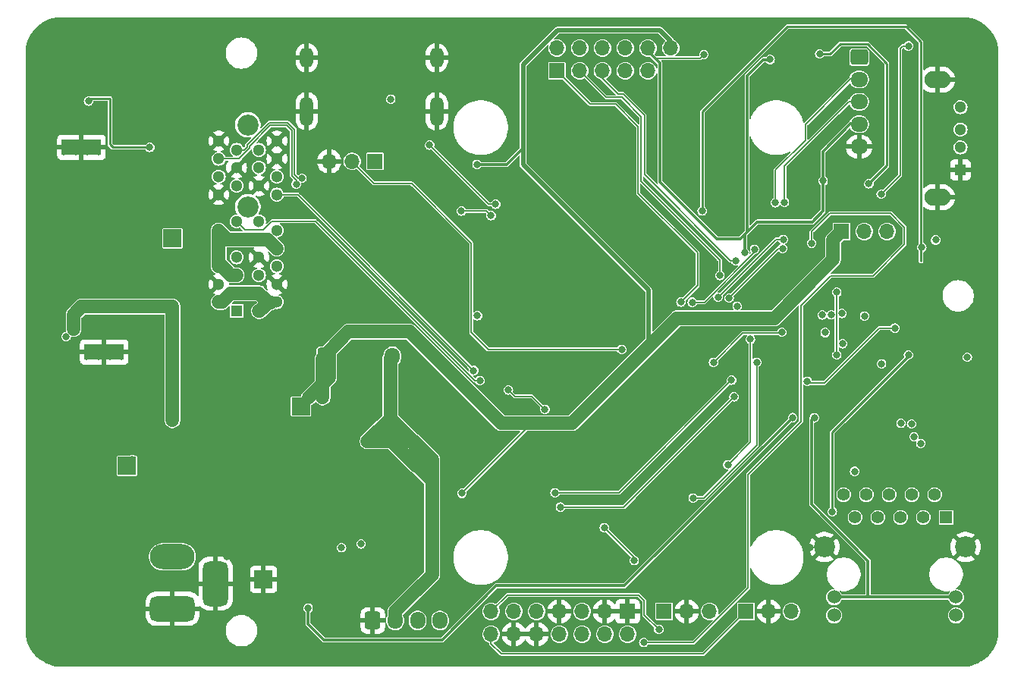
<source format=gbr>
%TF.GenerationSoftware,KiCad,Pcbnew,8.0.2*%
%TF.CreationDate,2024-05-19T12:28:56+02:00*%
%TF.ProjectId,CM4_NAS,434d345f-4e41-4532-9e6b-696361645f70,rev?*%
%TF.SameCoordinates,Original*%
%TF.FileFunction,Copper,L4,Bot*%
%TF.FilePolarity,Positive*%
%FSLAX46Y46*%
G04 Gerber Fmt 4.6, Leading zero omitted, Abs format (unit mm)*
G04 Created by KiCad (PCBNEW 8.0.2) date 2024-05-19 12:28:56*
%MOMM*%
%LPD*%
G01*
G04 APERTURE LIST*
G04 Aperture macros list*
%AMRoundRect*
0 Rectangle with rounded corners*
0 $1 Rounding radius*
0 $2 $3 $4 $5 $6 $7 $8 $9 X,Y pos of 4 corners*
0 Add a 4 corners polygon primitive as box body*
4,1,4,$2,$3,$4,$5,$6,$7,$8,$9,$2,$3,0*
0 Add four circle primitives for the rounded corners*
1,1,$1+$1,$2,$3*
1,1,$1+$1,$4,$5*
1,1,$1+$1,$6,$7*
1,1,$1+$1,$8,$9*
0 Add four rect primitives between the rounded corners*
20,1,$1+$1,$2,$3,$4,$5,0*
20,1,$1+$1,$4,$5,$6,$7,0*
20,1,$1+$1,$6,$7,$8,$9,0*
20,1,$1+$1,$8,$9,$2,$3,0*%
G04 Aperture macros list end*
%TA.AperFunction,ComponentPad*%
%ADD10R,1.700000X1.700000*%
%TD*%
%TA.AperFunction,ComponentPad*%
%ADD11O,1.700000X1.700000*%
%TD*%
%TA.AperFunction,ComponentPad*%
%ADD12RoundRect,0.250000X-0.600000X-0.725000X0.600000X-0.725000X0.600000X0.725000X-0.600000X0.725000X0*%
%TD*%
%TA.AperFunction,ComponentPad*%
%ADD13O,1.700000X1.950000*%
%TD*%
%TA.AperFunction,ComponentPad*%
%ADD14R,1.398000X1.398000*%
%TD*%
%TA.AperFunction,ComponentPad*%
%ADD15C,1.398000*%
%TD*%
%TA.AperFunction,ComponentPad*%
%ADD16C,1.530000*%
%TD*%
%TA.AperFunction,ComponentPad*%
%ADD17C,2.355000*%
%TD*%
%TA.AperFunction,ComponentPad*%
%ADD18C,0.500000*%
%TD*%
%TA.AperFunction,SMDPad,CuDef*%
%ADD19R,4.400000X1.800000*%
%TD*%
%TA.AperFunction,ComponentPad*%
%ADD20C,2.350000*%
%TD*%
%TA.AperFunction,ComponentPad*%
%ADD21R,1.300000X1.300000*%
%TD*%
%TA.AperFunction,ComponentPad*%
%ADD22C,1.300000*%
%TD*%
%TA.AperFunction,ComponentPad*%
%ADD23RoundRect,0.249900X-0.600100X-0.725100X0.600100X-0.725100X0.600100X0.725100X-0.600100X0.725100X0*%
%TD*%
%TA.AperFunction,ComponentPad*%
%ADD24O,2.900000X1.900000*%
%TD*%
%TA.AperFunction,ComponentPad*%
%ADD25O,5.000000X2.800000*%
%TD*%
%TA.AperFunction,ComponentPad*%
%ADD26RoundRect,0.700000X1.800000X-0.700000X1.800000X0.700000X-1.800000X0.700000X-1.800000X-0.700000X0*%
%TD*%
%TA.AperFunction,ComponentPad*%
%ADD27RoundRect,0.700000X0.700000X-1.800000X0.700000X1.800000X-0.700000X1.800000X-0.700000X-1.800000X0*%
%TD*%
%TA.AperFunction,ComponentPad*%
%ADD28O,1.500000X3.300000*%
%TD*%
%TA.AperFunction,ComponentPad*%
%ADD29O,1.500000X2.300000*%
%TD*%
%TA.AperFunction,ComponentPad*%
%ADD30RoundRect,0.250000X-0.725000X0.600000X-0.725000X-0.600000X0.725000X-0.600000X0.725000X0.600000X0*%
%TD*%
%TA.AperFunction,ComponentPad*%
%ADD31O,1.950000X1.700000*%
%TD*%
%TA.AperFunction,SMDPad,CuDef*%
%ADD32R,2.000000X2.000000*%
%TD*%
%TA.AperFunction,ViaPad*%
%ADD33C,0.800000*%
%TD*%
%TA.AperFunction,Conductor*%
%ADD34C,0.175000*%
%TD*%
%TA.AperFunction,Conductor*%
%ADD35C,0.250000*%
%TD*%
%TA.AperFunction,Conductor*%
%ADD36C,1.500000*%
%TD*%
%TA.AperFunction,Conductor*%
%ADD37C,0.300000*%
%TD*%
%TA.AperFunction,Conductor*%
%ADD38C,0.500000*%
%TD*%
%TA.AperFunction,Conductor*%
%ADD39C,0.200000*%
%TD*%
%TA.AperFunction,Conductor*%
%ADD40C,0.190000*%
%TD*%
G04 APERTURE END LIST*
D10*
%TO.P,J15,1,Pin_1*%
%TO.N,/+3.3v*%
X108940000Y-85390000D03*
D11*
%TO.P,J15,2,Pin_2*%
%TO.N,/Temp_DATA*%
X106400000Y-85390000D03*
%TO.P,J15,3,Pin_3*%
%TO.N,GND*%
X103860000Y-85390000D03*
%TD*%
D12*
%TO.P,J7,1,Pin_1*%
%TO.N,GND*%
X108712000Y-136652000D03*
D13*
%TO.P,J7,2,Pin_2*%
%TO.N,+12V*%
X111212000Y-136652000D03*
%TO.P,J7,3,Pin_3*%
%TO.N,Net-(J7-Pin_3)*%
X113712000Y-136652000D03*
%TO.P,J7,4,Pin_4*%
%TO.N,Net-(J7-Pin_4)*%
X116212000Y-136652000D03*
%TD*%
D14*
%TO.P,J0,1,TRD1+*%
%TO.N,/TRD0_P*%
X172715000Y-125150000D03*
D15*
%TO.P,J0,2,TRD1-*%
%TO.N,/TRD0_N*%
X171445000Y-122610000D03*
%TO.P,J0,3,TRD2+*%
%TO.N,/TRD1_P*%
X170175000Y-125150000D03*
%TO.P,J0,4,TRD2-*%
%TO.N,/TRD1_N*%
X168905000Y-122610000D03*
%TO.P,J0,5,TRCT1*%
%TO.N,Net-(J0-TRCT1)*%
X167635000Y-125150000D03*
%TO.P,J0,6,TRCT2*%
X166365000Y-122610000D03*
%TO.P,J0,7,TRD3+*%
%TO.N,/TRD2_P*%
X165095000Y-125150000D03*
%TO.P,J0,8,TRD3-*%
%TO.N,/TRD2_N*%
X163825000Y-122610000D03*
%TO.P,J0,9,TRD4+*%
%TO.N,/TRD3_P*%
X162555000Y-125150000D03*
%TO.P,J0,10,TRD4-*%
%TO.N,/TRD3_N*%
X161285000Y-122610000D03*
D16*
%TO.P,J0,L1,LED-L_A_GRN*%
%TO.N,/+3.3v*%
X160200000Y-134050000D03*
%TO.P,J0,L2,LED-L_K_GRN*%
%TO.N,Net-(J0-LED-L_K_GRN)*%
X160200000Y-136080000D03*
%TO.P,J0,L3,LED-R_A_YLW*%
%TO.N,/+3.3v*%
X173800000Y-134050000D03*
%TO.P,J0,L4,LED-R_K_YLW*%
%TO.N,Net-(J0-LED-R_K_YLW)*%
X173800000Y-136080000D03*
D17*
%TO.P,J0,S1,SHIELD*%
%TO.N,GND*%
X159125000Y-128450000D03*
%TO.P,J0,S2,SHIELD__1*%
X174875000Y-128450000D03*
%TD*%
D10*
%TO.P,J12,1,Pin_1*%
%TO.N,+5V*%
X161036000Y-93218000D03*
D11*
%TO.P,J12,2,Pin_2*%
%TO.N,/USB2_VBUS*%
X163576000Y-93218000D03*
%TO.P,J12,3,Pin_3*%
%TO.N,/USBOTG_ID*%
X166116000Y-93218000D03*
%TD*%
D18*
%TO.P,U9,9,EP*%
%TO.N,GND*%
X74250000Y-84470000D03*
X75550000Y-84470000D03*
X76850000Y-84470000D03*
X78150000Y-84470000D03*
D19*
X76200000Y-83820000D03*
D18*
X74250000Y-83170000D03*
X75550000Y-83170000D03*
X76850000Y-83170000D03*
X78150000Y-83170000D03*
%TD*%
D20*
%TO.P,J3,19*%
%TO.N,N/C*%
X94762000Y-90458000D03*
X94762000Y-81308000D03*
D21*
%TO.P,J3,A1,nPRSNT1*%
%TO.N,unconnected-(J3-nPRSNT1-PadA1)*%
X93512000Y-102108000D03*
D22*
%TO.P,J3,A2,+12V*%
%TO.N,+12V*%
X91512000Y-101108000D03*
%TO.P,J3,A3,+12V*%
X93512000Y-100108000D03*
%TO.P,J3,A4,GND*%
%TO.N,GND*%
X91512000Y-99108000D03*
%TO.P,J3,A5,TCK*%
%TO.N,+3V3*%
X93512000Y-98108000D03*
%TO.P,J3,A6,TDI*%
X91512000Y-97108000D03*
%TO.P,J3,A7,TD0*%
%TO.N,unconnected-(J3-TD0-PadA7)*%
X93512000Y-96108000D03*
%TO.P,J3,A8,TMS*%
%TO.N,+3V3*%
X91512000Y-95108000D03*
%TO.P,J3,A9,+3.3V*%
X93512000Y-94108000D03*
%TO.P,J3,A10,+3.3V*%
X91512000Y-93108000D03*
%TO.P,J3,A11,nPERST*%
%TO.N,/PCIE_nRST*%
X93512000Y-92108000D03*
%TO.P,J3,A12,GND*%
%TO.N,GND*%
X91512000Y-89108000D03*
%TO.P,J3,A13,REFCLK+*%
%TO.N,/PCIE_CLK_P*%
X93512000Y-88108000D03*
%TO.P,J3,A14,REFCLK-*%
%TO.N,/PCIE_CLK_N*%
X91512000Y-87108000D03*
%TO.P,J3,A15,GND*%
%TO.N,GND*%
X93512000Y-86108000D03*
%TO.P,J3,A16,PERP0*%
%TO.N,/PCIE_RX_P*%
X91512000Y-85108000D03*
%TO.P,J3,A17,PERN0*%
%TO.N,/PCIE_RX_N*%
X93512000Y-84108000D03*
%TO.P,J3,A18,GND*%
%TO.N,GND*%
X91512000Y-83108000D03*
%TO.P,J3,B1,+12v*%
%TO.N,+12V*%
X96012000Y-102108000D03*
%TO.P,J3,B2,+12v*%
X98012000Y-101108000D03*
%TO.P,J3,B3,+12v*%
X96012000Y-100108000D03*
%TO.P,J3,B4,GND*%
%TO.N,GND*%
X98012000Y-99108000D03*
%TO.P,J3,B5,SMCLK*%
%TO.N,unconnected-(J3-SMCLK-PadB5)*%
X96012000Y-98108000D03*
%TO.P,J3,B6,SMDAT*%
%TO.N,unconnected-(J3-SMDAT-PadB6)*%
X98012000Y-97108000D03*
%TO.P,J3,B7,GND*%
%TO.N,GND*%
X96012000Y-96108000D03*
%TO.P,J3,B8,+3.3v*%
%TO.N,+3V3*%
X98012000Y-95108000D03*
%TO.P,J3,B9,nTRST*%
X96012000Y-94108000D03*
%TO.P,J3,B10,+3.3vAUX*%
X98012000Y-93108000D03*
%TO.P,J3,B11,nWAKE*%
%TO.N,unconnected-(J3-nWAKE-PadB11)*%
X96012000Y-92108000D03*
%TO.P,J3,B12,nCLKREQ*%
%TO.N,/PCIE_CLK_nREQ*%
X98012000Y-89108000D03*
%TO.P,J3,B13,GND*%
%TO.N,GND*%
X96012000Y-88108000D03*
%TO.P,J3,B14,PETP0*%
%TO.N,/PCIE_TX_P*%
X98012000Y-87108000D03*
%TO.P,J3,B15,PETN0*%
%TO.N,/PCIE_TX_N*%
X96012000Y-86108000D03*
%TO.P,J3,B16,GND*%
%TO.N,GND*%
X98012000Y-85108000D03*
%TO.P,J3,B17,nPRSNT2*%
%TO.N,unconnected-(J3-nPRSNT2-PadB17)*%
X96012000Y-84108000D03*
%TO.P,J3,B18,GND*%
%TO.N,GND*%
X98012000Y-83108000D03*
%TD*%
D10*
%TO.P,J11,1,Pin_1*%
%TO.N,/GLOBAL_EN*%
X150368000Y-135636000D03*
D11*
%TO.P,J11,2,Pin_2*%
%TO.N,GND*%
X152908000Y-135636000D03*
%TO.P,J11,3,Pin_3*%
%TO.N,/RUN_PG*%
X155448000Y-135636000D03*
%TD*%
D10*
%TO.P,J9,1,Pin_1*%
%TO.N,/WL_nDis*%
X141224000Y-135636000D03*
D11*
%TO.P,J9,2,Pin_2*%
%TO.N,GND*%
X143764000Y-135636000D03*
%TO.P,J9,3,Pin_3*%
%TO.N,/BT_nDis*%
X146304000Y-135636000D03*
%TD*%
D23*
%TO.P,J4,1,Pin_1*%
%TO.N,+5V*%
X103400000Y-107170000D03*
D13*
%TO.P,J4,2,Pin_2*%
%TO.N,GND*%
X105900000Y-107170000D03*
%TO.P,J4,3,Pin_3*%
X108400000Y-107170000D03*
%TO.P,J4,4,Pin_4*%
%TO.N,+12V*%
X110900000Y-107170000D03*
%TD*%
D10*
%TO.P,J10,1,Pin_1*%
%TO.N,GND*%
X137160000Y-135636000D03*
D11*
%TO.P,J10,2,Pin_2*%
%TO.N,/nRPIBOOT*%
X137160000Y-138176000D03*
%TO.P,J10,3,Pin_3*%
%TO.N,GND*%
X134620000Y-135636000D03*
%TO.P,J10,4,Pin_4*%
%TO.N,/EEPROM_nWP*%
X134620000Y-138176000D03*
%TO.P,J10,5,Pin_5*%
%TO.N,/AIN0*%
X132080000Y-135636000D03*
%TO.P,J10,6,Pin_6*%
%TO.N,/AIN1*%
X132080000Y-138176000D03*
%TO.P,J10,7,Pin_7*%
%TO.N,GND*%
X129540000Y-135636000D03*
%TO.P,J10,8,Pin_8*%
%TO.N,/SYNC_IN*%
X129540000Y-138176000D03*
%TO.P,J10,9,Pin_9*%
%TO.N,/SYNC_OUT*%
X127000000Y-135636000D03*
%TO.P,J10,10,Pin_10*%
%TO.N,GND*%
X127000000Y-138176000D03*
%TO.P,J10,11,Pin_11*%
%TO.N,/TV_OUT*%
X124460000Y-135636000D03*
%TO.P,J10,12,Pin_12*%
%TO.N,GND*%
X124460000Y-138176000D03*
%TO.P,J10,13,Pin_13*%
%TO.N,Net-(J10-Pin_13)*%
X121920000Y-135636000D03*
%TO.P,J10,14,Pin_14*%
%TO.N,/GLOBAL_EN*%
X121920000Y-138176000D03*
%TD*%
D18*
%TO.P,U8,9,EP*%
%TO.N,GND*%
X76790000Y-107330000D03*
X78090000Y-107330000D03*
X79390000Y-107330000D03*
X80690000Y-107330000D03*
D19*
X78740000Y-106680000D03*
D18*
X76790000Y-106030000D03*
X78090000Y-106030000D03*
X79390000Y-106030000D03*
X80690000Y-106030000D03*
%TD*%
D22*
%TO.P,J1,1,VBUS*%
%TO.N,/USB2_VBUS*%
X174318000Y-79338000D03*
%TO.P,J1,2,D-*%
%TO.N,/USB2_N*%
X174318000Y-81838000D03*
%TO.P,J1,3,D+*%
%TO.N,/USB2_P*%
X174318000Y-83838000D03*
D21*
%TO.P,J1,4,GND*%
%TO.N,GND*%
X174318000Y-86338000D03*
D24*
%TO.P,J1,5,Shield*%
X171778000Y-89408000D03*
X171778000Y-76268000D03*
%TD*%
D10*
%TO.P,J13,1,Pin_1*%
%TO.N,/GPIO26*%
X129260000Y-75270000D03*
D11*
%TO.P,J13,2,Pin_2*%
%TO.N,/GPIO15*%
X129260000Y-72730000D03*
%TO.P,J13,3,Pin_3*%
%TO.N,/GPIO3*%
X131800000Y-75270000D03*
%TO.P,J13,4,Pin_4*%
%TO.N,/GPIO18*%
X131800000Y-72730000D03*
%TO.P,J13,5,Pin_5*%
%TO.N,/GPIO2*%
X134340000Y-75270000D03*
%TO.P,J13,6,Pin_6*%
%TO.N,/GPIO23*%
X134340000Y-72730000D03*
%TO.P,J13,7,Pin_7*%
%TO.N,/GPIO14*%
X136880000Y-75270000D03*
%TO.P,J13,8,Pin_8*%
%TO.N,/GPIO24*%
X136880000Y-72730000D03*
%TO.P,J13,9,Pin_9*%
%TO.N,/GPIO12*%
X139420000Y-75270000D03*
%TO.P,J13,10,Pin_10*%
%TO.N,/+3.3v*%
X139420000Y-72730000D03*
%TO.P,J13,11,Pin_11*%
%TO.N,GND*%
X141960000Y-75270000D03*
%TO.P,J13,12,Pin_12*%
%TO.N,+5V*%
X141960000Y-72730000D03*
%TD*%
D25*
%TO.P,J14,1*%
%TO.N,Net-(Q1-D)*%
X86360000Y-129540000D03*
D26*
%TO.P,J14,2*%
%TO.N,GND*%
X86360000Y-135340000D03*
D27*
%TO.P,J14,3*%
X91160000Y-132540000D03*
%TD*%
D28*
%TO.P,J2,SH1,SH*%
%TO.N,GND*%
X101340000Y-79790000D03*
%TO.P,J2,SH2,SH*%
X115840000Y-79790000D03*
D29*
%TO.P,J2,SH3,SH*%
X115840000Y-73830000D03*
%TO.P,J2,SH4,SH*%
X101340000Y-73830000D03*
%TD*%
D30*
%TO.P,J8,1,Pin_1*%
%TO.N,/OLED_BTN*%
X163000000Y-73750000D03*
D31*
%TO.P,J8,2,Pin_2*%
%TO.N,/SDA*%
X163000000Y-76250000D03*
%TO.P,J8,3,Pin_3*%
%TO.N,/SCL*%
X163000000Y-78750000D03*
%TO.P,J8,4,Pin_4*%
%TO.N,/+3.3v*%
X163000000Y-81250000D03*
%TO.P,J8,5,Pin_5*%
%TO.N,GND*%
X163000000Y-83750000D03*
%TD*%
D32*
%TO.P,TP2,1,1*%
%TO.N,/+5v*%
X100695942Y-112755473D03*
%TD*%
%TO.P,TP1,1,1*%
%TO.N,/+12v*%
X81280000Y-119380000D03*
%TD*%
%TO.P,TP4,1,1*%
%TO.N,/+3.3v*%
X86360000Y-93980000D03*
%TD*%
%TO.P,TP3,1,1*%
%TO.N,GND*%
X96520000Y-132080000D03*
%TD*%
D33*
%TO.N,/USBOTG_ID*%
X170000000Y-95000000D03*
%TO.N,Net-(Module1A-PI_nLED_Activity)*%
X160500000Y-100000000D03*
X160500000Y-107000000D03*
%TO.N,Net-(J0-LED-R_K_YLW)*%
X165500000Y-108000000D03*
%TO.N,/ETH_LEDG*%
X167000000Y-104000000D03*
%TO.N,Net-(J0-LED-L_K_GRN)*%
X168500000Y-107000000D03*
%TO.N,GND*%
X169179660Y-97597768D03*
%TO.N,Net-(R6-Pad2)*%
X168500000Y-72500000D03*
%TO.N,GND*%
X176000000Y-126000000D03*
X78740000Y-129540000D03*
X108140000Y-89420000D03*
X111450000Y-92440000D03*
X153840000Y-107740000D03*
X91440000Y-127000000D03*
X106546256Y-114300000D03*
X92791108Y-116210225D03*
X109410000Y-101310000D03*
X109474000Y-78486000D03*
X114690000Y-93030000D03*
X114680000Y-88210000D03*
X106680000Y-111760000D03*
X100920000Y-84300000D03*
X105721503Y-116751968D03*
X151350000Y-99330000D03*
X92393329Y-129510279D03*
X91440000Y-128248137D03*
X158020000Y-105490000D03*
X157790000Y-102090000D03*
X135850000Y-80380000D03*
X156540000Y-115540000D03*
X91867347Y-122797186D03*
X144640000Y-104830000D03*
X120230000Y-107430000D03*
X108500000Y-93670000D03*
X123950000Y-95070000D03*
X118720000Y-88790000D03*
X75799900Y-130134416D03*
X130700000Y-128420000D03*
X158000000Y-126000000D03*
X117080000Y-97870000D03*
X93980000Y-116165241D03*
X157560000Y-112860000D03*
X148430000Y-97390000D03*
X122600000Y-87220000D03*
X142920000Y-120500000D03*
X108250000Y-78250000D03*
X119800000Y-140870000D03*
X90360385Y-122797186D03*
X99470000Y-90090000D03*
X158000000Y-131000000D03*
X92836092Y-117402298D03*
X169500000Y-98500000D03*
X149810000Y-131970000D03*
X101500000Y-95460000D03*
X93980000Y-129540000D03*
X81030766Y-130773414D03*
X156520000Y-133060000D03*
X108442090Y-109310293D03*
X114560000Y-100330000D03*
X126750000Y-89000000D03*
X114550000Y-112270000D03*
X105980000Y-77670000D03*
X169570000Y-111020000D03*
X90450353Y-123921784D03*
X176000000Y-130500000D03*
X166670000Y-115160000D03*
X146460000Y-128630000D03*
X117070000Y-93840000D03*
X92092266Y-124124212D03*
X120520000Y-103900000D03*
X153880000Y-109750000D03*
X93980000Y-117346069D03*
X105950000Y-109340000D03*
X123150000Y-120520000D03*
X174470000Y-116140000D03*
X108620000Y-111580000D03*
X91520000Y-91080000D03*
X117930000Y-78570000D03*
X79399365Y-97895238D03*
X120920000Y-124420000D03*
X76795547Y-128514631D03*
X157500000Y-128500000D03*
X96520000Y-132080000D03*
X105587759Y-115369949D03*
X92530000Y-80880000D03*
X176240000Y-93110000D03*
X85674622Y-98942600D03*
X160620000Y-118280000D03*
X105640000Y-113840000D03*
X157920000Y-107000000D03*
X134500000Y-130360000D03*
X125860000Y-130770000D03*
X159650000Y-114710000D03*
X177000000Y-128500000D03*
X142990000Y-130010000D03*
X79500143Y-130832856D03*
X75175762Y-128262004D03*
X119000000Y-116260000D03*
X166480000Y-111930000D03*
%TO.N,Net-(J0-TRCT1)*%
X175070000Y-107250000D03*
%TO.N,/+3.3v*%
X158981000Y-87561000D03*
X158000000Y-114000000D03*
X101487415Y-135267559D03*
X150210000Y-95610000D03*
X155580000Y-114000000D03*
X86360000Y-93980000D03*
X145670000Y-73460000D03*
X153060000Y-74020000D03*
%TO.N,Net-(D1-K)*%
X164084000Y-87884000D03*
X158590000Y-73390000D03*
%TO.N,+5V*%
X103939383Y-109672110D03*
X118660000Y-122450000D03*
X101600000Y-111760000D03*
X159371000Y-96919000D03*
X160090000Y-94672000D03*
X102884293Y-109984179D03*
X100272500Y-113087500D03*
X160090000Y-95942000D03*
X103003177Y-110964966D03*
X102935174Y-109025683D03*
X120350000Y-85740000D03*
X101948087Y-111039268D03*
%TO.N,/HDMI0_HOTPLUG*%
X115062000Y-83566000D03*
X122428000Y-90170000D03*
%TO.N,/HDMI0_SDA*%
X118618000Y-90932000D03*
X121920000Y-91440000D03*
%TO.N,/HDMI0_CEC*%
X110720000Y-78460000D03*
X120396000Y-102616000D03*
%TO.N,/+12v*%
X114755000Y-132115000D03*
X110690000Y-116190000D03*
X81864509Y-118700243D03*
X81280000Y-119380000D03*
X110810000Y-110280000D03*
X115338001Y-122761999D03*
X110720000Y-112830000D03*
X115338001Y-127481999D03*
%TO.N,/PCIE_CLK_nREQ*%
X119970000Y-108740000D03*
%TO.N,Net-(U8-SW)*%
X86360000Y-109220000D03*
X86345571Y-111735916D03*
X74476200Y-104956200D03*
X75314899Y-104117500D03*
X86360000Y-114300000D03*
X86360000Y-114300000D03*
%TO.N,/PCIE_RX_P*%
X100166498Y-87923502D03*
%TO.N,/PCIE_RX_N*%
X100813502Y-87276498D03*
%TO.N,/PCIE_nRST*%
X120657500Y-109870000D03*
%TO.N,Net-(U9-COMP)*%
X83820000Y-83820000D03*
X76980861Y-78661296D03*
%TO.N,/SDA*%
X153650000Y-90010000D03*
X105230653Y-128520653D03*
%TO.N,/SCL*%
X107405405Y-128104595D03*
X154660000Y-89970000D03*
%TO.N,/BT_nDis*%
X154462510Y-95108348D03*
X144470000Y-122970000D03*
X151557500Y-107830000D03*
X148490000Y-100650000D03*
%TO.N,/WL_nDis*%
X154380000Y-104460000D03*
X146740000Y-107840000D03*
%TO.N,/GLOBAL_EN*%
X147260000Y-100550000D03*
X150870000Y-105240000D03*
X148340000Y-119250000D03*
X154520000Y-94110000D03*
%TO.N,Net-(J10-Pin_13)*%
X140640000Y-137640000D03*
%TO.N,/TV_OUT*%
X123850000Y-110920000D03*
X127930000Y-113070000D03*
%TO.N,/SYNC_OUT*%
X148760000Y-109820000D03*
X129050000Y-122390000D03*
%TO.N,/SYNC_IN*%
X129660000Y-123990000D03*
X149020000Y-111680000D03*
%TO.N,/nRPIBOOT*%
X138960000Y-139100000D03*
X157690000Y-94520000D03*
%TO.N,/RUN_PG*%
X134550000Y-126270000D03*
X144370000Y-101120000D03*
X151330000Y-95206500D03*
X137900000Y-129960000D03*
%TO.N,Net-(R6-Pad2)*%
X165458864Y-89051136D03*
%TO.N,/OLED_BTN*%
X171540000Y-94170000D03*
%TO.N,/USBOTG_ID*%
X145470000Y-90920000D03*
%TO.N,/Temp_DATA*%
X136500000Y-106400000D03*
%TO.N,/GPIO2*%
X149220000Y-96470000D03*
%TO.N,/SD_CLK*%
X149390000Y-101570000D03*
%TO.N,/GPIO3*%
X147460000Y-98130000D03*
%TO.N,/GPIO14*%
X163610000Y-102650000D03*
%TO.N,/GPIO15*%
X158880097Y-102544057D03*
%TO.N,/GPIO18*%
X159880000Y-102530000D03*
%TO.N,/GPIO23*%
X161066385Y-102376385D03*
%TO.N,/GPIO24*%
X159210000Y-104500000D03*
%TO.N,/GPIO26*%
X143100000Y-101100000D03*
%TO.N,/ETH_LEDG*%
X157199999Y-109940000D03*
%TO.N,Net-(J0-LED-L_K_GRN)*%
X160000000Y-124500000D03*
%TO.N,/GPIO12*%
X161126249Y-105756249D03*
%TO.N,/TRD3_P*%
X167668482Y-114623990D03*
X162500000Y-120000000D03*
%TO.N,/TRD3_N*%
X168844761Y-114706364D03*
%TO.N,/TRD2_P*%
X169871232Y-116871232D03*
%TO.N,/TRD2_N*%
X169128768Y-116128768D03*
%TD*%
D34*
%TO.N,Net-(Module1A-PI_nLED_Activity)*%
X160488885Y-106988885D02*
X160488885Y-100011115D01*
X160500000Y-107000000D02*
X160488885Y-106988885D01*
X160488885Y-100011115D02*
X160500000Y-100000000D01*
%TO.N,/ETH_LEDG*%
X165259502Y-104000000D02*
X167000000Y-104000000D01*
X159129502Y-110130000D02*
X165259502Y-104000000D01*
D35*
%TO.N,Net-(J0-LED-L_K_GRN)*%
X168450000Y-107050000D02*
X168500000Y-107000000D01*
X168450000Y-107200000D02*
X168450000Y-107050000D01*
D34*
%TO.N,Net-(R6-Pad2)*%
X167880000Y-72500000D02*
X168500000Y-72500000D01*
X167580000Y-72800000D02*
X167880000Y-72500000D01*
X165458864Y-89051136D02*
X167580000Y-86930000D01*
X167580000Y-86930000D02*
X167580000Y-72800000D01*
D36*
%TO.N,GND*%
X92092266Y-124124212D02*
X91687411Y-124124212D01*
X91687411Y-124124212D02*
X90360385Y-122797186D01*
X91867347Y-122797186D02*
X90360385Y-122797186D01*
X90360385Y-117832936D02*
X91353321Y-116840000D01*
X91353321Y-116840000D02*
X93980000Y-116840000D01*
X91484983Y-123921784D02*
X91687411Y-124124212D01*
X90360385Y-122797186D02*
X90360385Y-117832936D01*
X90450353Y-123921784D02*
X91484983Y-123921784D01*
D37*
%TO.N,/+3.3v*%
X162052000Y-81200000D02*
X162814000Y-81200000D01*
X157707500Y-123707500D02*
X164000000Y-130000000D01*
X147110000Y-94050000D02*
X140750000Y-87690000D01*
D36*
X98012000Y-95108000D02*
X97012000Y-94108000D01*
D34*
X144622499Y-73867501D02*
X140232499Y-73867501D01*
X145262499Y-73867501D02*
X145670000Y-73460000D01*
D37*
X151610000Y-92150000D02*
X157740000Y-92150000D01*
X157707500Y-114292500D02*
X157707500Y-123707500D01*
X150210000Y-95610000D02*
X150210000Y-93550000D01*
X158981000Y-87561000D02*
X158981000Y-84271000D01*
X140750000Y-87690000D02*
X140750000Y-74400000D01*
X149710000Y-94050000D02*
X147110000Y-94050000D01*
D34*
X140232499Y-73867501D02*
X140225000Y-73875000D01*
D37*
X136810999Y-132769001D02*
X122500999Y-132769001D01*
X164000000Y-130000000D02*
X164000000Y-134000000D01*
X158981000Y-84271000D02*
X162052000Y-81200000D01*
D36*
X91512000Y-97108000D02*
X91880002Y-97108000D01*
X91880002Y-97108000D02*
X92880002Y-98108000D01*
D37*
X150750000Y-93010000D02*
X150480000Y-93280000D01*
D36*
X92512000Y-94108000D02*
X93512000Y-94108000D01*
D34*
X144622499Y-73867501D02*
X145262499Y-73867501D01*
D37*
X150210000Y-93550000D02*
X150480000Y-93280000D01*
X139420000Y-73070000D02*
X139420000Y-72730000D01*
X157740000Y-92150000D02*
X158981000Y-90909000D01*
X164000000Y-134000000D02*
X163950000Y-134050000D01*
X140225000Y-73875000D02*
X139420000Y-73070000D01*
D36*
X91512000Y-93108000D02*
X92512000Y-94108000D01*
D37*
X153053000Y-74027000D02*
X153060000Y-74020000D01*
X152287000Y-74027000D02*
X153053000Y-74027000D01*
X150480000Y-75834000D02*
X152287000Y-74027000D01*
X122500999Y-132769001D02*
X116420000Y-138850000D01*
X155580000Y-114000000D02*
X136810999Y-132769001D01*
X101487415Y-137047415D02*
X101487415Y-135267559D01*
X150750000Y-93010000D02*
X151610000Y-92150000D01*
D36*
X92880002Y-98108000D02*
X93512000Y-98108000D01*
X96012000Y-94108000D02*
X93512000Y-94108000D01*
D37*
X103290000Y-138850000D02*
X101487415Y-137047415D01*
X158000000Y-114000000D02*
X157707500Y-114292500D01*
X150480000Y-93280000D02*
X150480000Y-75834000D01*
D36*
X97012000Y-94108000D02*
X96012000Y-94108000D01*
D37*
X163950000Y-134050000D02*
X160200000Y-134050000D01*
D36*
X91512000Y-93108000D02*
X91512000Y-95108000D01*
D37*
X140750000Y-74400000D02*
X140225000Y-73875000D01*
X158981000Y-90909000D02*
X158981000Y-87561000D01*
X150210000Y-93550000D02*
X149710000Y-94050000D01*
X116420000Y-138850000D02*
X103290000Y-138850000D01*
X163950000Y-134050000D02*
X173800000Y-134050000D01*
D36*
X91512000Y-95108000D02*
X91512000Y-97108000D01*
D35*
%TO.N,Net-(D1-K)*%
X159754000Y-73406000D02*
X158606000Y-73406000D01*
X158606000Y-73406000D02*
X158590000Y-73390000D01*
X160910000Y-72250000D02*
X159754000Y-73406000D01*
X163920000Y-72250000D02*
X160910000Y-72250000D01*
X166116000Y-85852000D02*
X166116000Y-74446000D01*
X166116000Y-74446000D02*
X163920000Y-72250000D01*
X164084000Y-87884000D02*
X166116000Y-85852000D01*
D36*
%TO.N,+5V*%
X103819990Y-106580105D02*
X105990095Y-104410000D01*
X160090000Y-96340000D02*
X160090000Y-95942000D01*
D38*
X141960000Y-72730000D02*
X141960000Y-71940000D01*
X125490000Y-85740000D02*
X139500000Y-99750000D01*
D36*
X101600000Y-111760000D02*
X103819990Y-109540010D01*
X160090000Y-94164000D02*
X161036000Y-93218000D01*
D38*
X125479999Y-74585999D02*
X125479999Y-83569999D01*
D37*
X120350000Y-85740000D02*
X123630000Y-85740000D01*
D39*
X118660000Y-122450000D02*
X126480000Y-114630000D01*
D37*
X123630000Y-85740000D02*
X125490000Y-83880000D01*
D36*
X103819990Y-109540010D02*
X103819990Y-106580105D01*
X123049980Y-114630000D02*
X126610000Y-114630000D01*
D39*
X126480000Y-114630000D02*
X126610000Y-114630000D01*
D36*
X160090000Y-95942000D02*
X160090000Y-94672000D01*
X160090000Y-96340000D02*
X160090000Y-96200000D01*
X103120000Y-107450000D02*
X103400000Y-107170000D01*
X103120000Y-111760000D02*
X103120000Y-107450000D01*
X159060000Y-97370000D02*
X160090000Y-96340000D01*
X160090000Y-94672000D02*
X160090000Y-94164000D01*
X153520000Y-102910000D02*
X159060000Y-97370000D01*
X112829980Y-104410000D02*
X123049980Y-114630000D01*
D38*
X125490000Y-83580000D02*
X125490000Y-85740000D01*
X140760000Y-70740000D02*
X129325998Y-70740000D01*
X141960000Y-71940000D02*
X140760000Y-70740000D01*
D36*
X105990095Y-104410000D02*
X112829980Y-104410000D01*
D38*
X129325998Y-70740000D02*
X125479999Y-74585999D01*
D36*
X126610000Y-114630000D02*
X130940000Y-114630000D01*
D38*
X139500000Y-99750000D02*
X139500000Y-106070000D01*
D36*
X142660000Y-102910000D02*
X153520000Y-102910000D01*
X130940000Y-114630000D02*
X142660000Y-102910000D01*
D38*
X125479999Y-83569999D02*
X125490000Y-83580000D01*
D34*
%TO.N,/HDMI0_HOTPLUG*%
X122428000Y-90170000D02*
X121666000Y-90170000D01*
X121666000Y-90170000D02*
X115062000Y-83566000D01*
%TO.N,/HDMI0_SDA*%
X121412000Y-90932000D02*
X121920000Y-91440000D01*
X118618000Y-90932000D02*
X121412000Y-90932000D01*
D36*
%TO.N,/+12v*%
X110690000Y-107380000D02*
X110900000Y-107170000D01*
X113538000Y-119380000D02*
X111699000Y-117541000D01*
X113348000Y-116650000D02*
X113538000Y-116840000D01*
X91868482Y-101108000D02*
X91512000Y-101108000D01*
X111212000Y-136652000D02*
X111212000Y-135658000D01*
X109845000Y-114925000D02*
X110690000Y-114080000D01*
X93512000Y-100108000D02*
X92868482Y-100108000D01*
X115338001Y-122761999D02*
X115338001Y-121055999D01*
X114276000Y-118642000D02*
X113538000Y-119380000D01*
X115338001Y-125171999D02*
X115338001Y-122761999D01*
X110690000Y-116532000D02*
X110808000Y-116650000D01*
X113538000Y-116840000D02*
X113538000Y-119380000D01*
X110240000Y-116650000D02*
X113348000Y-116650000D01*
X110690000Y-114080000D02*
X110690000Y-112830000D01*
X115338001Y-131531999D02*
X115338001Y-129971999D01*
X111699000Y-117541000D02*
X110808000Y-116650000D01*
X108120000Y-116650000D02*
X110240000Y-116650000D01*
X115340000Y-118642000D02*
X114276000Y-118642000D01*
X110690000Y-112830000D02*
X110690000Y-110290000D01*
X111212000Y-135658000D02*
X113010000Y-133860000D01*
X115340000Y-120270000D02*
X115340000Y-121054000D01*
X115340000Y-118642000D02*
X115340000Y-120270000D01*
X112035000Y-115425000D02*
X113450000Y-116840000D01*
X96012000Y-100108000D02*
X93512000Y-100108000D01*
X110690000Y-114080000D02*
X112035000Y-115425000D01*
X115340000Y-121054000D02*
X115338001Y-121055999D01*
X110808000Y-116650000D02*
X110240000Y-116650000D01*
X113450000Y-116840000D02*
X113538000Y-116840000D01*
X97054000Y-101150000D02*
X97350000Y-101150000D01*
X113662002Y-119380000D02*
X113538000Y-119380000D01*
X92868482Y-100108000D02*
X91868482Y-101108000D01*
X113010000Y-133860000D02*
X114755000Y-132115000D01*
X110690000Y-116190000D02*
X110690000Y-116532000D01*
X115338001Y-127481999D02*
X115338001Y-125171999D01*
X110690000Y-114080000D02*
X110690000Y-116190000D01*
X96096000Y-102108000D02*
X97054000Y-101150000D01*
X110690000Y-110290000D02*
X110690000Y-107380000D01*
X115338001Y-129971999D02*
X115338001Y-127481999D01*
X114755000Y-132115000D02*
X115338001Y-131531999D01*
X96012000Y-100108000D02*
X97054000Y-101150000D01*
X108120000Y-116650000D02*
X109845000Y-114925000D01*
X113538000Y-116840000D02*
X115340000Y-118642000D01*
X96012000Y-102108000D02*
X96096000Y-102108000D01*
X115338001Y-121055999D02*
X113662002Y-119380000D01*
D34*
%TO.N,/PCIE_CLK_nREQ*%
X100338000Y-89108000D02*
X98012000Y-89108000D01*
X119970000Y-108740000D02*
X100338000Y-89108000D01*
D36*
%TO.N,Net-(U8-SW)*%
X75314899Y-102485101D02*
X75314899Y-104117500D01*
X86360000Y-114300000D02*
X86360000Y-101600000D01*
X76200000Y-101600000D02*
X75314899Y-102485101D01*
X86360000Y-101600000D02*
X76200000Y-101600000D01*
D40*
%TO.N,/PCIE_RX_P*%
X93784802Y-85108000D02*
X91512000Y-85108000D01*
X99086832Y-81382500D02*
X97273168Y-81382500D01*
X100166498Y-87923502D02*
X100166498Y-87492166D01*
X99677500Y-81973168D02*
X99086832Y-81382500D01*
X94967834Y-83924968D02*
X93784802Y-85108000D01*
X94967834Y-83687834D02*
X94967834Y-83924968D01*
X100166498Y-87492166D02*
X99677500Y-87003168D01*
X99677500Y-87003168D02*
X99677500Y-81973168D01*
X97273168Y-81382500D02*
X94967834Y-83687834D01*
%TO.N,/PCIE_RX_N*%
X94662824Y-83561495D02*
X94662824Y-83798630D01*
X100382166Y-87276498D02*
X99982500Y-86876832D01*
X97399507Y-81077491D02*
X97146829Y-81077491D01*
X99982500Y-81846832D02*
X99213168Y-81077500D01*
X99982500Y-86876832D02*
X99982500Y-81846832D01*
X94662824Y-83798630D02*
X94353454Y-84108000D01*
X100813502Y-87276498D02*
X100382166Y-87276498D01*
X97146829Y-81077491D02*
X94662824Y-83561495D01*
X94353454Y-84108000D02*
X93512000Y-84108000D01*
X97399516Y-81077500D02*
X97399507Y-81077491D01*
X99213168Y-81077500D02*
X97399516Y-81077500D01*
D34*
%TO.N,/PCIE_nRST*%
X102282989Y-92070491D02*
X97437011Y-92070491D01*
X120082498Y-109870000D02*
X102282989Y-92070491D01*
X120657500Y-109870000D02*
X120082498Y-109870000D01*
X94449501Y-93045501D02*
X93512000Y-92108000D01*
X97437011Y-92070491D02*
X96462001Y-93045501D01*
X96462001Y-93045501D02*
X94449501Y-93045501D01*
D35*
%TO.N,Net-(U9-COMP)*%
X83820000Y-83820000D02*
X79711544Y-83820000D01*
X79711544Y-83820000D02*
X79370746Y-83479202D01*
X77298665Y-78343492D02*
X76980861Y-78661296D01*
X79370746Y-83479202D02*
X79370746Y-78343492D01*
X79370746Y-78343492D02*
X77298665Y-78343492D01*
D34*
%TO.N,/SDA*%
X157000000Y-83017502D02*
X157000000Y-81252000D01*
X153650000Y-86367502D02*
X157000000Y-83017502D01*
X157000000Y-81252000D02*
X162052000Y-76200000D01*
X153650000Y-90010000D02*
X153650000Y-86367502D01*
X162052000Y-76200000D02*
X162814000Y-76200000D01*
%TO.N,/SCL*%
X161847846Y-78700000D02*
X162814000Y-78700000D01*
X157992923Y-82554923D02*
X158087846Y-82460000D01*
X160537846Y-80010000D02*
X161847846Y-78700000D01*
X157375009Y-83172837D02*
X157992923Y-82554923D01*
X157375009Y-83172837D02*
X154660000Y-85887846D01*
X154660000Y-85887846D02*
X154660000Y-89970000D01*
X157992923Y-82554923D02*
X160537846Y-80010000D01*
%TO.N,/BT_nDis*%
X151557500Y-117050002D02*
X145637502Y-122970000D01*
X145637502Y-122970000D02*
X144470000Y-122970000D01*
X154462510Y-95108348D02*
X154001652Y-95108348D01*
X148490000Y-100620000D02*
X148490000Y-100650000D01*
X154001652Y-95108348D02*
X148490000Y-100620000D01*
X151557500Y-107830000D02*
X151557500Y-117050002D01*
%TO.N,/WL_nDis*%
X150027501Y-104552499D02*
X154287501Y-104552499D01*
X154287501Y-104552499D02*
X154380000Y-104460000D01*
X146740000Y-107840000D02*
X150027501Y-104552499D01*
%TO.N,/GLOBAL_EN*%
X150870000Y-116720000D02*
X148340000Y-119250000D01*
X121920000Y-139230000D02*
X123070000Y-140380000D01*
X121920000Y-138176000D02*
X121920000Y-139230000D01*
X150870000Y-105240000D02*
X150870000Y-116720000D01*
X153700000Y-94110000D02*
X147260000Y-100550000D01*
X145624000Y-140380000D02*
X150368000Y-135636000D01*
X154520000Y-94110000D02*
X153700000Y-94110000D01*
X123070000Y-140380000D02*
X145624000Y-140380000D01*
D39*
%TO.N,Net-(J10-Pin_13)*%
X140640000Y-137640000D02*
X139020000Y-136020000D01*
X138370000Y-133800000D02*
X123756000Y-133800000D01*
X123756000Y-133800000D02*
X121920000Y-135636000D01*
X139020000Y-134450000D02*
X138370000Y-133800000D01*
X139020000Y-136020000D02*
X139020000Y-134450000D01*
D34*
%TO.N,/TV_OUT*%
X126490000Y-111630000D02*
X124560000Y-111630000D01*
X127930000Y-113070000D02*
X126490000Y-111630000D01*
X124560000Y-111630000D02*
X123850000Y-110920000D01*
%TO.N,/SYNC_OUT*%
X136190000Y-122390000D02*
X148760000Y-109820000D01*
X129050000Y-122390000D02*
X136190000Y-122390000D01*
%TO.N,/SYNC_IN*%
X129660000Y-123990000D02*
X136710000Y-123990000D01*
X136710000Y-123990000D02*
X149020000Y-111680000D01*
%TO.N,/nRPIBOOT*%
X138960000Y-139100000D02*
X144523502Y-139100000D01*
X150617499Y-133006003D02*
X150617499Y-120347499D01*
X156512499Y-114452499D02*
X156512499Y-106042499D01*
X159830000Y-98170000D02*
X156512499Y-101487501D01*
X164530000Y-98170000D02*
X159830000Y-98170000D01*
X156512499Y-101487501D02*
X156512499Y-106042499D01*
X144523502Y-139100000D02*
X150617499Y-133006003D01*
X168060000Y-92740000D02*
X168060000Y-94640000D01*
X157690000Y-93210000D02*
X159730000Y-91170000D01*
X168060000Y-94640000D02*
X164530000Y-98170000D01*
X157690000Y-94520000D02*
X157690000Y-93210000D01*
X156512499Y-106042499D02*
X156512499Y-105957999D01*
X150617499Y-120347499D02*
X156512499Y-114452499D01*
X166490000Y-91170000D02*
X168060000Y-92740000D01*
X159730000Y-91170000D02*
X166490000Y-91170000D01*
%TO.N,/RUN_PG*%
X151330000Y-95206500D02*
X151330000Y-95507502D01*
X137900000Y-129620000D02*
X137900000Y-129960000D01*
X145717502Y-101120000D02*
X144370000Y-101120000D01*
X134550000Y-126270000D02*
X137900000Y-129620000D01*
X151330000Y-95507502D02*
X145717502Y-101120000D01*
D35*
%TO.N,/USBOTG_ID*%
X154955001Y-70364999D02*
X145470000Y-79850000D01*
X168242999Y-70364999D02*
X154955001Y-70364999D01*
X145470000Y-79850000D02*
X145470000Y-90920000D01*
X169926000Y-72048000D02*
X168242999Y-70364999D01*
X169926000Y-96520000D02*
X169926000Y-72048000D01*
D34*
%TO.N,/Temp_DATA*%
X113040000Y-87850000D02*
X108860000Y-87850000D01*
X119708499Y-94518499D02*
X113040000Y-87850000D01*
X136500000Y-106400000D02*
X121620000Y-106400000D01*
X119708499Y-104488499D02*
X119708499Y-94518499D01*
X108860000Y-87850000D02*
X106400000Y-85390000D01*
X121620000Y-106400000D02*
X119708499Y-104488499D01*
%TO.N,/GPIO2*%
X139060020Y-86860020D02*
X139060019Y-80279675D01*
X139060019Y-80279675D02*
X136655334Y-77874990D01*
X135500000Y-77250000D02*
X134340000Y-76090000D01*
X134340000Y-76090000D02*
X134340000Y-75270000D01*
X148670000Y-96470000D02*
X139060020Y-86860020D01*
X136655334Y-77874990D02*
X136124990Y-77874990D01*
X136124990Y-77874990D02*
X135500000Y-77250000D01*
X149220000Y-96470000D02*
X148670000Y-96470000D01*
%TO.N,/GPIO3*%
X138685010Y-87635010D02*
X138685010Y-80435010D01*
X138685010Y-80435010D02*
X136500000Y-78250000D01*
X136500000Y-78250000D02*
X134780000Y-78250000D01*
X147460000Y-96410000D02*
X138685010Y-87635010D01*
X147460000Y-98130000D02*
X147460000Y-96410000D01*
X134780000Y-78250000D02*
X131800000Y-75270000D01*
%TO.N,/GPIO26*%
X138310000Y-81480000D02*
X135830000Y-79000000D01*
X144970000Y-99230000D02*
X144970000Y-95610000D01*
X144970000Y-95610000D02*
X138310000Y-88950000D01*
X129250000Y-75420000D02*
X129250000Y-75260000D01*
X138310000Y-88950000D02*
X138310000Y-81480000D01*
X143100000Y-101100000D02*
X144970000Y-99230000D01*
X132990000Y-79000000D02*
X129260000Y-75270000D01*
X135830000Y-79000000D02*
X132990000Y-79000000D01*
%TO.N,/ETH_LEDG*%
X159129502Y-110130000D02*
X157385400Y-110130000D01*
X157385400Y-110125401D02*
X157199999Y-109940000D01*
X157385400Y-110130000D02*
X157385400Y-110125401D01*
D35*
%TO.N,Net-(J0-LED-L_K_GRN)*%
X168450000Y-107200000D02*
X160000000Y-115650000D01*
X160000000Y-115650000D02*
X160000000Y-124500000D01*
%TD*%
%TA.AperFunction,Conductor*%
%TO.N,GND*%
G36*
X126534075Y-137983007D02*
G01*
X126500000Y-138110174D01*
X126500000Y-138241826D01*
X126534075Y-138368993D01*
X126569297Y-138430000D01*
X124890703Y-138430000D01*
X124925925Y-138368993D01*
X124960000Y-138241826D01*
X124960000Y-138110174D01*
X124925925Y-137983007D01*
X124890703Y-137922000D01*
X126569297Y-137922000D01*
X126534075Y-137983007D01*
G37*
%TD.AperFunction*%
%TA.AperFunction,Conductor*%
G36*
X136694075Y-135443007D02*
G01*
X136660000Y-135570174D01*
X136660000Y-135701826D01*
X136694075Y-135828993D01*
X136729297Y-135890000D01*
X135050703Y-135890000D01*
X135085925Y-135828993D01*
X135120000Y-135701826D01*
X135120000Y-135570174D01*
X135085925Y-135443007D01*
X135050703Y-135382000D01*
X136729297Y-135382000D01*
X136694075Y-135443007D01*
G37*
%TD.AperFunction*%
%TA.AperFunction,Conductor*%
G36*
X174560336Y-69300004D02*
G01*
X174753698Y-69302301D01*
X174759082Y-69302598D01*
X175144230Y-69340531D01*
X175150298Y-69341431D01*
X175529478Y-69416855D01*
X175529509Y-69416861D01*
X175535458Y-69418350D01*
X175905469Y-69530591D01*
X175911235Y-69532655D01*
X176268453Y-69680620D01*
X176273983Y-69683236D01*
X176568837Y-69840838D01*
X176614979Y-69865502D01*
X176620240Y-69868655D01*
X176941730Y-70083468D01*
X176946656Y-70087122D01*
X177245531Y-70332401D01*
X177250076Y-70336520D01*
X177523474Y-70609919D01*
X177527593Y-70614463D01*
X177772881Y-70913347D01*
X177776535Y-70918274D01*
X177991344Y-71239758D01*
X177994497Y-71245019D01*
X178176755Y-71586000D01*
X178179377Y-71591544D01*
X178327344Y-71948768D01*
X178329411Y-71954543D01*
X178441648Y-72324539D01*
X178443138Y-72330489D01*
X178518568Y-72709701D01*
X178519468Y-72715768D01*
X178557401Y-73100916D01*
X178557698Y-73106300D01*
X178559995Y-73299663D01*
X178559999Y-73300405D01*
X178559999Y-137799593D01*
X178559995Y-137800335D01*
X178557699Y-137993698D01*
X178557402Y-137999082D01*
X178519469Y-138384230D01*
X178518569Y-138390297D01*
X178443139Y-138769509D01*
X178441649Y-138775459D01*
X178329409Y-139145465D01*
X178327344Y-139151236D01*
X178192734Y-139476217D01*
X178179384Y-139508446D01*
X178176761Y-139513990D01*
X177994498Y-139854980D01*
X177991345Y-139860241D01*
X177776536Y-140181725D01*
X177772882Y-140186652D01*
X177527594Y-140485537D01*
X177523475Y-140490081D01*
X177250081Y-140763475D01*
X177245537Y-140767594D01*
X176946652Y-141012882D01*
X176941725Y-141016536D01*
X176620241Y-141231345D01*
X176614980Y-141234498D01*
X176273990Y-141416761D01*
X176268453Y-141419380D01*
X175911283Y-141567325D01*
X175911240Y-141567343D01*
X175905465Y-141569409D01*
X175535459Y-141681649D01*
X175529509Y-141683139D01*
X175150297Y-141758569D01*
X175144230Y-141759469D01*
X174759082Y-141797402D01*
X174753698Y-141797699D01*
X174560336Y-141799996D01*
X174559594Y-141800000D01*
X73948761Y-141800000D01*
X73948011Y-141799995D01*
X73754734Y-141797674D01*
X73749358Y-141797378D01*
X73364195Y-141759445D01*
X73358128Y-141758545D01*
X72978918Y-141683118D01*
X72972968Y-141681628D01*
X72602968Y-141569391D01*
X72597194Y-141567325D01*
X72239978Y-141419364D01*
X72234433Y-141416741D01*
X71893449Y-141234483D01*
X71888188Y-141231330D01*
X71566697Y-141016519D01*
X71561771Y-141012865D01*
X71262896Y-140767587D01*
X71258351Y-140763468D01*
X70984953Y-140490072D01*
X70980834Y-140485528D01*
X70735546Y-140186645D01*
X70731892Y-140181718D01*
X70672756Y-140093215D01*
X70517080Y-139860231D01*
X70513933Y-139854980D01*
X70331657Y-139513970D01*
X70329055Y-139508468D01*
X70181076Y-139151214D01*
X70179018Y-139145461D01*
X70177166Y-139139357D01*
X70066777Y-138775456D01*
X70065288Y-138769507D01*
X69989858Y-138390297D01*
X69988958Y-138384230D01*
X69951024Y-137999082D01*
X69950727Y-137993698D01*
X69950616Y-137984377D01*
X69948429Y-137800208D01*
X69948426Y-137799564D01*
X69948426Y-137669039D01*
X92312448Y-137669039D01*
X92312448Y-137930961D01*
X92325298Y-138016217D01*
X92351486Y-138189966D01*
X92425528Y-138430000D01*
X92428688Y-138440243D01*
X92524515Y-138639229D01*
X92542332Y-138676227D01*
X92689873Y-138892631D01*
X92689876Y-138892634D01*
X92689878Y-138892637D01*
X92868030Y-139084639D01*
X92868034Y-139084642D01*
X92868037Y-139084645D01*
X93072799Y-139247938D01*
X93072803Y-139247940D01*
X93072809Y-139247945D01*
X93299640Y-139378906D01*
X93543456Y-139474597D01*
X93543458Y-139474597D01*
X93543462Y-139474599D01*
X93641417Y-139496956D01*
X93798811Y-139532880D01*
X94008930Y-139548626D01*
X94059998Y-139552454D01*
X94060001Y-139552454D01*
X94060004Y-139552454D01*
X94105182Y-139549068D01*
X94321191Y-139532880D01*
X94489042Y-139494569D01*
X94576539Y-139474599D01*
X94576541Y-139474598D01*
X94576546Y-139474597D01*
X94820362Y-139378906D01*
X95047193Y-139247945D01*
X95251972Y-139084639D01*
X95430124Y-138892637D01*
X95577670Y-138676227D01*
X95691314Y-138440243D01*
X95768517Y-138189958D01*
X95807554Y-137930961D01*
X95810001Y-137800000D01*
X95807554Y-137669039D01*
X95768517Y-137410042D01*
X95768515Y-137410037D01*
X95768515Y-137410033D01*
X95707627Y-137212642D01*
X95691314Y-137159757D01*
X95577670Y-136923773D01*
X95457083Y-136746904D01*
X95430128Y-136707368D01*
X95430125Y-136707365D01*
X95430124Y-136707363D01*
X95251972Y-136515361D01*
X95251967Y-136515357D01*
X95251964Y-136515354D01*
X95047202Y-136352061D01*
X95047196Y-136352057D01*
X95047193Y-136352055D01*
X94820362Y-136221094D01*
X94708261Y-136177097D01*
X94576539Y-136125400D01*
X94321191Y-136067120D01*
X94060004Y-136047547D01*
X94059998Y-136047547D01*
X93798811Y-136067120D01*
X93798809Y-136067120D01*
X93543462Y-136125400D01*
X93299637Y-136221095D01*
X93126398Y-136321115D01*
X93114907Y-136327750D01*
X93072799Y-136352061D01*
X92868037Y-136515354D01*
X92868032Y-136515359D01*
X92868030Y-136515360D01*
X92868030Y-136515361D01*
X92850194Y-136534584D01*
X92689873Y-136707368D01*
X92542332Y-136923772D01*
X92428686Y-137159761D01*
X92428685Y-137159765D01*
X92351486Y-137410033D01*
X92332459Y-137536274D01*
X92312448Y-137669039D01*
X69948426Y-137669039D01*
X69948426Y-134577948D01*
X83352000Y-134577948D01*
X83352000Y-135086000D01*
X84948314Y-135086000D01*
X84939920Y-135094394D01*
X84887259Y-135185606D01*
X84860000Y-135287339D01*
X84860000Y-135392661D01*
X84887259Y-135494394D01*
X84939920Y-135585606D01*
X84948314Y-135594000D01*
X83352001Y-135594000D01*
X83352001Y-136102051D01*
X83362049Y-136229731D01*
X83362050Y-136229739D01*
X83415180Y-136440590D01*
X83505108Y-136638572D01*
X83628931Y-136817299D01*
X83628941Y-136817311D01*
X83782688Y-136971058D01*
X83782700Y-136971068D01*
X83961427Y-137094891D01*
X84159409Y-137184819D01*
X84370264Y-137237950D01*
X84497948Y-137247999D01*
X86106000Y-137247999D01*
X86106000Y-135740000D01*
X86614000Y-135740000D01*
X86614000Y-137247999D01*
X88222051Y-137247999D01*
X88222051Y-137247998D01*
X88349731Y-137237950D01*
X88349739Y-137237949D01*
X88560590Y-137184819D01*
X88758572Y-137094891D01*
X88937299Y-136971068D01*
X88937311Y-136971058D01*
X89091058Y-136817311D01*
X89091068Y-136817299D01*
X89214891Y-136638572D01*
X89304819Y-136440590D01*
X89357950Y-136229735D01*
X89368000Y-136102051D01*
X89368000Y-135594000D01*
X87771686Y-135594000D01*
X87780080Y-135585606D01*
X87832741Y-135494394D01*
X87860000Y-135392661D01*
X87860000Y-135287339D01*
X87832741Y-135185606D01*
X87780080Y-135094394D01*
X87771686Y-135086000D01*
X89367999Y-135086000D01*
X89367999Y-135084969D01*
X89386305Y-135040775D01*
X89430499Y-135022469D01*
X89474693Y-135040775D01*
X89481874Y-135049376D01*
X89528931Y-135117299D01*
X89528941Y-135117311D01*
X89682688Y-135271058D01*
X89682700Y-135271068D01*
X89861427Y-135394891D01*
X90059409Y-135484819D01*
X90270264Y-135537950D01*
X90397948Y-135547999D01*
X90906000Y-135547999D01*
X90906000Y-133951686D01*
X90914394Y-133960080D01*
X91005606Y-134012741D01*
X91107339Y-134040000D01*
X91212661Y-134040000D01*
X91314394Y-134012741D01*
X91405606Y-133960080D01*
X91414000Y-133951686D01*
X91414000Y-135547999D01*
X91922051Y-135547999D01*
X91922051Y-135547998D01*
X92049731Y-135537950D01*
X92049739Y-135537949D01*
X92260590Y-135484819D01*
X92458572Y-135394891D01*
X92637299Y-135271068D01*
X92637311Y-135271058D01*
X92640812Y-135267557D01*
X100955363Y-135267557D01*
X100955363Y-135267560D01*
X100973490Y-135405257D01*
X100973491Y-135405260D01*
X100973492Y-135405264D01*
X101026644Y-135533585D01*
X101037704Y-135547999D01*
X101105229Y-135636000D01*
X101111197Y-135643777D01*
X101185462Y-135700762D01*
X101209380Y-135742187D01*
X101209915Y-135750346D01*
X101209915Y-137007039D01*
X101209914Y-137007057D01*
X101209914Y-137083954D01*
X101228825Y-137154524D01*
X101228826Y-137154526D01*
X101265358Y-137217803D01*
X103065756Y-139018200D01*
X103065761Y-139018206D01*
X103067944Y-139020389D01*
X103119611Y-139072056D01*
X103182889Y-139108589D01*
X103253466Y-139127500D01*
X116379625Y-139127500D01*
X116379641Y-139127501D01*
X116383466Y-139127501D01*
X116456534Y-139127501D01*
X116456539Y-139127500D01*
X116488971Y-139118809D01*
X116527111Y-139108589D01*
X116590389Y-139072056D01*
X117486446Y-138175999D01*
X120937770Y-138175999D01*
X120937770Y-138176000D01*
X120956642Y-138367622D01*
X120956643Y-138367624D01*
X121012538Y-138551883D01*
X121021125Y-138567948D01*
X121103302Y-138721692D01*
X121103306Y-138721698D01*
X121225459Y-138870541D01*
X121374302Y-138992694D01*
X121374304Y-138992695D01*
X121374307Y-138992697D01*
X121412211Y-139012957D01*
X121544117Y-139083462D01*
X121660642Y-139118809D01*
X121697620Y-139149155D01*
X121705000Y-139178618D01*
X121705000Y-139187234D01*
X121705000Y-139272766D01*
X121737732Y-139351788D01*
X122887732Y-140501788D01*
X122948212Y-140562268D01*
X123027234Y-140595000D01*
X123027235Y-140595000D01*
X145666765Y-140595000D01*
X145666766Y-140595000D01*
X145745788Y-140562268D01*
X149676250Y-136631806D01*
X149720444Y-136613500D01*
X151230557Y-136613500D01*
X151230558Y-136613500D01*
X151267748Y-136606102D01*
X151309922Y-136577922D01*
X151338102Y-136535748D01*
X151345500Y-136498558D01*
X151345500Y-135382000D01*
X151571457Y-135382000D01*
X152477297Y-135382000D01*
X152442075Y-135443007D01*
X152408000Y-135570174D01*
X152408000Y-135701826D01*
X152442075Y-135828993D01*
X152477297Y-135890000D01*
X151571457Y-135890000D01*
X151619178Y-136078451D01*
X151619179Y-136078455D01*
X151709583Y-136284554D01*
X151709585Y-136284557D01*
X151832674Y-136472957D01*
X151832677Y-136472962D01*
X151985101Y-136638538D01*
X151985104Y-136638541D01*
X152162697Y-136776767D01*
X152162699Y-136776768D01*
X152360627Y-136883880D01*
X152360628Y-136883881D01*
X152573487Y-136956956D01*
X152654000Y-136970391D01*
X152654000Y-136066702D01*
X152715007Y-136101925D01*
X152842174Y-136136000D01*
X152973826Y-136136000D01*
X153100993Y-136101925D01*
X153162000Y-136066702D01*
X153162000Y-136970391D01*
X153242512Y-136956956D01*
X153455371Y-136883881D01*
X153455372Y-136883880D01*
X153653300Y-136776768D01*
X153653302Y-136776767D01*
X153830895Y-136638541D01*
X153830898Y-136638538D01*
X153983322Y-136472962D01*
X153983325Y-136472957D01*
X154106414Y-136284557D01*
X154106416Y-136284554D01*
X154196820Y-136078455D01*
X154196821Y-136078451D01*
X154244543Y-135890000D01*
X153338703Y-135890000D01*
X153373925Y-135828993D01*
X153408000Y-135701826D01*
X153408000Y-135635999D01*
X154465770Y-135635999D01*
X154465770Y-135636000D01*
X154484642Y-135827622D01*
X154484643Y-135827624D01*
X154540538Y-136011883D01*
X154569065Y-136065253D01*
X154631302Y-136181692D01*
X154631306Y-136181698D01*
X154753459Y-136330541D01*
X154902302Y-136452694D01*
X154902304Y-136452695D01*
X154902307Y-136452697D01*
X154937055Y-136471270D01*
X155072117Y-136543462D01*
X155256376Y-136599357D01*
X155448000Y-136618230D01*
X155639624Y-136599357D01*
X155823883Y-136543462D01*
X155993698Y-136452694D01*
X156142541Y-136330541D01*
X156264694Y-136181698D01*
X156319053Y-136080000D01*
X159302584Y-136080000D01*
X159322195Y-136266585D01*
X159380167Y-136445006D01*
X159380169Y-136445010D01*
X159380170Y-136445012D01*
X159473975Y-136607488D01*
X159524245Y-136663318D01*
X159599505Y-136746904D01*
X159599511Y-136746910D01*
X159739892Y-136848903D01*
X159751292Y-136857185D01*
X159922683Y-136933493D01*
X160106194Y-136972500D01*
X160293806Y-136972500D01*
X160477317Y-136933493D01*
X160648708Y-136857185D01*
X160800489Y-136746910D01*
X160926025Y-136607488D01*
X161019830Y-136445012D01*
X161077805Y-136266583D01*
X161097416Y-136080000D01*
X172902584Y-136080000D01*
X172922195Y-136266585D01*
X172980167Y-136445006D01*
X172980169Y-136445010D01*
X172980170Y-136445012D01*
X173073975Y-136607488D01*
X173124245Y-136663318D01*
X173199505Y-136746904D01*
X173199511Y-136746910D01*
X173339892Y-136848903D01*
X173351292Y-136857185D01*
X173522683Y-136933493D01*
X173706194Y-136972500D01*
X173893806Y-136972500D01*
X174077317Y-136933493D01*
X174248708Y-136857185D01*
X174400489Y-136746910D01*
X174526025Y-136607488D01*
X174619830Y-136445012D01*
X174677805Y-136266583D01*
X174697416Y-136080000D01*
X174677805Y-135893417D01*
X174672303Y-135876484D01*
X174619832Y-135714993D01*
X174619831Y-135714991D01*
X174619830Y-135714988D01*
X174526025Y-135552512D01*
X174428659Y-135444376D01*
X174400494Y-135413095D01*
X174400488Y-135413089D01*
X174248713Y-135302818D01*
X174248710Y-135302816D01*
X174248708Y-135302815D01*
X174148882Y-135258370D01*
X174077316Y-135226506D01*
X173893806Y-135187500D01*
X173706194Y-135187500D01*
X173522683Y-135226506D01*
X173422597Y-135271068D01*
X173351292Y-135302815D01*
X173351290Y-135302815D01*
X173351286Y-135302818D01*
X173199511Y-135413089D01*
X173199505Y-135413095D01*
X173073974Y-135552513D01*
X172980167Y-135714993D01*
X172922195Y-135893414D01*
X172902584Y-136080000D01*
X161097416Y-136080000D01*
X161077805Y-135893417D01*
X161072303Y-135876484D01*
X161019832Y-135714993D01*
X161019831Y-135714991D01*
X161019830Y-135714988D01*
X160926025Y-135552512D01*
X160828659Y-135444376D01*
X160800494Y-135413095D01*
X160800488Y-135413089D01*
X160648713Y-135302818D01*
X160648710Y-135302816D01*
X160648708Y-135302815D01*
X160548882Y-135258370D01*
X160477316Y-135226506D01*
X160293806Y-135187500D01*
X160106194Y-135187500D01*
X159922683Y-135226506D01*
X159822597Y-135271068D01*
X159751292Y-135302815D01*
X159751290Y-135302815D01*
X159751286Y-135302818D01*
X159599511Y-135413089D01*
X159599505Y-135413095D01*
X159473974Y-135552513D01*
X159380167Y-135714993D01*
X159322195Y-135893414D01*
X159302584Y-136080000D01*
X156319053Y-136080000D01*
X156355462Y-136011883D01*
X156411357Y-135827624D01*
X156430230Y-135636000D01*
X156411357Y-135444376D01*
X156355462Y-135260117D01*
X156279124Y-135117299D01*
X156264697Y-135090307D01*
X156264693Y-135090301D01*
X156260317Y-135084969D01*
X156142541Y-134941459D01*
X155993698Y-134819306D01*
X155993692Y-134819302D01*
X155870834Y-134753634D01*
X155823883Y-134728538D01*
X155706111Y-134692811D01*
X155639622Y-134672642D01*
X155448000Y-134653770D01*
X155256377Y-134672642D01*
X155138604Y-134708369D01*
X155072117Y-134728538D01*
X155072115Y-134728538D01*
X155072115Y-134728539D01*
X154902307Y-134819302D01*
X154902301Y-134819306D01*
X154753459Y-134941459D01*
X154631306Y-135090301D01*
X154631302Y-135090307D01*
X154540539Y-135260115D01*
X154540538Y-135260117D01*
X154532280Y-135287339D01*
X154484642Y-135444377D01*
X154465770Y-135635999D01*
X153408000Y-135635999D01*
X153408000Y-135570174D01*
X153373925Y-135443007D01*
X153338703Y-135382000D01*
X154244543Y-135382000D01*
X154196821Y-135193548D01*
X154196820Y-135193544D01*
X154106416Y-134987445D01*
X154106414Y-134987442D01*
X153983325Y-134799042D01*
X153983322Y-134799037D01*
X153830898Y-134633461D01*
X153830895Y-134633458D01*
X153653302Y-134495232D01*
X153653300Y-134495231D01*
X153455372Y-134388119D01*
X153455371Y-134388118D01*
X153242507Y-134315041D01*
X153162000Y-134301606D01*
X153162000Y-135205297D01*
X153100993Y-135170075D01*
X152973826Y-135136000D01*
X152842174Y-135136000D01*
X152715007Y-135170075D01*
X152654000Y-135205297D01*
X152654000Y-134301606D01*
X152573492Y-134315041D01*
X152360628Y-134388118D01*
X152360627Y-134388119D01*
X152162699Y-134495231D01*
X152162697Y-134495232D01*
X151985104Y-134633458D01*
X151985101Y-134633461D01*
X151832677Y-134799037D01*
X151832674Y-134799042D01*
X151709585Y-134987442D01*
X151709583Y-134987445D01*
X151619179Y-135193544D01*
X151619178Y-135193548D01*
X151571457Y-135382000D01*
X151345500Y-135382000D01*
X151345500Y-134773442D01*
X151338102Y-134736252D01*
X151338101Y-134736250D01*
X151309922Y-134694077D01*
X151267748Y-134665898D01*
X151230558Y-134658500D01*
X149505442Y-134658500D01*
X149486847Y-134662199D01*
X149468251Y-134665898D01*
X149468250Y-134665898D01*
X149426077Y-134694077D01*
X149397898Y-134736250D01*
X149397898Y-134736251D01*
X149390500Y-134773442D01*
X149390500Y-136283556D01*
X149372194Y-136327750D01*
X145553250Y-140146694D01*
X145509056Y-140165000D01*
X123184944Y-140165000D01*
X123140750Y-140146694D01*
X122202074Y-139208018D01*
X122183768Y-139163824D01*
X122202074Y-139119630D01*
X122228123Y-139104016D01*
X122295883Y-139083462D01*
X122465698Y-138992694D01*
X122614541Y-138870541D01*
X122736694Y-138721698D01*
X122827462Y-138551883D01*
X122883357Y-138367624D01*
X122902230Y-138176000D01*
X122883357Y-137984376D01*
X122864435Y-137922000D01*
X123123457Y-137922000D01*
X124029297Y-137922000D01*
X123994075Y-137983007D01*
X123960000Y-138110174D01*
X123960000Y-138241826D01*
X123994075Y-138368993D01*
X124029297Y-138430000D01*
X123123457Y-138430000D01*
X123171178Y-138618451D01*
X123171179Y-138618455D01*
X123261583Y-138824554D01*
X123261585Y-138824557D01*
X123384674Y-139012957D01*
X123384677Y-139012962D01*
X123537101Y-139178538D01*
X123537104Y-139178541D01*
X123714697Y-139316767D01*
X123714699Y-139316768D01*
X123912627Y-139423880D01*
X123912628Y-139423881D01*
X124125487Y-139496956D01*
X124206000Y-139510391D01*
X124206000Y-138606702D01*
X124267007Y-138641925D01*
X124394174Y-138676000D01*
X124525826Y-138676000D01*
X124652993Y-138641925D01*
X124714000Y-138606702D01*
X124714000Y-139510391D01*
X124794512Y-139496956D01*
X125007371Y-139423881D01*
X125007372Y-139423880D01*
X125205300Y-139316768D01*
X125205302Y-139316767D01*
X125382895Y-139178541D01*
X125382898Y-139178538D01*
X125535322Y-139012962D01*
X125535325Y-139012957D01*
X125658414Y-138824557D01*
X125658416Y-138824554D01*
X125672764Y-138791845D01*
X125707281Y-138758726D01*
X125755106Y-138759715D01*
X125787236Y-138791845D01*
X125801583Y-138824554D01*
X125801585Y-138824557D01*
X125924674Y-139012957D01*
X125924677Y-139012962D01*
X126077101Y-139178538D01*
X126077104Y-139178541D01*
X126254697Y-139316767D01*
X126254699Y-139316768D01*
X126452627Y-139423880D01*
X126452628Y-139423881D01*
X126665487Y-139496956D01*
X126746000Y-139510391D01*
X126746000Y-138606702D01*
X126807007Y-138641925D01*
X126934174Y-138676000D01*
X127065826Y-138676000D01*
X127192993Y-138641925D01*
X127254000Y-138606702D01*
X127254000Y-139510391D01*
X127334512Y-139496956D01*
X127547371Y-139423881D01*
X127547372Y-139423880D01*
X127745300Y-139316768D01*
X127745302Y-139316767D01*
X127922895Y-139178541D01*
X127922898Y-139178538D01*
X128075322Y-139012962D01*
X128075325Y-139012957D01*
X128198414Y-138824557D01*
X128198416Y-138824554D01*
X128288820Y-138618455D01*
X128288821Y-138618451D01*
X128336543Y-138430000D01*
X127430703Y-138430000D01*
X127465925Y-138368993D01*
X127500000Y-138241826D01*
X127500000Y-138175999D01*
X128557770Y-138175999D01*
X128557770Y-138176000D01*
X128576642Y-138367622D01*
X128576643Y-138367624D01*
X128632538Y-138551883D01*
X128641125Y-138567948D01*
X128723302Y-138721692D01*
X128723306Y-138721698D01*
X128845459Y-138870541D01*
X128994302Y-138992694D01*
X128994304Y-138992695D01*
X128994307Y-138992697D01*
X129032211Y-139012957D01*
X129164117Y-139083462D01*
X129348376Y-139139357D01*
X129540000Y-139158230D01*
X129731624Y-139139357D01*
X129915883Y-139083462D01*
X130085698Y-138992694D01*
X130234541Y-138870541D01*
X130356694Y-138721698D01*
X130447462Y-138551883D01*
X130503357Y-138367624D01*
X130522230Y-138176000D01*
X130522230Y-138175999D01*
X131097770Y-138175999D01*
X131097770Y-138176000D01*
X131116642Y-138367622D01*
X131116643Y-138367624D01*
X131172538Y-138551883D01*
X131181125Y-138567948D01*
X131263302Y-138721692D01*
X131263306Y-138721698D01*
X131385459Y-138870541D01*
X131534302Y-138992694D01*
X131534304Y-138992695D01*
X131534307Y-138992697D01*
X131572211Y-139012957D01*
X131704117Y-139083462D01*
X131888376Y-139139357D01*
X132080000Y-139158230D01*
X132271624Y-139139357D01*
X132455883Y-139083462D01*
X132625698Y-138992694D01*
X132774541Y-138870541D01*
X132896694Y-138721698D01*
X132987462Y-138551883D01*
X133043357Y-138367624D01*
X133062230Y-138176000D01*
X133062230Y-138175999D01*
X133637770Y-138175999D01*
X133637770Y-138176000D01*
X133656642Y-138367622D01*
X133656643Y-138367624D01*
X133712538Y-138551883D01*
X133721125Y-138567948D01*
X133803302Y-138721692D01*
X133803306Y-138721698D01*
X133925459Y-138870541D01*
X134074302Y-138992694D01*
X134074304Y-138992695D01*
X134074307Y-138992697D01*
X134112211Y-139012957D01*
X134244117Y-139083462D01*
X134428376Y-139139357D01*
X134620000Y-139158230D01*
X134811624Y-139139357D01*
X134995883Y-139083462D01*
X135165698Y-138992694D01*
X135314541Y-138870541D01*
X135436694Y-138721698D01*
X135527462Y-138551883D01*
X135583357Y-138367624D01*
X135602230Y-138176000D01*
X135602230Y-138175999D01*
X136177770Y-138175999D01*
X136177770Y-138176000D01*
X136196642Y-138367622D01*
X136196643Y-138367624D01*
X136252538Y-138551883D01*
X136261125Y-138567948D01*
X136343302Y-138721692D01*
X136343306Y-138721698D01*
X136465459Y-138870541D01*
X136614302Y-138992694D01*
X136614304Y-138992695D01*
X136614307Y-138992697D01*
X136652211Y-139012957D01*
X136784117Y-139083462D01*
X136968376Y-139139357D01*
X137160000Y-139158230D01*
X137351624Y-139139357D01*
X137535883Y-139083462D01*
X137705698Y-138992694D01*
X137854541Y-138870541D01*
X137976694Y-138721698D01*
X138067462Y-138551883D01*
X138123357Y-138367624D01*
X138142230Y-138176000D01*
X138123357Y-137984376D01*
X138067462Y-137800117D01*
X137983615Y-137643250D01*
X137976697Y-137630307D01*
X137976693Y-137630301D01*
X137945492Y-137592283D01*
X137854541Y-137481459D01*
X137705698Y-137359306D01*
X137705692Y-137359302D01*
X137598695Y-137302112D01*
X137535883Y-137268538D01*
X137418111Y-137232811D01*
X137351622Y-137212642D01*
X137160000Y-137193770D01*
X136968377Y-137212642D01*
X136851828Y-137247998D01*
X136784117Y-137268538D01*
X136784115Y-137268538D01*
X136784115Y-137268539D01*
X136614307Y-137359302D01*
X136614301Y-137359306D01*
X136465459Y-137481459D01*
X136343306Y-137630301D01*
X136343302Y-137630307D01*
X136252539Y-137800115D01*
X136252538Y-137800117D01*
X136232369Y-137866604D01*
X136196642Y-137984377D01*
X136177770Y-138175999D01*
X135602230Y-138175999D01*
X135583357Y-137984376D01*
X135527462Y-137800117D01*
X135443615Y-137643250D01*
X135436697Y-137630307D01*
X135436693Y-137630301D01*
X135405492Y-137592283D01*
X135314541Y-137481459D01*
X135165698Y-137359306D01*
X135165692Y-137359302D01*
X135058695Y-137302112D01*
X134995883Y-137268538D01*
X134878111Y-137232811D01*
X134811622Y-137212642D01*
X134620000Y-137193770D01*
X134428377Y-137212642D01*
X134311828Y-137247998D01*
X134244117Y-137268538D01*
X134244115Y-137268538D01*
X134244115Y-137268539D01*
X134074307Y-137359302D01*
X134074301Y-137359306D01*
X133925459Y-137481459D01*
X133803306Y-137630301D01*
X133803302Y-137630307D01*
X133712539Y-137800115D01*
X133712538Y-137800117D01*
X133692369Y-137866604D01*
X133656642Y-137984377D01*
X133637770Y-138175999D01*
X133062230Y-138175999D01*
X133043357Y-137984376D01*
X132987462Y-137800117D01*
X132903615Y-137643250D01*
X132896697Y-137630307D01*
X132896693Y-137630301D01*
X132865492Y-137592283D01*
X132774541Y-137481459D01*
X132625698Y-137359306D01*
X132625692Y-137359302D01*
X132518695Y-137302112D01*
X132455883Y-137268538D01*
X132338111Y-137232811D01*
X132271622Y-137212642D01*
X132080000Y-137193770D01*
X131888377Y-137212642D01*
X131771828Y-137247998D01*
X131704117Y-137268538D01*
X131704115Y-137268538D01*
X131704115Y-137268539D01*
X131534307Y-137359302D01*
X131534301Y-137359306D01*
X131385459Y-137481459D01*
X131263306Y-137630301D01*
X131263302Y-137630307D01*
X131172539Y-137800115D01*
X131172538Y-137800117D01*
X131152369Y-137866604D01*
X131116642Y-137984377D01*
X131097770Y-138175999D01*
X130522230Y-138175999D01*
X130503357Y-137984376D01*
X130447462Y-137800117D01*
X130363615Y-137643250D01*
X130356697Y-137630307D01*
X130356693Y-137630301D01*
X130325492Y-137592283D01*
X130234541Y-137481459D01*
X130085698Y-137359306D01*
X130085692Y-137359302D01*
X129978695Y-137302112D01*
X129915883Y-137268538D01*
X129798111Y-137232811D01*
X129731622Y-137212642D01*
X129540000Y-137193770D01*
X129348377Y-137212642D01*
X129231828Y-137247998D01*
X129164117Y-137268538D01*
X129164115Y-137268538D01*
X129164115Y-137268539D01*
X128994307Y-137359302D01*
X128994301Y-137359306D01*
X128845459Y-137481459D01*
X128723306Y-137630301D01*
X128723302Y-137630307D01*
X128632539Y-137800115D01*
X128632538Y-137800117D01*
X128612369Y-137866604D01*
X128576642Y-137984377D01*
X128557770Y-138175999D01*
X127500000Y-138175999D01*
X127500000Y-138110174D01*
X127465925Y-137983007D01*
X127430703Y-137922000D01*
X128336543Y-137922000D01*
X128288821Y-137733548D01*
X128288820Y-137733544D01*
X128198416Y-137527445D01*
X128198414Y-137527442D01*
X128075325Y-137339042D01*
X128075322Y-137339037D01*
X127922898Y-137173461D01*
X127922895Y-137173458D01*
X127745302Y-137035232D01*
X127745300Y-137035231D01*
X127547372Y-136928119D01*
X127547371Y-136928118D01*
X127334507Y-136855041D01*
X127254000Y-136841606D01*
X127254000Y-137745297D01*
X127192993Y-137710075D01*
X127065826Y-137676000D01*
X126934174Y-137676000D01*
X126807007Y-137710075D01*
X126746000Y-137745297D01*
X126746000Y-136841606D01*
X126665492Y-136855041D01*
X126452628Y-136928118D01*
X126452627Y-136928119D01*
X126254699Y-137035231D01*
X126254697Y-137035232D01*
X126077104Y-137173458D01*
X126077101Y-137173461D01*
X125924677Y-137339037D01*
X125924674Y-137339042D01*
X125801585Y-137527442D01*
X125801580Y-137527451D01*
X125787235Y-137560155D01*
X125752718Y-137593273D01*
X125704893Y-137592283D01*
X125672765Y-137560155D01*
X125658419Y-137527451D01*
X125658414Y-137527442D01*
X125535325Y-137339042D01*
X125535322Y-137339037D01*
X125382898Y-137173461D01*
X125382895Y-137173458D01*
X125205302Y-137035232D01*
X125205300Y-137035231D01*
X125007372Y-136928119D01*
X125007371Y-136928118D01*
X124794507Y-136855041D01*
X124714000Y-136841606D01*
X124714000Y-137745297D01*
X124652993Y-137710075D01*
X124525826Y-137676000D01*
X124394174Y-137676000D01*
X124267007Y-137710075D01*
X124206000Y-137745297D01*
X124206000Y-136841606D01*
X124125492Y-136855041D01*
X123912628Y-136928118D01*
X123912627Y-136928119D01*
X123714699Y-137035231D01*
X123714697Y-137035232D01*
X123537104Y-137173458D01*
X123537101Y-137173461D01*
X123384677Y-137339037D01*
X123384674Y-137339042D01*
X123261585Y-137527442D01*
X123261583Y-137527445D01*
X123171179Y-137733544D01*
X123171178Y-137733548D01*
X123123457Y-137922000D01*
X122864435Y-137922000D01*
X122827462Y-137800117D01*
X122743615Y-137643250D01*
X122736697Y-137630307D01*
X122736693Y-137630301D01*
X122705492Y-137592283D01*
X122614541Y-137481459D01*
X122465698Y-137359306D01*
X122465692Y-137359302D01*
X122358695Y-137302112D01*
X122295883Y-137268538D01*
X122178111Y-137232811D01*
X122111622Y-137212642D01*
X121920000Y-137193770D01*
X121728377Y-137212642D01*
X121611828Y-137247998D01*
X121544117Y-137268538D01*
X121544115Y-137268538D01*
X121544115Y-137268539D01*
X121374307Y-137359302D01*
X121374301Y-137359306D01*
X121225459Y-137481459D01*
X121103306Y-137630301D01*
X121103302Y-137630307D01*
X121012539Y-137800115D01*
X121012538Y-137800117D01*
X120992369Y-137866604D01*
X120956642Y-137984377D01*
X120937770Y-138175999D01*
X117486446Y-138175999D01*
X120026445Y-135635999D01*
X120937770Y-135635999D01*
X120937770Y-135636000D01*
X120956642Y-135827622D01*
X120956643Y-135827624D01*
X121012538Y-136011883D01*
X121041065Y-136065253D01*
X121103302Y-136181692D01*
X121103306Y-136181698D01*
X121225459Y-136330541D01*
X121374302Y-136452694D01*
X121374304Y-136452695D01*
X121374307Y-136452697D01*
X121409055Y-136471270D01*
X121544117Y-136543462D01*
X121728376Y-136599357D01*
X121920000Y-136618230D01*
X122111624Y-136599357D01*
X122295883Y-136543462D01*
X122465698Y-136452694D01*
X122614541Y-136330541D01*
X122736694Y-136181698D01*
X122827462Y-136011883D01*
X122883357Y-135827624D01*
X122902230Y-135636000D01*
X122902230Y-135635999D01*
X123477770Y-135635999D01*
X123477770Y-135636000D01*
X123496642Y-135827622D01*
X123496643Y-135827624D01*
X123552538Y-136011883D01*
X123581065Y-136065253D01*
X123643302Y-136181692D01*
X123643306Y-136181698D01*
X123765459Y-136330541D01*
X123914302Y-136452694D01*
X123914304Y-136452695D01*
X123914307Y-136452697D01*
X123949055Y-136471270D01*
X124084117Y-136543462D01*
X124268376Y-136599357D01*
X124460000Y-136618230D01*
X124651624Y-136599357D01*
X124835883Y-136543462D01*
X125005698Y-136452694D01*
X125154541Y-136330541D01*
X125276694Y-136181698D01*
X125367462Y-136011883D01*
X125423357Y-135827624D01*
X125442230Y-135636000D01*
X125442230Y-135635999D01*
X126017770Y-135635999D01*
X126017770Y-135636000D01*
X126036642Y-135827622D01*
X126036643Y-135827624D01*
X126092538Y-136011883D01*
X126121065Y-136065253D01*
X126183302Y-136181692D01*
X126183306Y-136181698D01*
X126305459Y-136330541D01*
X126454302Y-136452694D01*
X126454304Y-136452695D01*
X126454307Y-136452697D01*
X126489055Y-136471270D01*
X126624117Y-136543462D01*
X126808376Y-136599357D01*
X127000000Y-136618230D01*
X127191624Y-136599357D01*
X127375883Y-136543462D01*
X127545698Y-136452694D01*
X127694541Y-136330541D01*
X127816694Y-136181698D01*
X127907462Y-136011883D01*
X127963357Y-135827624D01*
X127982230Y-135636000D01*
X127963357Y-135444376D01*
X127944435Y-135382000D01*
X128203457Y-135382000D01*
X129109297Y-135382000D01*
X129074075Y-135443007D01*
X129040000Y-135570174D01*
X129040000Y-135701826D01*
X129074075Y-135828993D01*
X129109297Y-135890000D01*
X128203457Y-135890000D01*
X128251178Y-136078451D01*
X128251179Y-136078455D01*
X128341583Y-136284554D01*
X128341585Y-136284557D01*
X128464674Y-136472957D01*
X128464677Y-136472962D01*
X128617101Y-136638538D01*
X128617104Y-136638541D01*
X128794697Y-136776767D01*
X128794699Y-136776768D01*
X128992627Y-136883880D01*
X128992628Y-136883881D01*
X129205487Y-136956956D01*
X129286000Y-136970391D01*
X129286000Y-136066702D01*
X129347007Y-136101925D01*
X129474174Y-136136000D01*
X129605826Y-136136000D01*
X129732993Y-136101925D01*
X129794000Y-136066702D01*
X129794000Y-136970391D01*
X129874512Y-136956956D01*
X130087371Y-136883881D01*
X130087372Y-136883880D01*
X130285300Y-136776768D01*
X130285302Y-136776767D01*
X130462895Y-136638541D01*
X130462898Y-136638538D01*
X130615322Y-136472962D01*
X130615325Y-136472957D01*
X130738414Y-136284557D01*
X130738416Y-136284554D01*
X130828820Y-136078455D01*
X130828821Y-136078451D01*
X130876543Y-135890000D01*
X129970703Y-135890000D01*
X130005925Y-135828993D01*
X130040000Y-135701826D01*
X130040000Y-135635999D01*
X131097770Y-135635999D01*
X131097770Y-135636000D01*
X131116642Y-135827622D01*
X131116643Y-135827624D01*
X131172538Y-136011883D01*
X131201065Y-136065253D01*
X131263302Y-136181692D01*
X131263306Y-136181698D01*
X131385459Y-136330541D01*
X131534302Y-136452694D01*
X131534304Y-136452695D01*
X131534307Y-136452697D01*
X131569055Y-136471270D01*
X131704117Y-136543462D01*
X131888376Y-136599357D01*
X132080000Y-136618230D01*
X132271624Y-136599357D01*
X132455883Y-136543462D01*
X132625698Y-136452694D01*
X132774541Y-136330541D01*
X132896694Y-136181698D01*
X132987462Y-136011883D01*
X133043357Y-135827624D01*
X133062230Y-135636000D01*
X133043357Y-135444376D01*
X133024435Y-135382000D01*
X133283457Y-135382000D01*
X134189297Y-135382000D01*
X134154075Y-135443007D01*
X134120000Y-135570174D01*
X134120000Y-135701826D01*
X134154075Y-135828993D01*
X134189297Y-135890000D01*
X133283457Y-135890000D01*
X133331178Y-136078451D01*
X133331179Y-136078455D01*
X133421583Y-136284554D01*
X133421585Y-136284557D01*
X133544674Y-136472957D01*
X133544677Y-136472962D01*
X133697101Y-136638538D01*
X133697104Y-136638541D01*
X133874697Y-136776767D01*
X133874699Y-136776768D01*
X134072627Y-136883880D01*
X134072628Y-136883881D01*
X134285487Y-136956956D01*
X134366000Y-136970391D01*
X134366000Y-136066702D01*
X134427007Y-136101925D01*
X134554174Y-136136000D01*
X134685826Y-136136000D01*
X134812993Y-136101925D01*
X134874000Y-136066702D01*
X134874000Y-136970391D01*
X134954512Y-136956956D01*
X135167371Y-136883881D01*
X135167372Y-136883880D01*
X135365300Y-136776768D01*
X135365302Y-136776767D01*
X135542895Y-136638541D01*
X135542898Y-136638538D01*
X135693517Y-136474923D01*
X135736917Y-136454806D01*
X135781830Y-136471270D01*
X135801947Y-136514670D01*
X135802000Y-136517253D01*
X135802000Y-136534597D01*
X135808505Y-136595095D01*
X135859552Y-136731959D01*
X135859555Y-136731963D01*
X135947096Y-136848903D01*
X136064036Y-136936444D01*
X136064040Y-136936447D01*
X136200904Y-136987494D01*
X136261402Y-136993999D01*
X136261416Y-136994000D01*
X136906000Y-136994000D01*
X136906000Y-136066702D01*
X136967007Y-136101925D01*
X137094174Y-136136000D01*
X137225826Y-136136000D01*
X137352993Y-136101925D01*
X137414000Y-136066702D01*
X137414000Y-136994000D01*
X138058584Y-136994000D01*
X138058597Y-136993999D01*
X138119095Y-136987494D01*
X138255959Y-136936447D01*
X138255963Y-136936444D01*
X138372903Y-136848903D01*
X138460444Y-136731963D01*
X138460447Y-136731959D01*
X138511494Y-136595095D01*
X138517999Y-136534597D01*
X138518000Y-136534584D01*
X138518000Y-135890000D01*
X137590703Y-135890000D01*
X137625925Y-135828993D01*
X137660000Y-135701826D01*
X137660000Y-135570174D01*
X137625925Y-135443007D01*
X137590703Y-135382000D01*
X138518000Y-135382000D01*
X138518000Y-134737415D01*
X138517999Y-134737402D01*
X138511494Y-134676904D01*
X138460447Y-134540040D01*
X138460444Y-134540036D01*
X138372903Y-134423096D01*
X138255963Y-134335555D01*
X138255959Y-134335552D01*
X138119095Y-134284505D01*
X138058597Y-134278000D01*
X137414000Y-134278000D01*
X137414000Y-135205297D01*
X137352993Y-135170075D01*
X137225826Y-135136000D01*
X137094174Y-135136000D01*
X136967007Y-135170075D01*
X136906000Y-135205297D01*
X136906000Y-134278000D01*
X136261402Y-134278000D01*
X136200904Y-134284505D01*
X136064040Y-134335552D01*
X136064036Y-134335555D01*
X135947096Y-134423096D01*
X135859555Y-134540036D01*
X135859552Y-134540040D01*
X135808505Y-134676904D01*
X135802000Y-134737402D01*
X135802000Y-134754746D01*
X135783694Y-134798940D01*
X135739500Y-134817246D01*
X135695306Y-134798940D01*
X135693517Y-134797076D01*
X135542899Y-134633462D01*
X135542895Y-134633458D01*
X135365302Y-134495232D01*
X135365300Y-134495231D01*
X135167372Y-134388119D01*
X135167371Y-134388118D01*
X134954507Y-134315041D01*
X134874000Y-134301606D01*
X134874000Y-135205297D01*
X134812993Y-135170075D01*
X134685826Y-135136000D01*
X134554174Y-135136000D01*
X134427007Y-135170075D01*
X134366000Y-135205297D01*
X134366000Y-134301606D01*
X134285492Y-134315041D01*
X134072628Y-134388118D01*
X134072627Y-134388119D01*
X133874699Y-134495231D01*
X133874697Y-134495232D01*
X133697104Y-134633458D01*
X133697101Y-134633461D01*
X133544677Y-134799037D01*
X133544674Y-134799042D01*
X133421585Y-134987442D01*
X133421583Y-134987445D01*
X133331179Y-135193544D01*
X133331178Y-135193548D01*
X133283457Y-135382000D01*
X133024435Y-135382000D01*
X132987462Y-135260117D01*
X132911124Y-135117299D01*
X132896697Y-135090307D01*
X132896693Y-135090301D01*
X132892317Y-135084969D01*
X132774541Y-134941459D01*
X132625698Y-134819306D01*
X132625692Y-134819302D01*
X132502834Y-134753634D01*
X132455883Y-134728538D01*
X132338111Y-134692811D01*
X132271622Y-134672642D01*
X132080000Y-134653770D01*
X131888377Y-134672642D01*
X131770604Y-134708369D01*
X131704117Y-134728538D01*
X131704115Y-134728538D01*
X131704115Y-134728539D01*
X131534307Y-134819302D01*
X131534301Y-134819306D01*
X131385459Y-134941459D01*
X131263306Y-135090301D01*
X131263302Y-135090307D01*
X131172539Y-135260115D01*
X131172538Y-135260117D01*
X131164280Y-135287339D01*
X131116642Y-135444377D01*
X131097770Y-135635999D01*
X130040000Y-135635999D01*
X130040000Y-135570174D01*
X130005925Y-135443007D01*
X129970703Y-135382000D01*
X130876543Y-135382000D01*
X130828821Y-135193548D01*
X130828820Y-135193544D01*
X130738416Y-134987445D01*
X130738414Y-134987442D01*
X130615325Y-134799042D01*
X130615322Y-134799037D01*
X130462898Y-134633461D01*
X130462895Y-134633458D01*
X130285302Y-134495232D01*
X130285300Y-134495231D01*
X130087372Y-134388119D01*
X130087371Y-134388118D01*
X129874507Y-134315041D01*
X129794000Y-134301606D01*
X129794000Y-135205297D01*
X129732993Y-135170075D01*
X129605826Y-135136000D01*
X129474174Y-135136000D01*
X129347007Y-135170075D01*
X129286000Y-135205297D01*
X129286000Y-134301606D01*
X129205492Y-134315041D01*
X128992628Y-134388118D01*
X128992627Y-134388119D01*
X128794699Y-134495231D01*
X128794697Y-134495232D01*
X128617104Y-134633458D01*
X128617101Y-134633461D01*
X128464677Y-134799037D01*
X128464674Y-134799042D01*
X128341585Y-134987442D01*
X128341583Y-134987445D01*
X128251179Y-135193544D01*
X128251178Y-135193548D01*
X128203457Y-135382000D01*
X127944435Y-135382000D01*
X127907462Y-135260117D01*
X127831124Y-135117299D01*
X127816697Y-135090307D01*
X127816693Y-135090301D01*
X127812317Y-135084969D01*
X127694541Y-134941459D01*
X127545698Y-134819306D01*
X127545692Y-134819302D01*
X127422834Y-134753634D01*
X127375883Y-134728538D01*
X127258111Y-134692811D01*
X127191622Y-134672642D01*
X127000000Y-134653770D01*
X126808377Y-134672642D01*
X126690604Y-134708369D01*
X126624117Y-134728538D01*
X126624115Y-134728538D01*
X126624115Y-134728539D01*
X126454307Y-134819302D01*
X126454301Y-134819306D01*
X126305459Y-134941459D01*
X126183306Y-135090301D01*
X126183302Y-135090307D01*
X126092539Y-135260115D01*
X126092538Y-135260117D01*
X126084280Y-135287339D01*
X126036642Y-135444377D01*
X126017770Y-135635999D01*
X125442230Y-135635999D01*
X125423357Y-135444376D01*
X125367462Y-135260117D01*
X125291124Y-135117299D01*
X125276697Y-135090307D01*
X125276693Y-135090301D01*
X125272317Y-135084969D01*
X125154541Y-134941459D01*
X125005698Y-134819306D01*
X125005692Y-134819302D01*
X124882834Y-134753634D01*
X124835883Y-134728538D01*
X124718111Y-134692811D01*
X124651622Y-134672642D01*
X124460000Y-134653770D01*
X124268377Y-134672642D01*
X124150604Y-134708369D01*
X124084117Y-134728538D01*
X124084115Y-134728538D01*
X124084115Y-134728539D01*
X123914307Y-134819302D01*
X123914301Y-134819306D01*
X123765459Y-134941459D01*
X123643306Y-135090301D01*
X123643302Y-135090307D01*
X123552539Y-135260115D01*
X123552538Y-135260117D01*
X123544280Y-135287339D01*
X123496642Y-135444377D01*
X123477770Y-135635999D01*
X122902230Y-135635999D01*
X122883357Y-135444376D01*
X122827462Y-135260117D01*
X122776216Y-135164243D01*
X122771528Y-135116639D01*
X122787141Y-135090590D01*
X123831927Y-134045806D01*
X123876121Y-134027500D01*
X138249879Y-134027500D01*
X138294073Y-134045806D01*
X138774194Y-134525927D01*
X138792500Y-134570121D01*
X138792500Y-136065255D01*
X138827132Y-136148864D01*
X138827136Y-136148869D01*
X140112504Y-137434238D01*
X140130810Y-137478432D01*
X140126868Y-137498264D01*
X140127137Y-137498337D01*
X140126076Y-137502296D01*
X140107948Y-137639998D01*
X140107948Y-137640001D01*
X140126075Y-137777698D01*
X140126076Y-137777701D01*
X140126077Y-137777705D01*
X140179229Y-137906026D01*
X140263782Y-138016218D01*
X140373974Y-138100771D01*
X140502295Y-138153923D01*
X140502299Y-138153923D01*
X140502301Y-138153924D01*
X140639998Y-138172052D01*
X140640000Y-138172052D01*
X140640002Y-138172052D01*
X140777698Y-138153924D01*
X140777698Y-138153923D01*
X140777705Y-138153923D01*
X140906026Y-138100771D01*
X141016218Y-138016218D01*
X141100771Y-137906026D01*
X141153923Y-137777705D01*
X141153924Y-137777698D01*
X141172052Y-137640001D01*
X141172052Y-137639998D01*
X141153924Y-137502301D01*
X141153923Y-137502298D01*
X141153923Y-137502295D01*
X141100771Y-137373974D01*
X141016218Y-137263782D01*
X140906026Y-137179229D01*
X140777705Y-137126077D01*
X140777702Y-137126076D01*
X140777701Y-137126076D01*
X140777698Y-137126075D01*
X140640002Y-137107948D01*
X140639998Y-137107948D01*
X140502296Y-137126076D01*
X140498337Y-137127137D01*
X140498048Y-137126058D01*
X140454495Y-137126045D01*
X140434238Y-137112504D01*
X139265806Y-135944072D01*
X139247500Y-135899878D01*
X139247500Y-134773442D01*
X140246500Y-134773442D01*
X140246500Y-136498557D01*
X140253898Y-136535748D01*
X140253898Y-136535749D01*
X140282077Y-136577922D01*
X140299353Y-136589465D01*
X140324252Y-136606102D01*
X140361442Y-136613500D01*
X140361443Y-136613500D01*
X142086557Y-136613500D01*
X142086558Y-136613500D01*
X142123748Y-136606102D01*
X142165922Y-136577922D01*
X142194102Y-136535748D01*
X142201500Y-136498558D01*
X142201500Y-135382000D01*
X142427457Y-135382000D01*
X143333297Y-135382000D01*
X143298075Y-135443007D01*
X143264000Y-135570174D01*
X143264000Y-135701826D01*
X143298075Y-135828993D01*
X143333297Y-135890000D01*
X142427457Y-135890000D01*
X142475178Y-136078451D01*
X142475179Y-136078455D01*
X142565583Y-136284554D01*
X142565585Y-136284557D01*
X142688674Y-136472957D01*
X142688677Y-136472962D01*
X142841101Y-136638538D01*
X142841104Y-136638541D01*
X143018697Y-136776767D01*
X143018699Y-136776768D01*
X143216627Y-136883880D01*
X143216628Y-136883881D01*
X143429487Y-136956956D01*
X143510000Y-136970391D01*
X143510000Y-136066702D01*
X143571007Y-136101925D01*
X143698174Y-136136000D01*
X143829826Y-136136000D01*
X143956993Y-136101925D01*
X144018000Y-136066702D01*
X144018000Y-136970391D01*
X144098512Y-136956956D01*
X144311371Y-136883881D01*
X144311372Y-136883880D01*
X144509300Y-136776768D01*
X144509302Y-136776767D01*
X144686895Y-136638541D01*
X144686898Y-136638538D01*
X144839322Y-136472962D01*
X144839325Y-136472957D01*
X144962414Y-136284557D01*
X144962416Y-136284554D01*
X145052820Y-136078455D01*
X145052821Y-136078451D01*
X145100543Y-135890000D01*
X144194703Y-135890000D01*
X144229925Y-135828993D01*
X144264000Y-135701826D01*
X144264000Y-135570174D01*
X144229925Y-135443007D01*
X144194703Y-135382000D01*
X145100543Y-135382000D01*
X145052821Y-135193548D01*
X145052820Y-135193544D01*
X144962416Y-134987445D01*
X144962414Y-134987442D01*
X144839325Y-134799042D01*
X144839322Y-134799037D01*
X144686898Y-134633461D01*
X144686895Y-134633458D01*
X144509302Y-134495232D01*
X144509300Y-134495231D01*
X144311372Y-134388119D01*
X144311371Y-134388118D01*
X144098507Y-134315041D01*
X144018000Y-134301606D01*
X144018000Y-135205297D01*
X143956993Y-135170075D01*
X143829826Y-135136000D01*
X143698174Y-135136000D01*
X143571007Y-135170075D01*
X143510000Y-135205297D01*
X143510000Y-134301606D01*
X143429492Y-134315041D01*
X143216628Y-134388118D01*
X143216627Y-134388119D01*
X143018699Y-134495231D01*
X143018697Y-134495232D01*
X142841104Y-134633458D01*
X142841101Y-134633461D01*
X142688677Y-134799037D01*
X142688674Y-134799042D01*
X142565585Y-134987442D01*
X142565583Y-134987445D01*
X142475179Y-135193544D01*
X142475178Y-135193548D01*
X142427457Y-135382000D01*
X142201500Y-135382000D01*
X142201500Y-134773442D01*
X142194102Y-134736252D01*
X142194101Y-134736250D01*
X142165922Y-134694077D01*
X142123748Y-134665898D01*
X142086558Y-134658500D01*
X140361442Y-134658500D01*
X140342847Y-134662199D01*
X140324251Y-134665898D01*
X140324250Y-134665898D01*
X140282077Y-134694077D01*
X140253898Y-134736250D01*
X140253898Y-134736251D01*
X140246500Y-134773442D01*
X139247500Y-134773442D01*
X139247500Y-134404749D01*
X139247500Y-134404747D01*
X139212866Y-134321132D01*
X138498868Y-133607135D01*
X138498867Y-133607134D01*
X138498864Y-133607132D01*
X138415255Y-133572500D01*
X138415253Y-133572500D01*
X123801253Y-133572500D01*
X123710747Y-133572500D01*
X123710744Y-133572500D01*
X123627135Y-133607132D01*
X123627130Y-133607136D01*
X122465410Y-134768855D01*
X122421216Y-134787161D01*
X122391754Y-134779781D01*
X122295888Y-134728540D01*
X122295885Y-134728539D01*
X122295883Y-134728538D01*
X122182282Y-134694077D01*
X122111622Y-134672642D01*
X121920000Y-134653770D01*
X121728377Y-134672642D01*
X121610604Y-134708369D01*
X121544117Y-134728538D01*
X121544115Y-134728538D01*
X121544115Y-134728539D01*
X121374307Y-134819302D01*
X121374301Y-134819306D01*
X121225459Y-134941459D01*
X121103306Y-135090301D01*
X121103302Y-135090307D01*
X121012539Y-135260115D01*
X121012538Y-135260117D01*
X121004280Y-135287339D01*
X120956642Y-135444377D01*
X120937770Y-135635999D01*
X120026445Y-135635999D01*
X122597637Y-133064806D01*
X122641831Y-133046501D01*
X136770624Y-133046501D01*
X136770640Y-133046502D01*
X136774465Y-133046502D01*
X136847533Y-133046502D01*
X136847538Y-133046501D01*
X136874921Y-133039162D01*
X136918110Y-133027590D01*
X136981388Y-132991057D01*
X155434840Y-114537603D01*
X155479033Y-114519298D01*
X155487191Y-114519833D01*
X155579998Y-114532052D01*
X155580000Y-114532052D01*
X155580002Y-114532052D01*
X155717698Y-114513924D01*
X155717698Y-114513923D01*
X155717705Y-114513923D01*
X155846026Y-114460771D01*
X155956218Y-114376218D01*
X156040771Y-114266026D01*
X156093923Y-114137705D01*
X156112052Y-114000000D01*
X156095671Y-113875575D01*
X156093924Y-113862301D01*
X156093923Y-113862298D01*
X156093923Y-113862295D01*
X156040771Y-113733974D01*
X155956218Y-113623782D01*
X155846026Y-113539229D01*
X155717705Y-113486077D01*
X155717702Y-113486076D01*
X155717701Y-113486076D01*
X155717698Y-113486075D01*
X155580002Y-113467948D01*
X155579998Y-113467948D01*
X155442301Y-113486075D01*
X155442298Y-113486076D01*
X155442295Y-113486076D01*
X155442295Y-113486077D01*
X155334396Y-113530770D01*
X155313974Y-113539229D01*
X155203782Y-113623782D01*
X155119229Y-113733974D01*
X155066076Y-113862298D01*
X155066075Y-113862301D01*
X155047948Y-113999998D01*
X155047948Y-114000003D01*
X155060165Y-114092808D01*
X155047784Y-114139013D01*
X155042394Y-114145159D01*
X136714360Y-132473195D01*
X136670166Y-132491501D01*
X122464465Y-132491501D01*
X122464464Y-132491501D01*
X122464458Y-132491502D01*
X122393892Y-132510410D01*
X122393885Y-132510413D01*
X122330610Y-132546944D01*
X116323361Y-138554194D01*
X116279167Y-138572500D01*
X103430832Y-138572500D01*
X103386638Y-138554194D01*
X101783221Y-136950776D01*
X101764915Y-136906582D01*
X101764915Y-135876484D01*
X107354000Y-135876484D01*
X107354000Y-136398000D01*
X108310164Y-136398000D01*
X108269370Y-136468657D01*
X108237000Y-136589465D01*
X108237000Y-136714535D01*
X108269370Y-136835343D01*
X108310164Y-136906000D01*
X107354000Y-136906000D01*
X107354000Y-137427515D01*
X107364604Y-137531319D01*
X107420341Y-137699524D01*
X107513364Y-137850338D01*
X107638661Y-137975635D01*
X107789475Y-138068658D01*
X107957680Y-138124395D01*
X108061484Y-138134999D01*
X108061494Y-138135000D01*
X108458000Y-138135000D01*
X108458000Y-137053836D01*
X108528657Y-137094630D01*
X108649465Y-137127000D01*
X108774535Y-137127000D01*
X108895343Y-137094630D01*
X108966000Y-137053836D01*
X108966000Y-138135000D01*
X109362506Y-138135000D01*
X109362515Y-138134999D01*
X109466319Y-138124395D01*
X109634524Y-138068658D01*
X109785338Y-137975635D01*
X109910635Y-137850338D01*
X110003658Y-137699524D01*
X110059395Y-137531319D01*
X110069999Y-137427515D01*
X110070000Y-137427506D01*
X110070000Y-136906000D01*
X109113836Y-136906000D01*
X109154630Y-136835343D01*
X109187000Y-136714535D01*
X109187000Y-136589465D01*
X109154630Y-136468657D01*
X109113836Y-136398000D01*
X110070000Y-136398000D01*
X110070000Y-135876494D01*
X110069999Y-135876484D01*
X110059395Y-135772680D01*
X110003658Y-135604475D01*
X109910635Y-135453661D01*
X109785338Y-135328364D01*
X109634524Y-135235341D01*
X109466319Y-135179604D01*
X109362515Y-135169000D01*
X108966000Y-135169000D01*
X108966000Y-136250163D01*
X108895343Y-136209370D01*
X108774535Y-136177000D01*
X108649465Y-136177000D01*
X108528657Y-136209370D01*
X108458000Y-136250163D01*
X108458000Y-135169000D01*
X108061484Y-135169000D01*
X107957680Y-135179604D01*
X107789475Y-135235341D01*
X107638661Y-135328364D01*
X107513364Y-135453661D01*
X107420341Y-135604475D01*
X107364604Y-135772680D01*
X107354000Y-135876484D01*
X101764915Y-135876484D01*
X101764915Y-135750346D01*
X101783221Y-135706152D01*
X101789360Y-135700767D01*
X101863633Y-135643777D01*
X101948186Y-135533585D01*
X102001338Y-135405264D01*
X102019467Y-135267559D01*
X102018487Y-135260117D01*
X102001339Y-135129860D01*
X102001338Y-135129857D01*
X102001338Y-135129854D01*
X101948186Y-135001533D01*
X101863633Y-134891341D01*
X101753441Y-134806788D01*
X101625120Y-134753636D01*
X101625117Y-134753635D01*
X101625116Y-134753635D01*
X101625113Y-134753634D01*
X101487417Y-134735507D01*
X101487413Y-134735507D01*
X101349716Y-134753634D01*
X101349713Y-134753635D01*
X101349710Y-134753635D01*
X101349710Y-134753636D01*
X101221389Y-134806788D01*
X101111197Y-134891341D01*
X101026644Y-135001533D01*
X100978688Y-135117311D01*
X100973491Y-135129857D01*
X100973490Y-135129860D01*
X100955363Y-135267557D01*
X92640812Y-135267557D01*
X92791058Y-135117311D01*
X92791068Y-135117299D01*
X92914891Y-134938572D01*
X93004819Y-134740590D01*
X93057950Y-134529735D01*
X93068000Y-134402051D01*
X93068000Y-133128597D01*
X95012000Y-133128597D01*
X95018505Y-133189095D01*
X95069552Y-133325959D01*
X95069555Y-133325963D01*
X95157096Y-133442903D01*
X95274036Y-133530444D01*
X95274040Y-133530447D01*
X95410904Y-133581494D01*
X95471402Y-133587999D01*
X95471416Y-133588000D01*
X96266000Y-133588000D01*
X96774000Y-133588000D01*
X97568584Y-133588000D01*
X97568597Y-133587999D01*
X97629095Y-133581494D01*
X97765959Y-133530447D01*
X97765963Y-133530444D01*
X97882903Y-133442903D01*
X97970444Y-133325963D01*
X97970447Y-133325959D01*
X98021494Y-133189095D01*
X98027999Y-133128597D01*
X98028000Y-133128584D01*
X98028000Y-132334000D01*
X96774000Y-132334000D01*
X96774000Y-133588000D01*
X96266000Y-133588000D01*
X96266000Y-132334000D01*
X95012000Y-132334000D01*
X95012000Y-133128597D01*
X93068000Y-133128597D01*
X93068000Y-132794000D01*
X91560000Y-132794000D01*
X91560000Y-132286000D01*
X93067999Y-132286000D01*
X93067999Y-131031402D01*
X95012000Y-131031402D01*
X95012000Y-131826000D01*
X96266000Y-131826000D01*
X96774000Y-131826000D01*
X98028000Y-131826000D01*
X98028000Y-131031415D01*
X98027999Y-131031402D01*
X98021494Y-130970904D01*
X97970447Y-130834040D01*
X97970444Y-130834036D01*
X97882903Y-130717096D01*
X97765963Y-130629555D01*
X97765959Y-130629552D01*
X97629095Y-130578505D01*
X97568597Y-130572000D01*
X96774000Y-130572000D01*
X96774000Y-131826000D01*
X96266000Y-131826000D01*
X96266000Y-130572000D01*
X95471402Y-130572000D01*
X95410904Y-130578505D01*
X95274040Y-130629552D01*
X95274036Y-130629555D01*
X95157096Y-130717096D01*
X95069555Y-130834036D01*
X95069552Y-130834040D01*
X95018505Y-130970904D01*
X95012000Y-131031402D01*
X93067999Y-131031402D01*
X93067999Y-130677948D01*
X93057950Y-130550268D01*
X93057949Y-130550260D01*
X93004819Y-130339409D01*
X92914891Y-130141427D01*
X92791068Y-129962700D01*
X92791058Y-129962688D01*
X92637311Y-129808941D01*
X92637299Y-129808931D01*
X92458572Y-129685108D01*
X92260590Y-129595180D01*
X92049735Y-129542049D01*
X91922051Y-129532000D01*
X91414000Y-129532000D01*
X91414000Y-131128314D01*
X91405606Y-131119920D01*
X91314394Y-131067259D01*
X91212661Y-131040000D01*
X91107339Y-131040000D01*
X91005606Y-131067259D01*
X90914394Y-131119920D01*
X90906000Y-131128314D01*
X90906000Y-129532000D01*
X90397948Y-129532000D01*
X90397948Y-129532001D01*
X90270268Y-129542049D01*
X90270260Y-129542050D01*
X90059409Y-129595180D01*
X89861427Y-129685108D01*
X89682700Y-129808931D01*
X89682688Y-129808941D01*
X89528941Y-129962688D01*
X89528931Y-129962700D01*
X89405108Y-130141427D01*
X89315180Y-130339409D01*
X89262049Y-130550264D01*
X89252000Y-130677948D01*
X89252000Y-132286000D01*
X90760000Y-132286000D01*
X90760000Y-132794000D01*
X89252000Y-132794000D01*
X89252000Y-133895029D01*
X89233694Y-133939223D01*
X89189500Y-133957529D01*
X89145306Y-133939223D01*
X89138125Y-133930622D01*
X89091068Y-133862700D01*
X89091058Y-133862688D01*
X88937311Y-133708941D01*
X88937299Y-133708931D01*
X88758572Y-133585108D01*
X88560590Y-133495180D01*
X88349735Y-133442049D01*
X88222051Y-133432000D01*
X86614000Y-133432000D01*
X86614000Y-134940000D01*
X86106000Y-134940000D01*
X86106000Y-133432000D01*
X84497948Y-133432000D01*
X84497948Y-133432001D01*
X84370268Y-133442049D01*
X84370260Y-133442050D01*
X84159409Y-133495180D01*
X83961427Y-133585108D01*
X83782700Y-133708931D01*
X83782688Y-133708941D01*
X83628941Y-133862688D01*
X83628931Y-133862700D01*
X83505108Y-134041427D01*
X83415180Y-134239409D01*
X83362049Y-134450264D01*
X83352000Y-134577948D01*
X69948426Y-134577948D01*
X69948426Y-129419785D01*
X83732500Y-129419785D01*
X83732500Y-129660214D01*
X83732501Y-129660230D01*
X83770111Y-129897687D01*
X83770111Y-129897688D01*
X83835148Y-130097847D01*
X83844411Y-130126356D01*
X83953565Y-130340584D01*
X84094888Y-130535099D01*
X84094891Y-130535102D01*
X84094894Y-130535106D01*
X84264893Y-130705105D01*
X84264896Y-130705107D01*
X84264901Y-130705112D01*
X84459416Y-130846435D01*
X84673644Y-130955589D01*
X84902310Y-131029888D01*
X84966155Y-131040000D01*
X85139769Y-131067498D01*
X85139775Y-131067498D01*
X85139783Y-131067500D01*
X85139785Y-131067500D01*
X87580215Y-131067500D01*
X87580217Y-131067500D01*
X87817690Y-131029888D01*
X88046356Y-130955589D01*
X88260584Y-130846435D01*
X88455099Y-130705112D01*
X88625112Y-130535099D01*
X88766435Y-130340584D01*
X88875589Y-130126356D01*
X88949888Y-129897690D01*
X88987500Y-129660217D01*
X88987500Y-129419783D01*
X88984704Y-129402132D01*
X88953455Y-129204833D01*
X88949888Y-129182310D01*
X88875589Y-128953644D01*
X88766435Y-128739416D01*
X88625112Y-128544901D01*
X88625107Y-128544896D01*
X88625105Y-128544893D01*
X88600863Y-128520651D01*
X104698601Y-128520651D01*
X104698601Y-128520654D01*
X104716728Y-128658351D01*
X104716729Y-128658354D01*
X104716730Y-128658358D01*
X104769882Y-128786679D01*
X104854435Y-128896871D01*
X104964627Y-128981424D01*
X105092948Y-129034576D01*
X105092952Y-129034576D01*
X105092954Y-129034577D01*
X105230651Y-129052705D01*
X105230653Y-129052705D01*
X105230655Y-129052705D01*
X105368351Y-129034577D01*
X105368351Y-129034576D01*
X105368358Y-129034576D01*
X105496679Y-128981424D01*
X105606871Y-128896871D01*
X105691424Y-128786679D01*
X105744576Y-128658358D01*
X105749821Y-128618518D01*
X105762705Y-128520654D01*
X105762705Y-128520651D01*
X105744577Y-128382954D01*
X105744576Y-128382951D01*
X105744576Y-128382948D01*
X105691424Y-128254627D01*
X105606871Y-128144435D01*
X105554948Y-128104593D01*
X106873353Y-128104593D01*
X106873353Y-128104596D01*
X106891480Y-128242293D01*
X106891481Y-128242296D01*
X106891482Y-128242300D01*
X106944634Y-128370621D01*
X107029187Y-128480813D01*
X107139379Y-128565366D01*
X107267700Y-128618518D01*
X107267704Y-128618518D01*
X107267706Y-128618519D01*
X107405403Y-128636647D01*
X107405405Y-128636647D01*
X107405407Y-128636647D01*
X107543103Y-128618519D01*
X107543103Y-128618518D01*
X107543110Y-128618518D01*
X107671431Y-128565366D01*
X107781623Y-128480813D01*
X107866176Y-128370621D01*
X107919328Y-128242300D01*
X107932212Y-128144435D01*
X107937457Y-128104596D01*
X107937457Y-128104593D01*
X107919329Y-127966896D01*
X107919328Y-127966893D01*
X107919328Y-127966890D01*
X107866176Y-127838569D01*
X107781623Y-127728377D01*
X107671431Y-127643824D01*
X107543110Y-127590672D01*
X107543107Y-127590671D01*
X107543106Y-127590671D01*
X107543103Y-127590670D01*
X107405407Y-127572543D01*
X107405403Y-127572543D01*
X107267706Y-127590670D01*
X107267703Y-127590671D01*
X107267700Y-127590671D01*
X107267700Y-127590672D01*
X107139379Y-127643824D01*
X107029187Y-127728377D01*
X106944634Y-127838569D01*
X106891481Y-127966893D01*
X106891480Y-127966896D01*
X106873353Y-128104593D01*
X105554948Y-128104593D01*
X105496679Y-128059882D01*
X105368358Y-128006730D01*
X105368355Y-128006729D01*
X105368354Y-128006729D01*
X105368351Y-128006728D01*
X105230655Y-127988601D01*
X105230651Y-127988601D01*
X105092954Y-128006728D01*
X105092951Y-128006729D01*
X105092948Y-128006729D01*
X105092948Y-128006730D01*
X104964627Y-128059882D01*
X104854435Y-128144435D01*
X104769882Y-128254627D01*
X104720982Y-128372684D01*
X104716729Y-128382951D01*
X104716728Y-128382954D01*
X104698601Y-128520651D01*
X88600863Y-128520651D01*
X88455106Y-128374894D01*
X88455102Y-128374891D01*
X88455099Y-128374888D01*
X88260584Y-128233565D01*
X88046356Y-128124411D01*
X88046354Y-128124410D01*
X87817688Y-128050111D01*
X87580230Y-128012501D01*
X87580218Y-128012500D01*
X87580217Y-128012500D01*
X85139783Y-128012500D01*
X85139781Y-128012500D01*
X85139769Y-128012501D01*
X84902312Y-128050111D01*
X84902311Y-128050111D01*
X84673645Y-128124410D01*
X84673637Y-128124414D01*
X84484029Y-128221024D01*
X84459416Y-128233565D01*
X84270774Y-128370621D01*
X84264893Y-128374894D01*
X84094894Y-128544893D01*
X84094888Y-128544900D01*
X84094888Y-128544901D01*
X83980811Y-128701916D01*
X83953564Y-128739418D01*
X83844414Y-128953637D01*
X83844410Y-128953645D01*
X83770111Y-129182311D01*
X83770111Y-129182312D01*
X83732501Y-129419769D01*
X83732500Y-129419785D01*
X69948426Y-129419785D01*
X69948426Y-118367442D01*
X80152500Y-118367442D01*
X80152500Y-120392557D01*
X80159898Y-120429748D01*
X80159898Y-120429749D01*
X80188077Y-120471922D01*
X80216257Y-120490750D01*
X80230252Y-120500102D01*
X80267442Y-120507500D01*
X80267443Y-120507500D01*
X82292557Y-120507500D01*
X82292558Y-120507500D01*
X82329748Y-120500102D01*
X82371922Y-120471922D01*
X82400102Y-120429748D01*
X82407500Y-120392558D01*
X82407500Y-118367442D01*
X82400102Y-118330252D01*
X82400101Y-118330250D01*
X82371922Y-118288077D01*
X82329748Y-118259898D01*
X82292558Y-118252500D01*
X82292557Y-118252500D01*
X82168729Y-118252500D01*
X82134459Y-118240866D01*
X82134082Y-118241520D01*
X82130794Y-118239621D01*
X82130680Y-118239583D01*
X82130537Y-118239473D01*
X82130535Y-118239472D01*
X82002214Y-118186320D01*
X82002211Y-118186319D01*
X82002210Y-118186319D01*
X82002207Y-118186318D01*
X81864511Y-118168191D01*
X81864507Y-118168191D01*
X81726810Y-118186318D01*
X81726807Y-118186319D01*
X81726804Y-118186319D01*
X81726804Y-118186320D01*
X81662643Y-118212896D01*
X81598480Y-118239473D01*
X81598338Y-118239583D01*
X81598223Y-118239621D01*
X81594936Y-118241520D01*
X81594558Y-118240866D01*
X81560289Y-118252500D01*
X80267442Y-118252500D01*
X80248847Y-118256199D01*
X80230251Y-118259898D01*
X80230250Y-118259898D01*
X80188077Y-118288077D01*
X80159898Y-118330250D01*
X80159898Y-118330251D01*
X80152500Y-118367442D01*
X69948426Y-118367442D01*
X69948426Y-116563573D01*
X107242500Y-116563573D01*
X107242500Y-116736426D01*
X107276220Y-116905956D01*
X107276221Y-116905959D01*
X107314950Y-116999456D01*
X107314950Y-116999458D01*
X107314951Y-116999458D01*
X107342368Y-117065650D01*
X107342369Y-117065653D01*
X107438400Y-117209373D01*
X107560626Y-117331599D01*
X107704346Y-117427630D01*
X107704347Y-117427630D01*
X107704348Y-117427631D01*
X107769395Y-117454574D01*
X107864042Y-117493779D01*
X108033574Y-117527500D01*
X108206426Y-117527500D01*
X110153574Y-117527500D01*
X110418639Y-117527500D01*
X110462833Y-117545806D01*
X111015213Y-118098185D01*
X111015218Y-118098191D01*
X112978626Y-120061599D01*
X113122346Y-120157630D01*
X113122347Y-120157630D01*
X113122348Y-120157631D01*
X113184981Y-120183574D01*
X113241135Y-120206834D01*
X113261411Y-120220382D01*
X114442195Y-121401165D01*
X114460501Y-121445359D01*
X114460501Y-131142638D01*
X114442195Y-131186832D01*
X110530402Y-135098624D01*
X110530400Y-135098626D01*
X110434369Y-135242346D01*
X110434365Y-135242354D01*
X110418563Y-135280504D01*
X110418564Y-135280505D01*
X110368221Y-135402042D01*
X110368220Y-135402045D01*
X110368220Y-135402046D01*
X110338891Y-135549499D01*
X110334500Y-135571572D01*
X110334500Y-136078705D01*
X110329743Y-136102622D01*
X110272064Y-136241870D01*
X110272064Y-136241873D01*
X110234500Y-136430724D01*
X110234500Y-136873275D01*
X110272064Y-137062126D01*
X110272066Y-137062134D01*
X110345750Y-137240020D01*
X110345751Y-137240022D01*
X110452725Y-137400119D01*
X110452726Y-137400120D01*
X110588880Y-137536274D01*
X110748980Y-137643250D01*
X110828046Y-137676000D01*
X110926865Y-137716933D01*
X110926869Y-137716934D01*
X110926874Y-137716936D01*
X111115725Y-137754500D01*
X111308275Y-137754500D01*
X111497126Y-137716936D01*
X111497132Y-137716933D01*
X111497134Y-137716933D01*
X111539611Y-137699337D01*
X111675020Y-137643250D01*
X111835120Y-137536274D01*
X111971274Y-137400120D01*
X112078250Y-137240020D01*
X112151936Y-137062126D01*
X112189500Y-136873275D01*
X112189500Y-136430725D01*
X112189500Y-136430724D01*
X112734500Y-136430724D01*
X112734500Y-136873275D01*
X112772064Y-137062126D01*
X112772066Y-137062134D01*
X112845750Y-137240020D01*
X112845751Y-137240022D01*
X112952725Y-137400119D01*
X112952726Y-137400120D01*
X113088880Y-137536274D01*
X113248980Y-137643250D01*
X113328046Y-137676000D01*
X113426865Y-137716933D01*
X113426869Y-137716934D01*
X113426874Y-137716936D01*
X113615725Y-137754500D01*
X113808275Y-137754500D01*
X113997126Y-137716936D01*
X113997132Y-137716933D01*
X113997134Y-137716933D01*
X114039611Y-137699337D01*
X114175020Y-137643250D01*
X114335120Y-137536274D01*
X114471274Y-137400120D01*
X114578250Y-137240020D01*
X114651936Y-137062126D01*
X114689500Y-136873275D01*
X114689500Y-136430725D01*
X114689500Y-136430724D01*
X115234500Y-136430724D01*
X115234500Y-136873275D01*
X115272064Y-137062126D01*
X115272066Y-137062134D01*
X115345750Y-137240020D01*
X115345751Y-137240022D01*
X115452725Y-137400119D01*
X115452726Y-137400120D01*
X115588880Y-137536274D01*
X115748980Y-137643250D01*
X115828046Y-137676000D01*
X115926865Y-137716933D01*
X115926869Y-137716934D01*
X115926874Y-137716936D01*
X116115725Y-137754500D01*
X116308275Y-137754500D01*
X116497126Y-137716936D01*
X116497132Y-137716933D01*
X116497134Y-137716933D01*
X116539611Y-137699337D01*
X116675020Y-137643250D01*
X116835120Y-137536274D01*
X116971274Y-137400120D01*
X117078250Y-137240020D01*
X117151936Y-137062126D01*
X117189500Y-136873275D01*
X117189500Y-136430725D01*
X117151936Y-136241874D01*
X117151934Y-136241869D01*
X117151933Y-136241865D01*
X117094256Y-136102622D01*
X117078250Y-136063980D01*
X116971274Y-135903880D01*
X116835120Y-135767726D01*
X116835119Y-135767725D01*
X116675022Y-135660751D01*
X116675020Y-135660750D01*
X116497134Y-135587066D01*
X116497126Y-135587064D01*
X116308275Y-135549500D01*
X116115725Y-135549500D01*
X115926873Y-135587064D01*
X115926865Y-135587066D01*
X115748979Y-135660750D01*
X115748977Y-135660751D01*
X115588880Y-135767725D01*
X115452725Y-135903880D01*
X115345751Y-136063977D01*
X115345750Y-136063979D01*
X115272066Y-136241865D01*
X115272064Y-136241873D01*
X115234500Y-136430724D01*
X114689500Y-136430724D01*
X114651936Y-136241874D01*
X114651934Y-136241869D01*
X114651933Y-136241865D01*
X114594256Y-136102622D01*
X114578250Y-136063980D01*
X114471274Y-135903880D01*
X114335120Y-135767726D01*
X114335119Y-135767725D01*
X114175022Y-135660751D01*
X114175020Y-135660750D01*
X113997134Y-135587066D01*
X113997126Y-135587064D01*
X113808275Y-135549500D01*
X113615725Y-135549500D01*
X113426873Y-135587064D01*
X113426865Y-135587066D01*
X113248979Y-135660750D01*
X113248977Y-135660751D01*
X113088880Y-135767725D01*
X112952725Y-135903880D01*
X112845751Y-136063977D01*
X112845750Y-136063979D01*
X112772066Y-136241865D01*
X112772064Y-136241873D01*
X112734500Y-136430724D01*
X112189500Y-136430724D01*
X112151936Y-136241874D01*
X112151935Y-136241871D01*
X112151935Y-136241870D01*
X112094257Y-136102622D01*
X112089500Y-136078705D01*
X112089500Y-136047361D01*
X112107806Y-136003167D01*
X114060973Y-134050000D01*
X115436599Y-132674374D01*
X116019600Y-132091373D01*
X116061561Y-132028574D01*
X116115632Y-131947651D01*
X116115635Y-131947644D01*
X116156503Y-131848980D01*
X116156505Y-131848974D01*
X116181780Y-131787957D01*
X116215501Y-131618425D01*
X116215501Y-131445573D01*
X116215501Y-129885573D01*
X116215501Y-129447688D01*
X117704500Y-129447688D01*
X117704500Y-129790312D01*
X117708928Y-129829611D01*
X117742859Y-130130772D01*
X117742861Y-130130784D01*
X117819102Y-130464814D01*
X117819102Y-130464816D01*
X117932259Y-130788204D01*
X117932263Y-130788212D01*
X117932264Y-130788215D01*
X118012865Y-130955585D01*
X118080924Y-131096910D01*
X118263207Y-131387012D01*
X118263219Y-131387029D01*
X118476823Y-131654880D01*
X118476828Y-131654886D01*
X118476834Y-131654893D01*
X118719107Y-131897166D01*
X118719114Y-131897172D01*
X118719119Y-131897176D01*
X118986970Y-132110780D01*
X118986976Y-132110784D01*
X118986982Y-132110789D01*
X119277090Y-132293076D01*
X119585785Y-132441736D01*
X119585791Y-132441738D01*
X119585795Y-132441740D01*
X119675690Y-132473195D01*
X119909183Y-132554897D01*
X120243217Y-132631139D01*
X120583688Y-132669500D01*
X120583691Y-132669500D01*
X120926309Y-132669500D01*
X120926312Y-132669500D01*
X121266783Y-132631139D01*
X121600817Y-132554897D01*
X121924215Y-132441736D01*
X122232910Y-132293076D01*
X122523018Y-132110789D01*
X122790893Y-131897166D01*
X123033166Y-131654893D01*
X123246789Y-131387018D01*
X123429076Y-131096910D01*
X123577736Y-130788215D01*
X123690897Y-130464817D01*
X123767139Y-130130783D01*
X123805500Y-129790312D01*
X123805500Y-129447688D01*
X123767139Y-129107217D01*
X123690897Y-128773183D01*
X123650716Y-128658351D01*
X123577740Y-128449795D01*
X123577738Y-128449791D01*
X123577736Y-128449785D01*
X123429076Y-128141090D01*
X123246789Y-127850982D01*
X123246784Y-127850976D01*
X123246780Y-127850970D01*
X123033176Y-127583119D01*
X123033172Y-127583114D01*
X123033166Y-127583107D01*
X122790893Y-127340834D01*
X122790886Y-127340828D01*
X122790880Y-127340823D01*
X122523029Y-127127219D01*
X122523012Y-127127207D01*
X122232910Y-126944924D01*
X122091055Y-126876610D01*
X121924215Y-126796264D01*
X121924212Y-126796263D01*
X121924204Y-126796259D01*
X121600815Y-126683102D01*
X121266784Y-126606861D01*
X121266772Y-126606859D01*
X121031057Y-126580301D01*
X120926312Y-126568500D01*
X120583688Y-126568500D01*
X120488685Y-126579203D01*
X120243227Y-126606859D01*
X120243215Y-126606861D01*
X119909185Y-126683102D01*
X119909183Y-126683102D01*
X119585795Y-126796259D01*
X119277089Y-126944924D01*
X118986987Y-127127207D01*
X118986970Y-127127219D01*
X118719119Y-127340823D01*
X118719099Y-127340841D01*
X118476841Y-127583099D01*
X118476823Y-127583119D01*
X118263219Y-127850970D01*
X118263207Y-127850987D01*
X118080924Y-128141089D01*
X117932259Y-128449795D01*
X117819102Y-128773183D01*
X117819102Y-128773185D01*
X117742861Y-129107215D01*
X117742859Y-129107227D01*
X117715203Y-129352685D01*
X117704500Y-129447688D01*
X116215501Y-129447688D01*
X116215501Y-127395573D01*
X116215501Y-126269998D01*
X134017948Y-126269998D01*
X134017948Y-126270001D01*
X134036075Y-126407698D01*
X134036076Y-126407701D01*
X134036077Y-126407705D01*
X134089229Y-126536026D01*
X134173782Y-126646218D01*
X134283974Y-126730771D01*
X134412295Y-126783923D01*
X134412299Y-126783923D01*
X134412301Y-126783924D01*
X134549998Y-126802052D01*
X134550000Y-126802052D01*
X134550002Y-126802052D01*
X134687698Y-126783924D01*
X134687698Y-126783923D01*
X134687705Y-126783923D01*
X134700147Y-126778768D01*
X134747980Y-126778766D01*
X134768260Y-126792316D01*
X137500630Y-129524686D01*
X137518936Y-129568880D01*
X137506021Y-129606927D01*
X137439230Y-129693972D01*
X137439229Y-129693973D01*
X137439229Y-129693974D01*
X137389388Y-129814303D01*
X137386076Y-129822298D01*
X137386075Y-129822301D01*
X137367948Y-129959998D01*
X137367948Y-129960001D01*
X137386075Y-130097698D01*
X137386076Y-130097701D01*
X137386077Y-130097705D01*
X137439229Y-130226026D01*
X137523782Y-130336218D01*
X137633974Y-130420771D01*
X137762295Y-130473923D01*
X137762299Y-130473923D01*
X137762301Y-130473924D01*
X137899998Y-130492052D01*
X137900000Y-130492052D01*
X137900002Y-130492052D01*
X138037698Y-130473924D01*
X138037698Y-130473923D01*
X138037705Y-130473923D01*
X138166026Y-130420771D01*
X138276218Y-130336218D01*
X138360771Y-130226026D01*
X138413923Y-130097705D01*
X138414063Y-130096639D01*
X138432052Y-129960001D01*
X138432052Y-129959998D01*
X138413924Y-129822301D01*
X138413923Y-129822298D01*
X138413923Y-129822295D01*
X138360771Y-129693974D01*
X138276218Y-129583782D01*
X138166026Y-129499229D01*
X138166022Y-129499227D01*
X138036263Y-129445479D01*
X138015987Y-129431931D01*
X135072316Y-126488260D01*
X135054010Y-126444066D01*
X135058767Y-126420150D01*
X135063923Y-126407705D01*
X135082052Y-126270000D01*
X135063923Y-126132295D01*
X135010771Y-126003974D01*
X134926218Y-125893782D01*
X134816026Y-125809229D01*
X134687705Y-125756077D01*
X134687702Y-125756076D01*
X134687701Y-125756076D01*
X134687698Y-125756075D01*
X134550002Y-125737948D01*
X134549998Y-125737948D01*
X134412301Y-125756075D01*
X134412298Y-125756076D01*
X134412295Y-125756076D01*
X134412295Y-125756077D01*
X134283974Y-125809229D01*
X134173782Y-125893782D01*
X134089229Y-126003974D01*
X134036076Y-126132298D01*
X134036075Y-126132301D01*
X134017948Y-126269998D01*
X116215501Y-126269998D01*
X116215501Y-125085573D01*
X116215501Y-123989998D01*
X129127948Y-123989998D01*
X129127948Y-123990001D01*
X129146075Y-124127698D01*
X129146076Y-124127701D01*
X129146077Y-124127705D01*
X129199229Y-124256026D01*
X129283782Y-124366218D01*
X129393974Y-124450771D01*
X129522295Y-124503923D01*
X129522299Y-124503923D01*
X129522301Y-124503924D01*
X129659998Y-124522052D01*
X129660000Y-124522052D01*
X129660002Y-124522052D01*
X129797698Y-124503924D01*
X129797698Y-124503923D01*
X129797705Y-124503923D01*
X129926026Y-124450771D01*
X130036218Y-124366218D01*
X130120771Y-124256026D01*
X130125925Y-124243582D01*
X130159749Y-124209758D01*
X130183668Y-124205000D01*
X136752765Y-124205000D01*
X136752766Y-124205000D01*
X136831788Y-124172268D01*
X138034058Y-122969998D01*
X143937948Y-122969998D01*
X143937948Y-122970001D01*
X143956075Y-123107698D01*
X143956076Y-123107701D01*
X143956077Y-123107705D01*
X144009229Y-123236026D01*
X144093782Y-123346218D01*
X144203974Y-123430771D01*
X144332295Y-123483923D01*
X144332299Y-123483923D01*
X144332301Y-123483924D01*
X144469998Y-123502052D01*
X144470000Y-123502052D01*
X144470002Y-123502052D01*
X144607698Y-123483924D01*
X144607698Y-123483923D01*
X144607705Y-123483923D01*
X144736026Y-123430771D01*
X144846218Y-123346218D01*
X144930771Y-123236026D01*
X144935925Y-123223582D01*
X144969749Y-123189758D01*
X144993668Y-123185000D01*
X145680267Y-123185000D01*
X145680268Y-123185000D01*
X145759290Y-123152268D01*
X151739768Y-117171790D01*
X151772500Y-117092768D01*
X151772500Y-117007237D01*
X151772500Y-108353667D01*
X151790806Y-108309473D01*
X151811080Y-108295925D01*
X151823526Y-108290771D01*
X151933718Y-108206218D01*
X152018271Y-108096026D01*
X152071423Y-107967705D01*
X152088235Y-107840001D01*
X152089552Y-107830001D01*
X152089552Y-107829998D01*
X152071424Y-107692301D01*
X152071423Y-107692298D01*
X152071423Y-107692295D01*
X152018271Y-107563974D01*
X151933718Y-107453782D01*
X151823526Y-107369229D01*
X151695205Y-107316077D01*
X151695202Y-107316076D01*
X151695201Y-107316076D01*
X151695198Y-107316075D01*
X151557502Y-107297948D01*
X151557498Y-107297948D01*
X151419801Y-107316075D01*
X151419798Y-107316076D01*
X151419795Y-107316076D01*
X151419795Y-107316077D01*
X151291841Y-107369077D01*
X151291472Y-107369230D01*
X151185547Y-107450509D01*
X151139342Y-107462889D01*
X151097915Y-107438971D01*
X151085000Y-107400924D01*
X151085000Y-105763667D01*
X151103306Y-105719473D01*
X151123580Y-105705925D01*
X151136026Y-105700771D01*
X151246218Y-105616218D01*
X151330771Y-105506026D01*
X151383923Y-105377705D01*
X151387483Y-105350667D01*
X151402052Y-105240001D01*
X151402052Y-105239998D01*
X151383924Y-105102301D01*
X151383923Y-105102298D01*
X151383923Y-105102295D01*
X151330771Y-104973974D01*
X151267147Y-104891058D01*
X151249490Y-104868046D01*
X151237110Y-104821841D01*
X151261028Y-104780414D01*
X151299075Y-104767499D01*
X153920230Y-104767499D01*
X153964424Y-104785805D01*
X153969815Y-104791951D01*
X153990182Y-104818495D01*
X154003782Y-104836218D01*
X154113974Y-104920771D01*
X154242295Y-104973923D01*
X154242299Y-104973923D01*
X154242301Y-104973924D01*
X154379998Y-104992052D01*
X154380000Y-104992052D01*
X154380002Y-104992052D01*
X154517698Y-104973924D01*
X154517698Y-104973923D01*
X154517705Y-104973923D01*
X154646026Y-104920771D01*
X154756218Y-104836218D01*
X154840771Y-104726026D01*
X154893923Y-104597705D01*
X154902421Y-104533153D01*
X154912052Y-104460001D01*
X154912052Y-104459998D01*
X154893924Y-104322301D01*
X154893923Y-104322298D01*
X154893923Y-104322295D01*
X154840771Y-104193974D01*
X154756218Y-104083782D01*
X154646026Y-103999229D01*
X154517705Y-103946077D01*
X154517702Y-103946076D01*
X154517701Y-103946076D01*
X154517698Y-103946075D01*
X154380002Y-103927948D01*
X154379998Y-103927948D01*
X154242301Y-103946075D01*
X154242298Y-103946076D01*
X154242295Y-103946076D01*
X154242295Y-103946077D01*
X154113974Y-103999229D01*
X154003782Y-104083782D01*
X153919229Y-104193974D01*
X153875760Y-104298917D01*
X153841936Y-104332741D01*
X153818018Y-104337499D01*
X149984735Y-104337499D01*
X149945224Y-104353865D01*
X149905712Y-104370231D01*
X149905711Y-104370232D01*
X149845232Y-104430712D01*
X146958260Y-107317682D01*
X146914066Y-107335988D01*
X146890151Y-107331232D01*
X146886994Y-107329924D01*
X146877705Y-107326077D01*
X146877703Y-107326076D01*
X146877698Y-107326075D01*
X146740002Y-107307948D01*
X146739998Y-107307948D01*
X146602301Y-107326075D01*
X146602298Y-107326076D01*
X146602295Y-107326076D01*
X146602295Y-107326077D01*
X146473974Y-107379229D01*
X146363782Y-107463782D01*
X146279229Y-107573974D01*
X146226078Y-107702294D01*
X146226076Y-107702298D01*
X146226075Y-107702301D01*
X146207948Y-107839998D01*
X146207948Y-107840001D01*
X146226075Y-107977698D01*
X146226076Y-107977701D01*
X146226077Y-107977705D01*
X146279229Y-108106026D01*
X146363782Y-108216218D01*
X146473974Y-108300771D01*
X146602295Y-108353923D01*
X146602299Y-108353923D01*
X146602301Y-108353924D01*
X146739998Y-108372052D01*
X146740000Y-108372052D01*
X146740002Y-108372052D01*
X146877698Y-108353924D01*
X146877698Y-108353923D01*
X146877705Y-108353923D01*
X147006026Y-108300771D01*
X147116218Y-108216218D01*
X147200771Y-108106026D01*
X147253923Y-107977705D01*
X147255240Y-107967701D01*
X147272052Y-107840001D01*
X147272052Y-107839998D01*
X147253924Y-107702301D01*
X147253923Y-107702298D01*
X147253923Y-107702295D01*
X147248767Y-107689849D01*
X147248767Y-107642015D01*
X147262313Y-107621741D01*
X150098250Y-104785805D01*
X150142444Y-104767499D01*
X150440925Y-104767499D01*
X150485119Y-104785805D01*
X150503425Y-104829999D01*
X150490510Y-104868046D01*
X150409230Y-104973972D01*
X150409229Y-104973973D01*
X150409229Y-104973974D01*
X150385173Y-105032052D01*
X150356076Y-105102298D01*
X150356075Y-105102301D01*
X150337948Y-105239998D01*
X150337948Y-105240001D01*
X150356075Y-105377698D01*
X150356076Y-105377701D01*
X150356077Y-105377705D01*
X150409229Y-105506026D01*
X150493782Y-105616218D01*
X150603974Y-105700771D01*
X150616416Y-105705924D01*
X150650241Y-105739747D01*
X150655000Y-105763667D01*
X150655000Y-116605055D01*
X150636694Y-116649249D01*
X148558260Y-118727682D01*
X148514066Y-118745988D01*
X148490151Y-118741232D01*
X148486994Y-118739924D01*
X148477705Y-118736077D01*
X148477703Y-118736076D01*
X148477698Y-118736075D01*
X148340002Y-118717948D01*
X148339998Y-118717948D01*
X148202301Y-118736075D01*
X148202298Y-118736076D01*
X148202295Y-118736076D01*
X148202295Y-118736077D01*
X148073974Y-118789229D01*
X147963782Y-118873782D01*
X147879229Y-118983974D01*
X147826078Y-119112294D01*
X147826076Y-119112298D01*
X147826075Y-119112301D01*
X147807948Y-119249998D01*
X147807948Y-119250001D01*
X147826075Y-119387698D01*
X147826076Y-119387701D01*
X147826077Y-119387705D01*
X147879229Y-119516026D01*
X147963782Y-119626218D01*
X148073974Y-119710771D01*
X148202295Y-119763923D01*
X148202299Y-119763923D01*
X148202301Y-119763924D01*
X148339998Y-119782052D01*
X148340000Y-119782052D01*
X148340002Y-119782052D01*
X148366350Y-119778583D01*
X148412555Y-119790963D01*
X148436473Y-119832390D01*
X148424093Y-119878595D01*
X148418702Y-119884742D01*
X145566752Y-122736694D01*
X145522558Y-122755000D01*
X144993668Y-122755000D01*
X144949474Y-122736694D01*
X144935925Y-122716417D01*
X144930772Y-122703976D01*
X144930771Y-122703975D01*
X144930771Y-122703974D01*
X144846218Y-122593782D01*
X144736026Y-122509229D01*
X144607705Y-122456077D01*
X144607702Y-122456076D01*
X144607701Y-122456076D01*
X144607698Y-122456075D01*
X144470002Y-122437948D01*
X144469998Y-122437948D01*
X144332301Y-122456075D01*
X144332298Y-122456076D01*
X144332295Y-122456076D01*
X144332295Y-122456077D01*
X144203974Y-122509229D01*
X144093782Y-122593782D01*
X144009229Y-122703974D01*
X143976584Y-122782788D01*
X143956076Y-122832298D01*
X143956075Y-122832301D01*
X143937948Y-122969998D01*
X138034058Y-122969998D01*
X148801739Y-112202315D01*
X148845932Y-112184010D01*
X148869848Y-112188767D01*
X148882295Y-112193923D01*
X148882299Y-112193923D01*
X148882301Y-112193924D01*
X149019998Y-112212052D01*
X149020000Y-112212052D01*
X149020002Y-112212052D01*
X149157698Y-112193924D01*
X149157698Y-112193923D01*
X149157705Y-112193923D01*
X149286026Y-112140771D01*
X149396218Y-112056218D01*
X149480771Y-111946026D01*
X149533923Y-111817705D01*
X149548665Y-111705725D01*
X149552052Y-111680001D01*
X149552052Y-111679998D01*
X149533924Y-111542301D01*
X149533923Y-111542298D01*
X149533923Y-111542295D01*
X149480771Y-111413974D01*
X149396218Y-111303782D01*
X149286026Y-111219229D01*
X149157705Y-111166077D01*
X149157702Y-111166076D01*
X149157701Y-111166076D01*
X149157698Y-111166075D01*
X149020002Y-111147948D01*
X149019998Y-111147948D01*
X148882301Y-111166075D01*
X148882298Y-111166076D01*
X148882295Y-111166076D01*
X148882295Y-111166077D01*
X148753974Y-111219229D01*
X148643782Y-111303782D01*
X148559229Y-111413974D01*
X148521922Y-111504043D01*
X148506076Y-111542298D01*
X148506075Y-111542301D01*
X148487948Y-111679998D01*
X148487948Y-111680001D01*
X148506075Y-111817698D01*
X148506077Y-111817704D01*
X148511232Y-111830151D01*
X148511229Y-111877986D01*
X148497682Y-111898260D01*
X136639250Y-123756694D01*
X136595056Y-123775000D01*
X130183668Y-123775000D01*
X130139474Y-123756694D01*
X130125925Y-123736417D01*
X130120772Y-123723976D01*
X130120771Y-123723975D01*
X130120771Y-123723974D01*
X130036218Y-123613782D01*
X129926026Y-123529229D01*
X129797705Y-123476077D01*
X129797702Y-123476076D01*
X129797701Y-123476076D01*
X129797698Y-123476075D01*
X129660002Y-123457948D01*
X129659998Y-123457948D01*
X129522301Y-123476075D01*
X129522298Y-123476076D01*
X129522295Y-123476076D01*
X129522295Y-123476077D01*
X129393974Y-123529229D01*
X129283782Y-123613782D01*
X129199229Y-123723974D01*
X129178094Y-123775000D01*
X129146076Y-123852298D01*
X129146075Y-123852301D01*
X129127948Y-123989998D01*
X116215501Y-123989998D01*
X116215501Y-122675573D01*
X116215501Y-121156631D01*
X116216702Y-121144438D01*
X116216781Y-121144040D01*
X116217500Y-121140426D01*
X116217500Y-120183574D01*
X116217500Y-118731523D01*
X116217501Y-118731502D01*
X116217501Y-118555574D01*
X116183779Y-118386042D01*
X116142438Y-118286239D01*
X116117631Y-118226348D01*
X116090884Y-118186319D01*
X116021599Y-118082626D01*
X113907373Y-115968400D01*
X113763653Y-115872369D01*
X113763645Y-115872365D01*
X113706321Y-115848621D01*
X113686045Y-115835073D01*
X112592196Y-114741223D01*
X112592185Y-114741213D01*
X111585806Y-113734833D01*
X111567500Y-113690639D01*
X111567500Y-108035782D01*
X111585806Y-107991588D01*
X111609696Y-107967698D01*
X111659274Y-107918120D01*
X111766250Y-107758020D01*
X111839936Y-107580126D01*
X111877500Y-107391275D01*
X111877500Y-106948725D01*
X111839936Y-106759874D01*
X111839934Y-106759869D01*
X111839933Y-106759865D01*
X111766369Y-106582268D01*
X111766250Y-106581980D01*
X111659274Y-106421880D01*
X111523120Y-106285726D01*
X111523119Y-106285725D01*
X111363022Y-106178751D01*
X111363020Y-106178750D01*
X111185134Y-106105066D01*
X111185126Y-106105064D01*
X110996275Y-106067500D01*
X110803725Y-106067500D01*
X110614873Y-106105064D01*
X110614865Y-106105066D01*
X110436979Y-106178750D01*
X110436977Y-106178751D01*
X110276880Y-106285725D01*
X110140725Y-106421880D01*
X110033751Y-106581977D01*
X110033750Y-106581979D01*
X109960066Y-106759865D01*
X109960064Y-106759873D01*
X109924794Y-106937187D01*
X109915468Y-106959708D01*
X109912369Y-106964347D01*
X109897695Y-106999775D01*
X109897694Y-106999776D01*
X109846221Y-107124040D01*
X109846220Y-107124043D01*
X109812500Y-107293573D01*
X109812500Y-113690639D01*
X109794194Y-113734833D01*
X109163401Y-114365626D01*
X109163399Y-114365628D01*
X108361892Y-115167135D01*
X107551835Y-115977191D01*
X107438400Y-116090626D01*
X107342369Y-116234346D01*
X107342368Y-116234349D01*
X107323200Y-116280627D01*
X107323199Y-116280628D01*
X107276221Y-116394040D01*
X107276220Y-116394043D01*
X107242500Y-116563573D01*
X69948426Y-116563573D01*
X69948426Y-107329999D01*
X76027204Y-107329999D01*
X76031607Y-107369077D01*
X76032000Y-107376075D01*
X76032000Y-107628597D01*
X76038505Y-107689095D01*
X76089552Y-107825959D01*
X76089555Y-107825963D01*
X76177096Y-107942903D01*
X76294036Y-108030444D01*
X76294040Y-108030447D01*
X76430904Y-108081494D01*
X76491402Y-108087999D01*
X76491416Y-108088000D01*
X76743925Y-108088000D01*
X76750923Y-108088393D01*
X76790000Y-108092795D01*
X76829077Y-108088393D01*
X76836075Y-108088000D01*
X78043925Y-108088000D01*
X78050923Y-108088393D01*
X78090000Y-108092795D01*
X78129077Y-108088393D01*
X78136075Y-108088000D01*
X78486000Y-108088000D01*
X78994000Y-108088000D01*
X79343925Y-108088000D01*
X79350923Y-108088393D01*
X79390000Y-108092795D01*
X79429077Y-108088393D01*
X79436075Y-108088000D01*
X80643925Y-108088000D01*
X80650923Y-108088393D01*
X80690000Y-108092795D01*
X80729077Y-108088393D01*
X80736075Y-108088000D01*
X80988584Y-108088000D01*
X80988597Y-108087999D01*
X81049095Y-108081494D01*
X81185959Y-108030447D01*
X81185963Y-108030444D01*
X81302903Y-107942903D01*
X81390444Y-107825963D01*
X81390447Y-107825959D01*
X81441494Y-107689095D01*
X81447999Y-107628597D01*
X81448000Y-107628584D01*
X81448000Y-107376075D01*
X81448393Y-107369077D01*
X81452796Y-107329999D01*
X81448393Y-107290921D01*
X81448000Y-107283923D01*
X81448000Y-106934000D01*
X78994000Y-106934000D01*
X78994000Y-108088000D01*
X78486000Y-108088000D01*
X78486000Y-106934000D01*
X76032000Y-106934000D01*
X76032000Y-107283923D01*
X76031607Y-107290921D01*
X76027204Y-107329999D01*
X69948426Y-107329999D01*
X69948426Y-106029999D01*
X76027204Y-106029999D01*
X76031607Y-106069077D01*
X76032000Y-106076075D01*
X76032000Y-106426000D01*
X78486000Y-106426000D01*
X78486000Y-105272000D01*
X78994000Y-105272000D01*
X78994000Y-106426000D01*
X81448000Y-106426000D01*
X81448000Y-106076075D01*
X81448393Y-106069077D01*
X81452796Y-106029999D01*
X81448393Y-105990921D01*
X81448000Y-105983923D01*
X81448000Y-105731415D01*
X81447999Y-105731402D01*
X81441494Y-105670904D01*
X81390447Y-105534040D01*
X81390444Y-105534036D01*
X81302903Y-105417096D01*
X81185963Y-105329555D01*
X81185959Y-105329552D01*
X81049095Y-105278505D01*
X80988597Y-105272000D01*
X80736075Y-105272000D01*
X80729077Y-105271607D01*
X80690000Y-105267204D01*
X80650923Y-105271607D01*
X80643925Y-105272000D01*
X79436075Y-105272000D01*
X79429077Y-105271607D01*
X79390000Y-105267204D01*
X79350923Y-105271607D01*
X79343925Y-105272000D01*
X78994000Y-105272000D01*
X78486000Y-105272000D01*
X78136075Y-105272000D01*
X78129077Y-105271607D01*
X78090000Y-105267204D01*
X78050923Y-105271607D01*
X78043925Y-105272000D01*
X76836075Y-105272000D01*
X76829077Y-105271607D01*
X76790000Y-105267204D01*
X76750923Y-105271607D01*
X76743925Y-105272000D01*
X76491402Y-105272000D01*
X76430904Y-105278505D01*
X76294040Y-105329552D01*
X76294036Y-105329555D01*
X76177096Y-105417096D01*
X76089555Y-105534036D01*
X76089552Y-105534040D01*
X76038505Y-105670904D01*
X76032000Y-105731402D01*
X76032000Y-105983923D01*
X76031607Y-105990921D01*
X76027204Y-106029999D01*
X69948426Y-106029999D01*
X69948426Y-104956198D01*
X73944148Y-104956198D01*
X73944148Y-104956201D01*
X73962275Y-105093898D01*
X73962276Y-105093901D01*
X73962277Y-105093905D01*
X74015429Y-105222226D01*
X74099982Y-105332418D01*
X74210174Y-105416971D01*
X74338495Y-105470123D01*
X74338499Y-105470123D01*
X74338501Y-105470124D01*
X74476198Y-105488252D01*
X74476200Y-105488252D01*
X74476202Y-105488252D01*
X74613898Y-105470124D01*
X74613898Y-105470123D01*
X74613905Y-105470123D01*
X74742226Y-105416971D01*
X74852418Y-105332418D01*
X74936971Y-105222226D01*
X74990123Y-105093905D01*
X75000184Y-105017482D01*
X75024101Y-104976056D01*
X75070306Y-104963675D01*
X75074334Y-104964339D01*
X75228473Y-104995000D01*
X75401325Y-104995000D01*
X75570856Y-104961278D01*
X75730551Y-104895131D01*
X75874273Y-104799099D01*
X75996498Y-104676874D01*
X76092530Y-104533152D01*
X76158677Y-104373457D01*
X76192399Y-104203926D01*
X76192399Y-102874462D01*
X76210705Y-102830268D01*
X76545167Y-102495806D01*
X76589361Y-102477500D01*
X85420000Y-102477500D01*
X85464194Y-102495806D01*
X85482500Y-102540000D01*
X85482500Y-114386426D01*
X85516221Y-114555955D01*
X85521486Y-114568665D01*
X85582369Y-114715652D01*
X85599455Y-114741223D01*
X85668174Y-114844069D01*
X85678401Y-114859374D01*
X85800626Y-114981599D01*
X85944348Y-115077631D01*
X86104043Y-115143778D01*
X86273574Y-115177500D01*
X86446426Y-115177500D01*
X86615957Y-115143778D01*
X86775652Y-115077631D01*
X86919374Y-114981599D01*
X87041599Y-114859374D01*
X87137631Y-114715652D01*
X87203778Y-114555957D01*
X87237500Y-114386426D01*
X87237500Y-111742915D01*
X99568442Y-111742915D01*
X99568442Y-113768030D01*
X99575840Y-113805221D01*
X99575840Y-113805222D01*
X99604019Y-113847395D01*
X99626319Y-113862295D01*
X99646194Y-113875575D01*
X99683384Y-113882973D01*
X99683385Y-113882973D01*
X101708499Y-113882973D01*
X101708500Y-113882973D01*
X101745690Y-113875575D01*
X101787864Y-113847395D01*
X101816044Y-113805221D01*
X101823442Y-113768031D01*
X101823442Y-112659008D01*
X101841748Y-112614814D01*
X101862022Y-112601266D01*
X102015652Y-112537630D01*
X102159374Y-112441599D01*
X102321745Y-112279227D01*
X102365937Y-112260922D01*
X102410131Y-112279228D01*
X102417903Y-112288698D01*
X102438398Y-112319370D01*
X102438401Y-112319374D01*
X102560626Y-112441599D01*
X102704348Y-112537631D01*
X102864043Y-112603778D01*
X103033574Y-112637500D01*
X103206426Y-112637500D01*
X103375957Y-112603778D01*
X103535652Y-112537631D01*
X103679374Y-112441599D01*
X103801599Y-112319374D01*
X103897631Y-112175652D01*
X103963778Y-112015957D01*
X103997500Y-111846426D01*
X103997500Y-110629361D01*
X104015806Y-110585167D01*
X104258657Y-110342316D01*
X104501589Y-110099384D01*
X104510456Y-110086114D01*
X104597621Y-109955662D01*
X104622817Y-109894833D01*
X104633101Y-109870006D01*
X104633103Y-109870000D01*
X104663769Y-109795968D01*
X104697490Y-109626436D01*
X104697490Y-109453584D01*
X104697490Y-106969466D01*
X104715796Y-106925272D01*
X106335262Y-105305806D01*
X106379456Y-105287500D01*
X112440619Y-105287500D01*
X112484813Y-105305806D01*
X122490606Y-115311599D01*
X122634326Y-115407630D01*
X122634328Y-115407631D01*
X122700475Y-115435029D01*
X122700476Y-115435030D01*
X122772831Y-115465001D01*
X122794022Y-115473779D01*
X122963554Y-115507501D01*
X123139483Y-115507501D01*
X123139503Y-115507500D01*
X125129879Y-115507500D01*
X125174073Y-115525806D01*
X125192379Y-115570000D01*
X125174073Y-115614194D01*
X118865760Y-121922505D01*
X118821566Y-121940811D01*
X118801731Y-121936866D01*
X118801659Y-121937137D01*
X118797698Y-121936075D01*
X118660002Y-121917948D01*
X118659998Y-121917948D01*
X118522301Y-121936075D01*
X118522298Y-121936076D01*
X118522295Y-121936076D01*
X118522295Y-121936077D01*
X118393974Y-121989229D01*
X118283782Y-122073782D01*
X118199229Y-122183974D01*
X118170929Y-122252298D01*
X118146076Y-122312298D01*
X118146075Y-122312301D01*
X118127948Y-122449998D01*
X118127948Y-122450001D01*
X118146075Y-122587698D01*
X118146076Y-122587701D01*
X118146077Y-122587705D01*
X118199229Y-122716026D01*
X118283782Y-122826218D01*
X118393974Y-122910771D01*
X118522295Y-122963923D01*
X118522299Y-122963923D01*
X118522301Y-122963924D01*
X118659998Y-122982052D01*
X118660000Y-122982052D01*
X118660002Y-122982052D01*
X118797698Y-122963924D01*
X118797698Y-122963923D01*
X118797705Y-122963923D01*
X118926026Y-122910771D01*
X119036218Y-122826218D01*
X119120771Y-122716026D01*
X119173923Y-122587705D01*
X119175955Y-122572268D01*
X119192052Y-122450001D01*
X119192052Y-122449998D01*
X119184153Y-122389998D01*
X128517948Y-122389998D01*
X128517948Y-122390001D01*
X128536075Y-122527698D01*
X128536076Y-122527701D01*
X128536077Y-122527705D01*
X128589229Y-122656026D01*
X128673782Y-122766218D01*
X128783974Y-122850771D01*
X128912295Y-122903923D01*
X128912299Y-122903923D01*
X128912301Y-122903924D01*
X129049998Y-122922052D01*
X129050000Y-122922052D01*
X129050002Y-122922052D01*
X129187698Y-122903924D01*
X129187698Y-122903923D01*
X129187705Y-122903923D01*
X129316026Y-122850771D01*
X129426218Y-122766218D01*
X129510771Y-122656026D01*
X129515925Y-122643582D01*
X129549749Y-122609758D01*
X129573668Y-122605000D01*
X136232765Y-122605000D01*
X136232766Y-122605000D01*
X136311788Y-122572268D01*
X148541739Y-110342315D01*
X148585932Y-110324010D01*
X148609848Y-110328767D01*
X148622295Y-110333923D01*
X148622299Y-110333923D01*
X148622301Y-110333924D01*
X148759998Y-110352052D01*
X148760000Y-110352052D01*
X148760002Y-110352052D01*
X148897698Y-110333924D01*
X148897698Y-110333923D01*
X148897705Y-110333923D01*
X149026026Y-110280771D01*
X149136218Y-110196218D01*
X149220771Y-110086026D01*
X149273923Y-109957705D01*
X149285469Y-109870006D01*
X149292052Y-109820001D01*
X149292052Y-109819998D01*
X149273924Y-109682301D01*
X149273923Y-109682298D01*
X149273923Y-109682295D01*
X149220771Y-109553974D01*
X149136218Y-109443782D01*
X149026026Y-109359229D01*
X148897705Y-109306077D01*
X148897702Y-109306076D01*
X148897701Y-109306076D01*
X148897698Y-109306075D01*
X148760002Y-109287948D01*
X148759998Y-109287948D01*
X148622301Y-109306075D01*
X148622298Y-109306076D01*
X148622295Y-109306076D01*
X148622295Y-109306077D01*
X148493974Y-109359229D01*
X148383782Y-109443782D01*
X148299229Y-109553974D01*
X148269215Y-109626436D01*
X148246076Y-109682298D01*
X148246075Y-109682301D01*
X148227948Y-109819998D01*
X148227948Y-109820001D01*
X148246075Y-109957698D01*
X148246077Y-109957704D01*
X148251232Y-109970151D01*
X148251229Y-110017986D01*
X148237682Y-110038260D01*
X136119250Y-122156694D01*
X136075056Y-122175000D01*
X129573668Y-122175000D01*
X129529474Y-122156694D01*
X129515925Y-122136417D01*
X129510772Y-122123976D01*
X129510771Y-122123975D01*
X129510771Y-122123974D01*
X129426218Y-122013782D01*
X129316026Y-121929229D01*
X129187705Y-121876077D01*
X129187702Y-121876076D01*
X129187701Y-121876076D01*
X129187698Y-121876075D01*
X129050002Y-121857948D01*
X129049998Y-121857948D01*
X128912301Y-121876075D01*
X128912298Y-121876076D01*
X128912295Y-121876076D01*
X128912295Y-121876077D01*
X128783974Y-121929229D01*
X128673782Y-122013782D01*
X128589229Y-122123974D01*
X128568094Y-122175000D01*
X128536076Y-122252298D01*
X128536075Y-122252301D01*
X128517948Y-122389998D01*
X119184153Y-122389998D01*
X119173923Y-122312296D01*
X119172863Y-122308338D01*
X119173945Y-122308048D01*
X119173946Y-122264513D01*
X119187491Y-122244240D01*
X125905927Y-115525806D01*
X125950121Y-115507500D01*
X131026425Y-115507500D01*
X131026426Y-115507500D01*
X131195958Y-115473779D01*
X131273456Y-115441676D01*
X131289502Y-115435030D01*
X131289504Y-115435029D01*
X131355652Y-115407631D01*
X131499374Y-115311599D01*
X131621599Y-115189374D01*
X143005167Y-103805806D01*
X143049361Y-103787500D01*
X153606425Y-103787500D01*
X153606426Y-103787500D01*
X153775958Y-103753779D01*
X153869504Y-103715029D01*
X153935652Y-103687631D01*
X154079374Y-103591599D01*
X154201599Y-103469374D01*
X156190805Y-101480168D01*
X156234999Y-101461862D01*
X156279193Y-101480168D01*
X156297499Y-101524362D01*
X156297499Y-114337555D01*
X156279193Y-114381749D01*
X150435232Y-120225709D01*
X150435231Y-120225710D01*
X150402499Y-120304734D01*
X150402499Y-132891058D01*
X150384193Y-132935252D01*
X147346050Y-135973394D01*
X147301856Y-135991700D01*
X147257662Y-135973394D01*
X147239356Y-135929200D01*
X147242046Y-135911060D01*
X147267357Y-135827624D01*
X147286230Y-135636000D01*
X147267357Y-135444376D01*
X147211462Y-135260117D01*
X147135124Y-135117299D01*
X147120697Y-135090307D01*
X147120693Y-135090301D01*
X147116317Y-135084969D01*
X146998541Y-134941459D01*
X146849698Y-134819306D01*
X146849692Y-134819302D01*
X146726834Y-134753634D01*
X146679883Y-134728538D01*
X146562111Y-134692811D01*
X146495622Y-134672642D01*
X146304000Y-134653770D01*
X146112377Y-134672642D01*
X145994604Y-134708369D01*
X145928117Y-134728538D01*
X145928115Y-134728538D01*
X145928115Y-134728539D01*
X145758307Y-134819302D01*
X145758301Y-134819306D01*
X145609459Y-134941459D01*
X145487306Y-135090301D01*
X145487302Y-135090307D01*
X145396539Y-135260115D01*
X145396538Y-135260117D01*
X145388280Y-135287339D01*
X145340642Y-135444377D01*
X145321770Y-135635999D01*
X145321770Y-135636000D01*
X145340642Y-135827622D01*
X145340643Y-135827624D01*
X145396538Y-136011883D01*
X145425065Y-136065253D01*
X145487302Y-136181692D01*
X145487306Y-136181698D01*
X145609459Y-136330541D01*
X145758302Y-136452694D01*
X145758304Y-136452695D01*
X145758307Y-136452697D01*
X145793055Y-136471270D01*
X145928117Y-136543462D01*
X146112376Y-136599357D01*
X146304000Y-136618230D01*
X146495624Y-136599357D01*
X146579058Y-136574047D01*
X146626662Y-136578736D01*
X146657009Y-136615713D01*
X146652320Y-136663318D01*
X146641394Y-136678050D01*
X144452752Y-138866694D01*
X144408558Y-138885000D01*
X139483668Y-138885000D01*
X139439474Y-138866694D01*
X139425925Y-138846417D01*
X139420772Y-138833976D01*
X139420771Y-138833975D01*
X139420771Y-138833974D01*
X139336218Y-138723782D01*
X139226026Y-138639229D01*
X139097705Y-138586077D01*
X139097702Y-138586076D01*
X139097701Y-138586076D01*
X139097698Y-138586075D01*
X138960002Y-138567948D01*
X138959998Y-138567948D01*
X138822301Y-138586075D01*
X138822298Y-138586076D01*
X138822295Y-138586076D01*
X138822295Y-138586077D01*
X138693974Y-138639229D01*
X138583782Y-138723782D01*
X138499229Y-138833974D01*
X138478094Y-138885000D01*
X138446076Y-138962298D01*
X138446075Y-138962301D01*
X138427948Y-139099998D01*
X138427948Y-139100001D01*
X138446075Y-139237698D01*
X138446076Y-139237701D01*
X138446077Y-139237705D01*
X138499229Y-139366026D01*
X138583782Y-139476218D01*
X138693974Y-139560771D01*
X138822295Y-139613923D01*
X138822299Y-139613923D01*
X138822301Y-139613924D01*
X138959998Y-139632052D01*
X138960000Y-139632052D01*
X138960002Y-139632052D01*
X139097698Y-139613924D01*
X139097698Y-139613923D01*
X139097705Y-139613923D01*
X139226026Y-139560771D01*
X139336218Y-139476218D01*
X139420771Y-139366026D01*
X139425925Y-139353582D01*
X139459749Y-139319758D01*
X139483668Y-139315000D01*
X144566267Y-139315000D01*
X144566268Y-139315000D01*
X144645290Y-139282268D01*
X150799767Y-133127791D01*
X150832499Y-133048769D01*
X150832499Y-132963237D01*
X150832499Y-130854880D01*
X150850805Y-130810686D01*
X150894999Y-130792380D01*
X150939193Y-130810686D01*
X150951306Y-130827757D01*
X151020243Y-130970904D01*
X151080924Y-131096910D01*
X151263207Y-131387012D01*
X151263219Y-131387029D01*
X151476823Y-131654880D01*
X151476828Y-131654886D01*
X151476834Y-131654893D01*
X151719107Y-131897166D01*
X151719114Y-131897172D01*
X151719119Y-131897176D01*
X151986970Y-132110780D01*
X151986976Y-132110784D01*
X151986982Y-132110789D01*
X152277090Y-132293076D01*
X152585785Y-132441736D01*
X152585791Y-132441738D01*
X152585795Y-132441740D01*
X152675690Y-132473195D01*
X152909183Y-132554897D01*
X153243217Y-132631139D01*
X153583688Y-132669500D01*
X153583691Y-132669500D01*
X153926309Y-132669500D01*
X153926312Y-132669500D01*
X154266783Y-132631139D01*
X154600817Y-132554897D01*
X154924215Y-132441736D01*
X155232910Y-132293076D01*
X155523018Y-132110789D01*
X155790893Y-131897166D01*
X156033166Y-131654893D01*
X156246789Y-131387018D01*
X156429076Y-131096910D01*
X156577736Y-130788215D01*
X156690897Y-130464817D01*
X156767139Y-130130783D01*
X156805500Y-129790312D01*
X156805500Y-129447688D01*
X156767139Y-129107217D01*
X156690897Y-128773183D01*
X156650716Y-128658351D01*
X156577810Y-128449996D01*
X157434774Y-128449996D01*
X157434774Y-128450003D01*
X157453652Y-128701914D01*
X157453652Y-128701916D01*
X157509863Y-128948196D01*
X157602162Y-129183369D01*
X157728466Y-129402132D01*
X157728474Y-129402143D01*
X157766261Y-129449526D01*
X157766262Y-129449527D01*
X158418976Y-128796812D01*
X158429342Y-128821837D01*
X158515251Y-128950408D01*
X158624592Y-129059749D01*
X158753163Y-129145658D01*
X158778186Y-129156022D01*
X158125613Y-129808595D01*
X158279889Y-129913780D01*
X158507495Y-130023388D01*
X158507499Y-130023389D01*
X158748881Y-130097847D01*
X158748880Y-130097847D01*
X158998689Y-130135499D01*
X158998695Y-130135500D01*
X159251305Y-130135500D01*
X159251310Y-130135499D01*
X159501119Y-130097847D01*
X159742500Y-130023389D01*
X159742504Y-130023388D01*
X159970112Y-129913778D01*
X159970114Y-129913777D01*
X160124385Y-129808595D01*
X159471813Y-129156023D01*
X159496837Y-129145658D01*
X159625408Y-129059749D01*
X159734749Y-128950408D01*
X159820658Y-128821837D01*
X159831023Y-128796813D01*
X160483736Y-129449527D01*
X160483737Y-129449526D01*
X160521524Y-129402146D01*
X160521527Y-129402142D01*
X160647839Y-129183364D01*
X160740136Y-128948196D01*
X160796347Y-128701916D01*
X160796347Y-128701914D01*
X160815226Y-128450003D01*
X160815226Y-128449996D01*
X160796347Y-128198085D01*
X160796347Y-128198083D01*
X160740136Y-127951803D01*
X160647837Y-127716630D01*
X160521533Y-127497867D01*
X160521525Y-127497856D01*
X160483737Y-127450472D01*
X160483736Y-127450471D01*
X159831022Y-128103185D01*
X159820658Y-128078163D01*
X159734749Y-127949592D01*
X159625408Y-127840251D01*
X159496837Y-127754342D01*
X159471811Y-127743976D01*
X160124386Y-127091402D01*
X159970113Y-126986221D01*
X159742504Y-126876611D01*
X159742500Y-126876610D01*
X159501118Y-126802152D01*
X159501119Y-126802152D01*
X159251310Y-126764500D01*
X158998689Y-126764500D01*
X158748880Y-126802152D01*
X158507499Y-126876610D01*
X158507495Y-126876611D01*
X158279886Y-126986221D01*
X158125613Y-127091402D01*
X158125612Y-127091402D01*
X158778186Y-127743976D01*
X158753163Y-127754342D01*
X158624592Y-127840251D01*
X158515251Y-127949592D01*
X158429342Y-128078163D01*
X158418977Y-128103186D01*
X157766263Y-127450472D01*
X157766260Y-127450472D01*
X157728476Y-127497852D01*
X157728469Y-127497861D01*
X157602162Y-127716630D01*
X157509863Y-127951803D01*
X157453652Y-128198083D01*
X157453652Y-128198085D01*
X157434774Y-128449996D01*
X156577810Y-128449996D01*
X156577740Y-128449795D01*
X156577738Y-128449791D01*
X156577736Y-128449785D01*
X156429076Y-128141090D01*
X156246789Y-127850982D01*
X156246784Y-127850976D01*
X156246780Y-127850970D01*
X156033176Y-127583119D01*
X156033172Y-127583114D01*
X156033166Y-127583107D01*
X155790893Y-127340834D01*
X155790886Y-127340828D01*
X155790880Y-127340823D01*
X155523029Y-127127219D01*
X155523012Y-127127207D01*
X155232910Y-126944924D01*
X155091055Y-126876610D01*
X154924215Y-126796264D01*
X154924212Y-126796263D01*
X154924204Y-126796259D01*
X154600815Y-126683102D01*
X154266784Y-126606861D01*
X154266772Y-126606859D01*
X154031057Y-126580301D01*
X153926312Y-126568500D01*
X153583688Y-126568500D01*
X153488685Y-126579203D01*
X153243227Y-126606859D01*
X153243215Y-126606861D01*
X152909185Y-126683102D01*
X152909183Y-126683102D01*
X152585795Y-126796259D01*
X152277089Y-126944924D01*
X151986987Y-127127207D01*
X151986970Y-127127219D01*
X151719119Y-127340823D01*
X151719099Y-127340841D01*
X151476841Y-127583099D01*
X151476823Y-127583119D01*
X151263219Y-127850970D01*
X151263207Y-127850987D01*
X151080924Y-128141089D01*
X151042430Y-128221024D01*
X150951308Y-128410238D01*
X150915641Y-128442112D01*
X150867881Y-128439430D01*
X150836006Y-128403761D01*
X150832499Y-128383119D01*
X150832499Y-120462443D01*
X150850805Y-120418249D01*
X153741555Y-117527499D01*
X156694767Y-114574287D01*
X156727499Y-114495265D01*
X156727499Y-114409733D01*
X156727499Y-114255961D01*
X157429999Y-114255961D01*
X157429999Y-114334065D01*
X157430000Y-114334078D01*
X157430000Y-123667124D01*
X157429999Y-123667142D01*
X157429999Y-123744039D01*
X157448910Y-123814609D01*
X157448911Y-123814611D01*
X157485443Y-123877888D01*
X163704194Y-130096639D01*
X163722500Y-130140833D01*
X163722500Y-133710000D01*
X163704194Y-133754194D01*
X163660000Y-133772500D01*
X161093673Y-133772500D01*
X161049479Y-133754194D01*
X161034232Y-133729313D01*
X161019832Y-133684993D01*
X161019831Y-133684991D01*
X161019830Y-133684988D01*
X160926025Y-133522512D01*
X160857112Y-133445976D01*
X160841146Y-133400887D01*
X160861739Y-133357711D01*
X160906831Y-133341744D01*
X160916267Y-133343239D01*
X160916313Y-133343009D01*
X160918305Y-133343404D01*
X160918323Y-133343409D01*
X161162073Y-133375500D01*
X161162079Y-133375500D01*
X161407921Y-133375500D01*
X161407927Y-133375500D01*
X161651677Y-133343409D01*
X161651687Y-133343406D01*
X161651689Y-133343406D01*
X161716802Y-133325959D01*
X161889153Y-133279778D01*
X162116292Y-133185694D01*
X162329208Y-133062767D01*
X162524256Y-132913101D01*
X162698101Y-132739256D01*
X162847767Y-132544208D01*
X162970694Y-132331292D01*
X163064778Y-132104153D01*
X163128409Y-131866677D01*
X163160500Y-131622927D01*
X163160500Y-131377073D01*
X163128409Y-131133323D01*
X163118652Y-131096910D01*
X163080786Y-130955589D01*
X163064778Y-130895847D01*
X162970694Y-130668708D01*
X162847767Y-130455792D01*
X162698101Y-130260744D01*
X162524256Y-130086899D01*
X162329208Y-129937233D01*
X162288581Y-129913777D01*
X162116298Y-129814309D01*
X162116286Y-129814303D01*
X161999373Y-129765876D01*
X161889153Y-129720222D01*
X161889149Y-129720221D01*
X161889147Y-129720220D01*
X161889148Y-129720220D01*
X161651689Y-129656593D01*
X161651677Y-129656591D01*
X161651672Y-129656590D01*
X161651670Y-129656590D01*
X161407931Y-129624500D01*
X161407927Y-129624500D01*
X161162073Y-129624500D01*
X161162068Y-129624500D01*
X160918329Y-129656590D01*
X160918310Y-129656593D01*
X160680852Y-129720220D01*
X160453713Y-129814303D01*
X160453701Y-129814309D01*
X160240798Y-129937229D01*
X160240795Y-129937231D01*
X160240792Y-129937233D01*
X160206605Y-129963466D01*
X160045742Y-130086900D01*
X159871900Y-130260742D01*
X159813986Y-130336217D01*
X159722233Y-130455792D01*
X159722231Y-130455795D01*
X159722229Y-130455798D01*
X159599309Y-130668701D01*
X159599303Y-130668713D01*
X159505220Y-130895852D01*
X159441593Y-131133310D01*
X159441590Y-131133329D01*
X159409500Y-131377068D01*
X159409500Y-131622931D01*
X159441590Y-131866670D01*
X159441593Y-131866689D01*
X159505220Y-132104147D01*
X159599303Y-132331286D01*
X159599306Y-132331292D01*
X159722233Y-132544208D01*
X159871899Y-132739256D01*
X160045744Y-132913101D01*
X160218181Y-133045417D01*
X160242097Y-133086842D01*
X160229717Y-133133048D01*
X160188290Y-133156965D01*
X160180132Y-133157500D01*
X160106194Y-133157500D01*
X159922683Y-133196506D01*
X159793680Y-133253942D01*
X159751292Y-133272815D01*
X159751290Y-133272815D01*
X159751286Y-133272818D01*
X159599511Y-133383089D01*
X159599505Y-133383095D01*
X159473974Y-133522513D01*
X159380167Y-133684993D01*
X159322195Y-133863414D01*
X159302584Y-134050000D01*
X159322195Y-134236585D01*
X159380167Y-134415006D01*
X159380169Y-134415010D01*
X159380170Y-134415012D01*
X159473975Y-134577488D01*
X159524374Y-134633462D01*
X159599505Y-134716904D01*
X159599511Y-134716910D01*
X159740441Y-134819302D01*
X159751292Y-134827185D01*
X159922683Y-134903493D01*
X160106194Y-134942500D01*
X160293806Y-134942500D01*
X160477317Y-134903493D01*
X160648708Y-134827185D01*
X160800489Y-134716910D01*
X160926025Y-134577488D01*
X161019830Y-134415012D01*
X161034232Y-134370687D01*
X161065298Y-134334312D01*
X161093673Y-134327500D01*
X163909625Y-134327500D01*
X163909641Y-134327501D01*
X163913466Y-134327501D01*
X163990359Y-134327501D01*
X163990375Y-134327500D01*
X172906327Y-134327500D01*
X172950521Y-134345806D01*
X172965768Y-134370687D01*
X172980167Y-134415006D01*
X172980169Y-134415010D01*
X172980170Y-134415012D01*
X173073975Y-134577488D01*
X173124374Y-134633462D01*
X173199505Y-134716904D01*
X173199511Y-134716910D01*
X173340441Y-134819302D01*
X173351292Y-134827185D01*
X173522683Y-134903493D01*
X173706194Y-134942500D01*
X173893806Y-134942500D01*
X174077317Y-134903493D01*
X174248708Y-134827185D01*
X174400489Y-134716910D01*
X174526025Y-134577488D01*
X174619830Y-134415012D01*
X174677805Y-134236583D01*
X174697416Y-134050000D01*
X174677805Y-133863417D01*
X174655378Y-133794394D01*
X174619832Y-133684993D01*
X174619831Y-133684991D01*
X174619830Y-133684988D01*
X174526025Y-133522512D01*
X174444528Y-133432000D01*
X174400494Y-133383095D01*
X174400488Y-133383089D01*
X174248713Y-133272818D01*
X174248710Y-133272816D01*
X174248708Y-133272815D01*
X174148882Y-133228370D01*
X174077316Y-133196506D01*
X173893806Y-133157500D01*
X173819868Y-133157500D01*
X173775674Y-133139194D01*
X173757368Y-133095000D01*
X173775674Y-133050806D01*
X173781809Y-133045424D01*
X173954256Y-132913101D01*
X174128101Y-132739256D01*
X174277767Y-132544208D01*
X174400694Y-132331292D01*
X174494778Y-132104153D01*
X174558409Y-131866677D01*
X174590500Y-131622927D01*
X174590500Y-131377073D01*
X174558409Y-131133323D01*
X174548652Y-131096910D01*
X174510786Y-130955589D01*
X174494778Y-130895847D01*
X174400694Y-130668708D01*
X174277767Y-130455792D01*
X174128101Y-130260744D01*
X173954256Y-130086899D01*
X173759208Y-129937233D01*
X173718581Y-129913777D01*
X173546298Y-129814309D01*
X173546286Y-129814303D01*
X173429373Y-129765876D01*
X173319153Y-129720222D01*
X173319149Y-129720221D01*
X173319147Y-129720220D01*
X173319148Y-129720220D01*
X173081689Y-129656593D01*
X173081677Y-129656591D01*
X173081672Y-129656590D01*
X173081670Y-129656590D01*
X172837931Y-129624500D01*
X172837927Y-129624500D01*
X172592073Y-129624500D01*
X172592068Y-129624500D01*
X172348329Y-129656590D01*
X172348310Y-129656593D01*
X172110852Y-129720220D01*
X171883713Y-129814303D01*
X171883701Y-129814309D01*
X171670798Y-129937229D01*
X171670795Y-129937231D01*
X171670792Y-129937233D01*
X171636605Y-129963466D01*
X171475742Y-130086900D01*
X171301900Y-130260742D01*
X171243986Y-130336217D01*
X171152233Y-130455792D01*
X171152231Y-130455795D01*
X171152229Y-130455798D01*
X171029309Y-130668701D01*
X171029303Y-130668713D01*
X170935220Y-130895852D01*
X170871593Y-131133310D01*
X170871590Y-131133329D01*
X170839500Y-131377068D01*
X170839500Y-131622931D01*
X170871590Y-131866670D01*
X170871593Y-131866689D01*
X170935220Y-132104147D01*
X171029303Y-132331286D01*
X171029306Y-132331292D01*
X171152233Y-132544208D01*
X171301899Y-132739256D01*
X171475744Y-132913101D01*
X171670792Y-133062767D01*
X171883708Y-133185694D01*
X172110847Y-133279778D01*
X172110851Y-133279779D01*
X172348310Y-133343406D01*
X172348314Y-133343406D01*
X172348323Y-133343409D01*
X172592073Y-133375500D01*
X172592079Y-133375500D01*
X172837921Y-133375500D01*
X172837927Y-133375500D01*
X173081677Y-133343409D01*
X173081696Y-133343403D01*
X173083687Y-133343009D01*
X173083940Y-133344286D01*
X173127652Y-133350010D01*
X173156798Y-133387940D01*
X173150587Y-133435371D01*
X173142886Y-133445978D01*
X173073974Y-133522513D01*
X172980167Y-133684993D01*
X172965768Y-133729313D01*
X172934702Y-133765688D01*
X172906327Y-133772500D01*
X164340000Y-133772500D01*
X164295806Y-133754194D01*
X164277500Y-133710000D01*
X164277500Y-130041578D01*
X164277501Y-130041565D01*
X164277501Y-129963466D01*
X164277500Y-129963460D01*
X164259875Y-129897688D01*
X164258589Y-129892889D01*
X164222056Y-129829611D01*
X162842441Y-128449996D01*
X173184774Y-128449996D01*
X173184774Y-128450003D01*
X173203652Y-128701914D01*
X173203652Y-128701916D01*
X173259863Y-128948196D01*
X173352162Y-129183369D01*
X173478466Y-129402132D01*
X173478474Y-129402143D01*
X173516261Y-129449526D01*
X173516262Y-129449527D01*
X174168976Y-128796812D01*
X174179342Y-128821837D01*
X174265251Y-128950408D01*
X174374592Y-129059749D01*
X174503163Y-129145658D01*
X174528186Y-129156022D01*
X173875613Y-129808595D01*
X174029889Y-129913780D01*
X174257495Y-130023388D01*
X174257499Y-130023389D01*
X174498881Y-130097847D01*
X174498880Y-130097847D01*
X174748689Y-130135499D01*
X174748695Y-130135500D01*
X175001305Y-130135500D01*
X175001310Y-130135499D01*
X175251119Y-130097847D01*
X175492500Y-130023389D01*
X175492504Y-130023388D01*
X175720112Y-129913778D01*
X175720114Y-129913777D01*
X175874385Y-129808595D01*
X175221813Y-129156023D01*
X175246837Y-129145658D01*
X175375408Y-129059749D01*
X175484749Y-128950408D01*
X175570658Y-128821837D01*
X175581023Y-128796813D01*
X176233736Y-129449527D01*
X176233737Y-129449526D01*
X176271524Y-129402146D01*
X176271527Y-129402142D01*
X176397839Y-129183364D01*
X176490136Y-128948196D01*
X176546347Y-128701916D01*
X176546347Y-128701914D01*
X176565226Y-128450003D01*
X176565226Y-128449996D01*
X176546347Y-128198085D01*
X176546347Y-128198083D01*
X176490136Y-127951803D01*
X176397837Y-127716630D01*
X176271533Y-127497867D01*
X176271525Y-127497856D01*
X176233737Y-127450472D01*
X176233736Y-127450471D01*
X175581022Y-128103185D01*
X175570658Y-128078163D01*
X175484749Y-127949592D01*
X175375408Y-127840251D01*
X175246837Y-127754342D01*
X175221811Y-127743976D01*
X175874386Y-127091402D01*
X175720113Y-126986221D01*
X175492504Y-126876611D01*
X175492500Y-126876610D01*
X175251118Y-126802152D01*
X175251119Y-126802152D01*
X175001310Y-126764500D01*
X174748689Y-126764500D01*
X174498880Y-126802152D01*
X174257499Y-126876610D01*
X174257495Y-126876611D01*
X174029886Y-126986221D01*
X173875613Y-127091402D01*
X173875612Y-127091402D01*
X174528186Y-127743976D01*
X174503163Y-127754342D01*
X174374592Y-127840251D01*
X174265251Y-127949592D01*
X174179342Y-128078163D01*
X174168977Y-128103186D01*
X173516263Y-127450472D01*
X173516260Y-127450472D01*
X173478476Y-127497852D01*
X173478469Y-127497861D01*
X173352162Y-127716630D01*
X173259863Y-127951803D01*
X173203652Y-128198083D01*
X173203652Y-128198085D01*
X173184774Y-128449996D01*
X162842441Y-128449996D01*
X159542445Y-125150000D01*
X161723947Y-125150000D01*
X161742108Y-125322788D01*
X161795792Y-125488014D01*
X161795794Y-125488018D01*
X161795795Y-125488020D01*
X161882664Y-125638481D01*
X161998917Y-125767593D01*
X162056224Y-125809229D01*
X162128248Y-125861558D01*
X162139473Y-125869713D01*
X162298190Y-125940378D01*
X162468131Y-125976500D01*
X162641869Y-125976500D01*
X162811810Y-125940378D01*
X162970527Y-125869713D01*
X163111083Y-125767593D01*
X163227336Y-125638481D01*
X163314205Y-125488020D01*
X163367892Y-125322786D01*
X163386053Y-125150000D01*
X164263947Y-125150000D01*
X164282108Y-125322788D01*
X164335792Y-125488014D01*
X164335794Y-125488018D01*
X164335795Y-125488020D01*
X164422664Y-125638481D01*
X164538917Y-125767593D01*
X164596224Y-125809229D01*
X164668248Y-125861558D01*
X164679473Y-125869713D01*
X164838190Y-125940378D01*
X165008131Y-125976500D01*
X165181869Y-125976500D01*
X165351810Y-125940378D01*
X165510527Y-125869713D01*
X165651083Y-125767593D01*
X165767336Y-125638481D01*
X165854205Y-125488020D01*
X165907892Y-125322786D01*
X165926053Y-125150000D01*
X166803947Y-125150000D01*
X166822108Y-125322788D01*
X166875792Y-125488014D01*
X166875794Y-125488018D01*
X166875795Y-125488020D01*
X166962664Y-125638481D01*
X167078917Y-125767593D01*
X167136224Y-125809229D01*
X167208248Y-125861558D01*
X167219473Y-125869713D01*
X167378190Y-125940378D01*
X167548131Y-125976500D01*
X167721869Y-125976500D01*
X167891810Y-125940378D01*
X168050527Y-125869713D01*
X168191083Y-125767593D01*
X168307336Y-125638481D01*
X168394205Y-125488020D01*
X168447892Y-125322786D01*
X168466053Y-125150000D01*
X169343947Y-125150000D01*
X169362108Y-125322788D01*
X169415792Y-125488014D01*
X169415794Y-125488018D01*
X169415795Y-125488020D01*
X169502664Y-125638481D01*
X169618917Y-125767593D01*
X169676224Y-125809229D01*
X169748248Y-125861558D01*
X169759473Y-125869713D01*
X169918190Y-125940378D01*
X170088131Y-125976500D01*
X170261869Y-125976500D01*
X170431810Y-125940378D01*
X170590527Y-125869713D01*
X170731083Y-125767593D01*
X170847336Y-125638481D01*
X170934205Y-125488020D01*
X170987892Y-125322786D01*
X171006053Y-125150000D01*
X170987892Y-124977214D01*
X170934205Y-124811980D01*
X170847336Y-124661519D01*
X170731083Y-124532407D01*
X170618721Y-124450771D01*
X170601752Y-124438442D01*
X171888500Y-124438442D01*
X171888500Y-125861558D01*
X171890122Y-125869713D01*
X171895898Y-125898748D01*
X171895898Y-125898749D01*
X171924077Y-125940922D01*
X171952257Y-125959750D01*
X171966252Y-125969102D01*
X172003442Y-125976500D01*
X172003443Y-125976500D01*
X173426557Y-125976500D01*
X173426558Y-125976500D01*
X173463748Y-125969102D01*
X173505922Y-125940922D01*
X173534102Y-125898748D01*
X173541500Y-125861558D01*
X173541500Y-124438442D01*
X173534102Y-124401252D01*
X173510693Y-124366218D01*
X173505922Y-124359077D01*
X173463748Y-124330898D01*
X173426558Y-124323500D01*
X172003442Y-124323500D01*
X171984847Y-124327199D01*
X171966251Y-124330898D01*
X171966250Y-124330898D01*
X171924077Y-124359077D01*
X171895898Y-124401250D01*
X171895898Y-124401251D01*
X171895898Y-124401252D01*
X171888500Y-124438442D01*
X170601752Y-124438442D01*
X170590532Y-124430290D01*
X170590529Y-124430288D01*
X170590527Y-124430287D01*
X170446623Y-124366217D01*
X170431813Y-124359623D01*
X170431810Y-124359622D01*
X170431808Y-124359621D01*
X170431806Y-124359621D01*
X170261869Y-124323500D01*
X170088131Y-124323500D01*
X169918193Y-124359621D01*
X169918178Y-124359626D01*
X169759475Y-124430286D01*
X169759469Y-124430289D01*
X169618917Y-124532406D01*
X169618916Y-124532407D01*
X169502663Y-124661520D01*
X169415792Y-124811985D01*
X169362108Y-124977211D01*
X169343947Y-125150000D01*
X168466053Y-125150000D01*
X168447892Y-124977214D01*
X168394205Y-124811980D01*
X168307336Y-124661519D01*
X168191083Y-124532407D01*
X168078721Y-124450771D01*
X168050532Y-124430290D01*
X168050529Y-124430288D01*
X168050527Y-124430287D01*
X167906623Y-124366217D01*
X167891813Y-124359623D01*
X167891810Y-124359622D01*
X167891808Y-124359621D01*
X167891806Y-124359621D01*
X167721869Y-124323500D01*
X167548131Y-124323500D01*
X167378193Y-124359621D01*
X167378178Y-124359626D01*
X167219475Y-124430286D01*
X167219469Y-124430289D01*
X167078917Y-124532406D01*
X167078916Y-124532407D01*
X166962663Y-124661520D01*
X166875792Y-124811985D01*
X166822108Y-124977211D01*
X166803947Y-125150000D01*
X165926053Y-125150000D01*
X165907892Y-124977214D01*
X165854205Y-124811980D01*
X165767336Y-124661519D01*
X165651083Y-124532407D01*
X165538721Y-124450771D01*
X165510532Y-124430290D01*
X165510529Y-124430288D01*
X165510527Y-124430287D01*
X165366623Y-124366217D01*
X165351813Y-124359623D01*
X165351810Y-124359622D01*
X165351808Y-124359621D01*
X165351806Y-124359621D01*
X165181869Y-124323500D01*
X165008131Y-124323500D01*
X164838193Y-124359621D01*
X164838178Y-124359626D01*
X164679475Y-124430286D01*
X164679469Y-124430289D01*
X164538917Y-124532406D01*
X164538916Y-124532407D01*
X164422663Y-124661520D01*
X164335792Y-124811985D01*
X164282108Y-124977211D01*
X164263947Y-125150000D01*
X163386053Y-125150000D01*
X163367892Y-124977214D01*
X163314205Y-124811980D01*
X163227336Y-124661519D01*
X163111083Y-124532407D01*
X162998721Y-124450771D01*
X162970532Y-124430290D01*
X162970529Y-124430288D01*
X162970527Y-124430287D01*
X162826623Y-124366217D01*
X162811813Y-124359623D01*
X162811810Y-124359622D01*
X162811808Y-124359621D01*
X162811806Y-124359621D01*
X162641869Y-124323500D01*
X162468131Y-124323500D01*
X162298193Y-124359621D01*
X162298178Y-124359626D01*
X162139475Y-124430286D01*
X162139469Y-124430289D01*
X161998917Y-124532406D01*
X161998916Y-124532407D01*
X161882663Y-124661520D01*
X161795792Y-124811985D01*
X161742108Y-124977211D01*
X161723947Y-125150000D01*
X159542445Y-125150000D01*
X158892443Y-124499998D01*
X159467948Y-124499998D01*
X159467948Y-124500001D01*
X159486075Y-124637698D01*
X159486076Y-124637701D01*
X159486077Y-124637705D01*
X159539229Y-124766026D01*
X159623782Y-124876218D01*
X159733974Y-124960771D01*
X159862295Y-125013923D01*
X159862299Y-125013923D01*
X159862301Y-125013924D01*
X159999998Y-125032052D01*
X160000000Y-125032052D01*
X160000002Y-125032052D01*
X160137698Y-125013924D01*
X160137698Y-125013923D01*
X160137705Y-125013923D01*
X160266026Y-124960771D01*
X160376218Y-124876218D01*
X160460771Y-124766026D01*
X160513923Y-124637705D01*
X160529149Y-124522052D01*
X160532052Y-124500001D01*
X160532052Y-124499998D01*
X160513924Y-124362301D01*
X160513923Y-124362298D01*
X160513923Y-124362295D01*
X160460771Y-124233974D01*
X160376218Y-124123782D01*
X160348648Y-124102626D01*
X160276952Y-124047612D01*
X160253035Y-124006186D01*
X160252500Y-123998028D01*
X160252500Y-122610000D01*
X160453947Y-122610000D01*
X160472108Y-122782788D01*
X160525792Y-122948014D01*
X160525794Y-122948018D01*
X160525795Y-122948020D01*
X160612664Y-123098481D01*
X160728917Y-123227593D01*
X160869473Y-123329713D01*
X161028190Y-123400378D01*
X161198131Y-123436500D01*
X161371869Y-123436500D01*
X161541810Y-123400378D01*
X161700527Y-123329713D01*
X161841083Y-123227593D01*
X161957336Y-123098481D01*
X162044205Y-122948020D01*
X162097892Y-122782786D01*
X162116053Y-122610000D01*
X162993947Y-122610000D01*
X163012108Y-122782788D01*
X163065792Y-122948014D01*
X163065794Y-122948018D01*
X163065795Y-122948020D01*
X163152664Y-123098481D01*
X163268917Y-123227593D01*
X163409473Y-123329713D01*
X163568190Y-123400378D01*
X163738131Y-123436500D01*
X163911869Y-123436500D01*
X164081810Y-123400378D01*
X164240527Y-123329713D01*
X164381083Y-123227593D01*
X164497336Y-123098481D01*
X164584205Y-122948020D01*
X164637892Y-122782786D01*
X164656053Y-122610000D01*
X165533947Y-122610000D01*
X165552108Y-122782788D01*
X165605792Y-122948014D01*
X165605794Y-122948018D01*
X165605795Y-122948020D01*
X165692664Y-123098481D01*
X165808917Y-123227593D01*
X165949473Y-123329713D01*
X166108190Y-123400378D01*
X166278131Y-123436500D01*
X166451869Y-123436500D01*
X166621810Y-123400378D01*
X166780527Y-123329713D01*
X166921083Y-123227593D01*
X167037336Y-123098481D01*
X167124205Y-122948020D01*
X167177892Y-122782786D01*
X167196053Y-122610000D01*
X168073947Y-122610000D01*
X168092108Y-122782788D01*
X168145792Y-122948014D01*
X168145794Y-122948018D01*
X168145795Y-122948020D01*
X168232664Y-123098481D01*
X168348917Y-123227593D01*
X168489473Y-123329713D01*
X168648190Y-123400378D01*
X168818131Y-123436500D01*
X168991869Y-123436500D01*
X169161810Y-123400378D01*
X169320527Y-123329713D01*
X169461083Y-123227593D01*
X169577336Y-123098481D01*
X169664205Y-122948020D01*
X169717892Y-122782786D01*
X169736053Y-122610000D01*
X170613947Y-122610000D01*
X170632108Y-122782788D01*
X170685792Y-122948014D01*
X170685794Y-122948018D01*
X170685795Y-122948020D01*
X170772664Y-123098481D01*
X170888917Y-123227593D01*
X171029473Y-123329713D01*
X171188190Y-123400378D01*
X171358131Y-123436500D01*
X171531869Y-123436500D01*
X171701810Y-123400378D01*
X171860527Y-123329713D01*
X172001083Y-123227593D01*
X172117336Y-123098481D01*
X172204205Y-122948020D01*
X172257892Y-122782786D01*
X172276053Y-122610000D01*
X172257892Y-122437214D01*
X172242552Y-122390001D01*
X172204207Y-122271985D01*
X172204206Y-122271983D01*
X172204205Y-122271980D01*
X172117336Y-122121519D01*
X172001083Y-121992407D01*
X171945516Y-121952035D01*
X171860532Y-121890290D01*
X171860529Y-121890288D01*
X171860527Y-121890287D01*
X171749831Y-121841002D01*
X171701813Y-121819623D01*
X171701810Y-121819622D01*
X171701808Y-121819621D01*
X171701806Y-121819621D01*
X171531869Y-121783500D01*
X171358131Y-121783500D01*
X171188193Y-121819621D01*
X171188178Y-121819626D01*
X171029475Y-121890286D01*
X171029469Y-121890289D01*
X170888917Y-121992406D01*
X170888916Y-121992407D01*
X170772663Y-122121520D01*
X170685792Y-122271985D01*
X170632108Y-122437211D01*
X170613947Y-122610000D01*
X169736053Y-122610000D01*
X169717892Y-122437214D01*
X169702552Y-122390001D01*
X169664207Y-122271985D01*
X169664206Y-122271983D01*
X169664205Y-122271980D01*
X169577336Y-122121519D01*
X169461083Y-121992407D01*
X169405516Y-121952035D01*
X169320532Y-121890290D01*
X169320529Y-121890288D01*
X169320527Y-121890287D01*
X169209831Y-121841002D01*
X169161813Y-121819623D01*
X169161810Y-121819622D01*
X169161808Y-121819621D01*
X169161806Y-121819621D01*
X168991869Y-121783500D01*
X168818131Y-121783500D01*
X168648193Y-121819621D01*
X168648178Y-121819626D01*
X168489475Y-121890286D01*
X168489469Y-121890289D01*
X168348917Y-121992406D01*
X168348916Y-121992407D01*
X168232663Y-122121520D01*
X168145792Y-122271985D01*
X168092108Y-122437211D01*
X168073947Y-122610000D01*
X167196053Y-122610000D01*
X167177892Y-122437214D01*
X167162552Y-122390001D01*
X167124207Y-122271985D01*
X167124206Y-122271983D01*
X167124205Y-122271980D01*
X167037336Y-122121519D01*
X166921083Y-121992407D01*
X166865516Y-121952035D01*
X166780532Y-121890290D01*
X166780529Y-121890288D01*
X166780527Y-121890287D01*
X166669831Y-121841002D01*
X166621813Y-121819623D01*
X166621810Y-121819622D01*
X166621808Y-121819621D01*
X166621806Y-121819621D01*
X166451869Y-121783500D01*
X166278131Y-121783500D01*
X166108193Y-121819621D01*
X166108178Y-121819626D01*
X165949475Y-121890286D01*
X165949469Y-121890289D01*
X165808917Y-121992406D01*
X165808916Y-121992407D01*
X165692663Y-122121520D01*
X165605792Y-122271985D01*
X165552108Y-122437211D01*
X165533947Y-122610000D01*
X164656053Y-122610000D01*
X164637892Y-122437214D01*
X164622552Y-122390001D01*
X164584207Y-122271985D01*
X164584206Y-122271983D01*
X164584205Y-122271980D01*
X164497336Y-122121519D01*
X164381083Y-121992407D01*
X164325516Y-121952035D01*
X164240532Y-121890290D01*
X164240529Y-121890288D01*
X164240527Y-121890287D01*
X164129831Y-121841002D01*
X164081813Y-121819623D01*
X164081810Y-121819622D01*
X164081808Y-121819621D01*
X164081806Y-121819621D01*
X163911869Y-121783500D01*
X163738131Y-121783500D01*
X163568193Y-121819621D01*
X163568178Y-121819626D01*
X163409475Y-121890286D01*
X163409469Y-121890289D01*
X163268917Y-121992406D01*
X163268916Y-121992407D01*
X163152663Y-122121520D01*
X163065792Y-122271985D01*
X163012108Y-122437211D01*
X162993947Y-122610000D01*
X162116053Y-122610000D01*
X162097892Y-122437214D01*
X162082552Y-122390001D01*
X162044207Y-122271985D01*
X162044206Y-122271983D01*
X162044205Y-122271980D01*
X161957336Y-122121519D01*
X161841083Y-121992407D01*
X161785516Y-121952035D01*
X161700532Y-121890290D01*
X161700529Y-121890288D01*
X161700527Y-121890287D01*
X161589831Y-121841002D01*
X161541813Y-121819623D01*
X161541810Y-121819622D01*
X161541808Y-121819621D01*
X161541806Y-121819621D01*
X161371869Y-121783500D01*
X161198131Y-121783500D01*
X161028193Y-121819621D01*
X161028178Y-121819626D01*
X160869475Y-121890286D01*
X160869469Y-121890289D01*
X160728917Y-121992406D01*
X160728916Y-121992407D01*
X160612663Y-122121520D01*
X160525792Y-122271985D01*
X160472108Y-122437211D01*
X160453947Y-122610000D01*
X160252500Y-122610000D01*
X160252500Y-119999998D01*
X161967948Y-119999998D01*
X161967948Y-120000001D01*
X161986075Y-120137698D01*
X161986076Y-120137701D01*
X161986077Y-120137705D01*
X162039229Y-120266026D01*
X162123782Y-120376218D01*
X162233974Y-120460771D01*
X162362295Y-120513923D01*
X162362299Y-120513923D01*
X162362301Y-120513924D01*
X162499998Y-120532052D01*
X162500000Y-120532052D01*
X162500002Y-120532052D01*
X162637698Y-120513924D01*
X162637698Y-120513923D01*
X162637705Y-120513923D01*
X162766026Y-120460771D01*
X162876218Y-120376218D01*
X162960771Y-120266026D01*
X163013923Y-120137705D01*
X163013924Y-120137698D01*
X163032052Y-120000001D01*
X163032052Y-119999998D01*
X163013924Y-119862301D01*
X163013923Y-119862298D01*
X163013923Y-119862295D01*
X162960771Y-119733974D01*
X162876218Y-119623782D01*
X162766026Y-119539229D01*
X162637705Y-119486077D01*
X162637702Y-119486076D01*
X162637701Y-119486076D01*
X162637698Y-119486075D01*
X162500002Y-119467948D01*
X162499998Y-119467948D01*
X162362301Y-119486075D01*
X162362298Y-119486076D01*
X162362295Y-119486076D01*
X162362295Y-119486077D01*
X162233974Y-119539229D01*
X162123782Y-119623782D01*
X162039229Y-119733974D01*
X162020752Y-119778583D01*
X161986076Y-119862298D01*
X161986075Y-119862301D01*
X161967948Y-119999998D01*
X160252500Y-119999998D01*
X160252500Y-116128766D01*
X168596716Y-116128766D01*
X168596716Y-116128769D01*
X168614843Y-116266466D01*
X168614844Y-116266469D01*
X168614845Y-116266473D01*
X168667997Y-116394794D01*
X168752550Y-116504986D01*
X168862742Y-116589539D01*
X168991063Y-116642691D01*
X168991067Y-116642691D01*
X168991069Y-116642692D01*
X169128766Y-116660820D01*
X169128768Y-116660820D01*
X169128770Y-116660820D01*
X169266466Y-116642692D01*
X169266466Y-116642691D01*
X169266473Y-116642691D01*
X169282136Y-116636202D01*
X169329971Y-116636202D01*
X169363796Y-116670026D01*
X169363798Y-116717860D01*
X169357309Y-116733527D01*
X169357307Y-116733533D01*
X169339180Y-116871230D01*
X169339180Y-116871233D01*
X169357307Y-117008930D01*
X169357308Y-117008933D01*
X169357309Y-117008937D01*
X169410461Y-117137258D01*
X169495014Y-117247450D01*
X169605206Y-117332003D01*
X169733527Y-117385155D01*
X169733531Y-117385155D01*
X169733533Y-117385156D01*
X169871230Y-117403284D01*
X169871232Y-117403284D01*
X169871234Y-117403284D01*
X170008930Y-117385156D01*
X170008930Y-117385155D01*
X170008937Y-117385155D01*
X170137258Y-117332003D01*
X170247450Y-117247450D01*
X170332003Y-117137258D01*
X170385155Y-117008937D01*
X170403284Y-116871232D01*
X170389004Y-116762766D01*
X170385156Y-116733533D01*
X170385155Y-116733530D01*
X170385155Y-116733527D01*
X170332003Y-116605206D01*
X170247450Y-116495014D01*
X170137258Y-116410461D01*
X170008937Y-116357309D01*
X170008934Y-116357308D01*
X170008933Y-116357308D01*
X170008930Y-116357307D01*
X169871234Y-116339180D01*
X169871230Y-116339180D01*
X169733533Y-116357307D01*
X169733527Y-116357309D01*
X169717860Y-116363798D01*
X169670025Y-116363795D01*
X169636201Y-116329969D01*
X169636202Y-116282136D01*
X169642691Y-116266473D01*
X169660820Y-116128768D01*
X169642691Y-115991063D01*
X169589539Y-115862742D01*
X169504986Y-115752550D01*
X169394794Y-115667997D01*
X169266473Y-115614845D01*
X169266470Y-115614844D01*
X169266469Y-115614844D01*
X169266466Y-115614843D01*
X169128770Y-115596716D01*
X169128766Y-115596716D01*
X168991069Y-115614843D01*
X168991066Y-115614844D01*
X168991063Y-115614844D01*
X168991063Y-115614845D01*
X168862742Y-115667997D01*
X168752550Y-115752550D01*
X168667997Y-115862742D01*
X168614844Y-115991066D01*
X168614843Y-115991069D01*
X168596716Y-116128766D01*
X160252500Y-116128766D01*
X160252500Y-115780476D01*
X160270805Y-115736283D01*
X161383100Y-114623988D01*
X167136430Y-114623988D01*
X167136430Y-114623991D01*
X167154557Y-114761688D01*
X167154558Y-114761691D01*
X167154559Y-114761695D01*
X167207711Y-114890016D01*
X167292264Y-115000208D01*
X167402456Y-115084761D01*
X167530777Y-115137913D01*
X167530781Y-115137913D01*
X167530783Y-115137914D01*
X167668480Y-115156042D01*
X167668482Y-115156042D01*
X167668484Y-115156042D01*
X167806180Y-115137914D01*
X167806180Y-115137913D01*
X167806187Y-115137913D01*
X167934508Y-115084761D01*
X168044700Y-115000208D01*
X168129253Y-114890016D01*
X168182405Y-114761695D01*
X168185100Y-114741223D01*
X168189234Y-114709825D01*
X168213151Y-114668398D01*
X168216401Y-114667527D01*
X168279294Y-114667527D01*
X168300783Y-114679934D01*
X168313164Y-114709824D01*
X168330836Y-114844062D01*
X168330837Y-114844065D01*
X168330838Y-114844069D01*
X168383990Y-114972390D01*
X168468543Y-115082582D01*
X168578735Y-115167135D01*
X168707056Y-115220287D01*
X168707060Y-115220287D01*
X168707062Y-115220288D01*
X168844759Y-115238416D01*
X168844761Y-115238416D01*
X168844763Y-115238416D01*
X168982459Y-115220288D01*
X168982459Y-115220287D01*
X168982466Y-115220287D01*
X169110787Y-115167135D01*
X169220979Y-115082582D01*
X169305532Y-114972390D01*
X169358684Y-114844069D01*
X169376357Y-114709825D01*
X169376813Y-114706365D01*
X169376813Y-114706362D01*
X169358685Y-114568665D01*
X169358684Y-114568662D01*
X169358684Y-114568659D01*
X169305532Y-114440338D01*
X169220979Y-114330146D01*
X169110787Y-114245593D01*
X168982466Y-114192441D01*
X168982463Y-114192440D01*
X168982462Y-114192440D01*
X168982459Y-114192439D01*
X168844763Y-114174312D01*
X168844759Y-114174312D01*
X168707062Y-114192439D01*
X168707059Y-114192440D01*
X168707056Y-114192440D01*
X168707056Y-114192441D01*
X168578735Y-114245593D01*
X168468543Y-114330146D01*
X168383990Y-114440338D01*
X168336100Y-114555957D01*
X168330837Y-114568662D01*
X168330836Y-114568666D01*
X168324008Y-114620529D01*
X168300090Y-114661956D01*
X168279294Y-114667527D01*
X168216401Y-114667527D01*
X168233947Y-114662825D01*
X168212458Y-114650418D01*
X168200078Y-114620528D01*
X168193990Y-114574287D01*
X168182405Y-114486285D01*
X168129253Y-114357964D01*
X168044700Y-114247772D01*
X167934508Y-114163219D01*
X167806187Y-114110067D01*
X167806184Y-114110066D01*
X167806183Y-114110066D01*
X167806180Y-114110065D01*
X167668484Y-114091938D01*
X167668480Y-114091938D01*
X167530783Y-114110065D01*
X167530780Y-114110066D01*
X167530777Y-114110066D01*
X167530777Y-114110067D01*
X167464053Y-114137705D01*
X167402456Y-114163219D01*
X167292264Y-114247772D01*
X167207711Y-114357964D01*
X167154558Y-114486288D01*
X167154557Y-114486291D01*
X167136430Y-114623988D01*
X161383100Y-114623988D01*
X168456730Y-107550357D01*
X168496129Y-107534038D01*
X168495938Y-107532587D01*
X168637698Y-107513924D01*
X168637698Y-107513923D01*
X168637705Y-107513923D01*
X168766026Y-107460771D01*
X168876218Y-107376218D01*
X168960771Y-107266026D01*
X168967410Y-107249998D01*
X174537948Y-107249998D01*
X174537948Y-107250001D01*
X174556075Y-107387698D01*
X174556076Y-107387701D01*
X174556077Y-107387705D01*
X174609229Y-107516026D01*
X174693782Y-107626218D01*
X174803974Y-107710771D01*
X174932295Y-107763923D01*
X174932299Y-107763923D01*
X174932301Y-107763924D01*
X175069998Y-107782052D01*
X175070000Y-107782052D01*
X175070002Y-107782052D01*
X175207698Y-107763924D01*
X175207698Y-107763923D01*
X175207705Y-107763923D01*
X175336026Y-107710771D01*
X175446218Y-107626218D01*
X175530771Y-107516026D01*
X175583923Y-107387705D01*
X175595740Y-107297948D01*
X175602052Y-107250001D01*
X175602052Y-107249998D01*
X175583924Y-107112301D01*
X175583923Y-107112298D01*
X175583923Y-107112295D01*
X175530771Y-106983974D01*
X175446218Y-106873782D01*
X175336026Y-106789229D01*
X175207705Y-106736077D01*
X175207702Y-106736076D01*
X175207701Y-106736076D01*
X175207698Y-106736075D01*
X175070002Y-106717948D01*
X175069998Y-106717948D01*
X174932301Y-106736075D01*
X174932298Y-106736076D01*
X174932295Y-106736076D01*
X174932295Y-106736077D01*
X174874846Y-106759873D01*
X174803974Y-106789229D01*
X174693782Y-106873782D01*
X174609229Y-106983974D01*
X174556076Y-107112298D01*
X174556075Y-107112301D01*
X174537948Y-107249998D01*
X168967410Y-107249998D01*
X169013923Y-107137705D01*
X169015722Y-107124040D01*
X169032052Y-107000001D01*
X169032052Y-106999998D01*
X169013924Y-106862301D01*
X169013923Y-106862298D01*
X169013923Y-106862295D01*
X168960771Y-106733974D01*
X168876218Y-106623782D01*
X168766026Y-106539229D01*
X168637705Y-106486077D01*
X168637702Y-106486076D01*
X168637701Y-106486076D01*
X168637698Y-106486075D01*
X168500002Y-106467948D01*
X168499998Y-106467948D01*
X168362301Y-106486075D01*
X168362298Y-106486076D01*
X168362295Y-106486076D01*
X168362295Y-106486077D01*
X168233974Y-106539229D01*
X168123782Y-106623782D01*
X168039229Y-106733974D01*
X168021732Y-106776217D01*
X167986076Y-106862298D01*
X167986075Y-106862301D01*
X167967948Y-106999998D01*
X167967948Y-107000001D01*
X167986075Y-107137698D01*
X167986077Y-107137704D01*
X168019632Y-107218715D01*
X168019631Y-107266550D01*
X168006083Y-107286826D01*
X159856970Y-115435941D01*
X159785942Y-115506968D01*
X159785941Y-115506969D01*
X159747500Y-115599776D01*
X159747500Y-123998028D01*
X159729194Y-124042222D01*
X159723048Y-124047612D01*
X159623784Y-124123780D01*
X159623783Y-124123781D01*
X159623782Y-124123782D01*
X159557811Y-124209758D01*
X159539229Y-124233974D01*
X159486076Y-124362298D01*
X159486075Y-124362301D01*
X159467948Y-124499998D01*
X158892443Y-124499998D01*
X158003306Y-123610861D01*
X157985000Y-123566667D01*
X157985000Y-114588837D01*
X158003306Y-114544643D01*
X158039341Y-114526872D01*
X158137705Y-114513923D01*
X158266026Y-114460771D01*
X158376218Y-114376218D01*
X158460771Y-114266026D01*
X158513923Y-114137705D01*
X158532052Y-114000000D01*
X158515671Y-113875575D01*
X158513924Y-113862301D01*
X158513923Y-113862298D01*
X158513923Y-113862295D01*
X158460771Y-113733974D01*
X158376218Y-113623782D01*
X158266026Y-113539229D01*
X158137705Y-113486077D01*
X158137702Y-113486076D01*
X158137701Y-113486076D01*
X158137698Y-113486075D01*
X158000002Y-113467948D01*
X157999998Y-113467948D01*
X157862301Y-113486075D01*
X157862298Y-113486076D01*
X157862295Y-113486076D01*
X157862295Y-113486077D01*
X157754396Y-113530770D01*
X157733974Y-113539229D01*
X157623782Y-113623782D01*
X157539229Y-113733974D01*
X157486076Y-113862298D01*
X157486075Y-113862301D01*
X157467948Y-113999998D01*
X157467948Y-114000003D01*
X157481517Y-114103079D01*
X157473680Y-114142484D01*
X157448911Y-114185387D01*
X157448910Y-114185391D01*
X157429999Y-114255961D01*
X156727499Y-114255961D01*
X156727499Y-110369075D01*
X156745805Y-110324881D01*
X156789999Y-110306575D01*
X156828043Y-110319488D01*
X156933973Y-110400771D01*
X157062294Y-110453923D01*
X157062298Y-110453923D01*
X157062300Y-110453924D01*
X157199997Y-110472052D01*
X157199999Y-110472052D01*
X157200001Y-110472052D01*
X157337697Y-110453924D01*
X157337697Y-110453923D01*
X157337704Y-110453923D01*
X157466025Y-110400771D01*
X157507332Y-110369075D01*
X157521877Y-110357915D01*
X157559924Y-110345000D01*
X159172267Y-110345000D01*
X159172268Y-110345000D01*
X159251290Y-110312268D01*
X161563560Y-107999998D01*
X164967948Y-107999998D01*
X164967948Y-108000001D01*
X164986075Y-108137698D01*
X164986076Y-108137701D01*
X164986077Y-108137705D01*
X165039229Y-108266026D01*
X165123782Y-108376218D01*
X165233974Y-108460771D01*
X165362295Y-108513923D01*
X165362299Y-108513923D01*
X165362301Y-108513924D01*
X165499998Y-108532052D01*
X165500000Y-108532052D01*
X165500002Y-108532052D01*
X165637698Y-108513924D01*
X165637698Y-108513923D01*
X165637705Y-108513923D01*
X165766026Y-108460771D01*
X165876218Y-108376218D01*
X165960771Y-108266026D01*
X166013923Y-108137705D01*
X166019410Y-108096025D01*
X166032052Y-108000001D01*
X166032052Y-107999998D01*
X166013924Y-107862301D01*
X166013923Y-107862298D01*
X166013923Y-107862295D01*
X165960771Y-107733974D01*
X165876218Y-107623782D01*
X165766026Y-107539229D01*
X165637705Y-107486077D01*
X165637702Y-107486076D01*
X165637701Y-107486076D01*
X165637698Y-107486075D01*
X165500002Y-107467948D01*
X165499998Y-107467948D01*
X165362301Y-107486075D01*
X165362298Y-107486076D01*
X165362295Y-107486076D01*
X165362295Y-107486077D01*
X165233974Y-107539229D01*
X165123782Y-107623782D01*
X165039229Y-107733974D01*
X164995312Y-107840001D01*
X164986076Y-107862298D01*
X164986075Y-107862301D01*
X164967948Y-107999998D01*
X161563560Y-107999998D01*
X165330252Y-104233306D01*
X165374446Y-104215000D01*
X166476332Y-104215000D01*
X166520526Y-104233306D01*
X166534075Y-104253583D01*
X166539227Y-104266023D01*
X166539228Y-104266025D01*
X166539229Y-104266026D01*
X166623782Y-104376218D01*
X166733974Y-104460771D01*
X166862295Y-104513923D01*
X166862299Y-104513923D01*
X166862301Y-104513924D01*
X166999998Y-104532052D01*
X167000000Y-104532052D01*
X167000002Y-104532052D01*
X167137698Y-104513924D01*
X167137698Y-104513923D01*
X167137705Y-104513923D01*
X167266026Y-104460771D01*
X167376218Y-104376218D01*
X167460771Y-104266026D01*
X167513923Y-104137705D01*
X167521022Y-104083782D01*
X167532052Y-104000001D01*
X167532052Y-103999998D01*
X167513924Y-103862301D01*
X167513923Y-103862298D01*
X167513923Y-103862295D01*
X167460771Y-103733974D01*
X167376218Y-103623782D01*
X167266026Y-103539229D01*
X167137705Y-103486077D01*
X167137702Y-103486076D01*
X167137701Y-103486076D01*
X167137698Y-103486075D01*
X167000002Y-103467948D01*
X166999998Y-103467948D01*
X166862301Y-103486075D01*
X166862298Y-103486076D01*
X166862295Y-103486076D01*
X166862295Y-103486077D01*
X166750219Y-103532500D01*
X166733974Y-103539229D01*
X166623782Y-103623782D01*
X166539227Y-103733976D01*
X166534075Y-103746417D01*
X166500251Y-103780242D01*
X166476332Y-103785000D01*
X165302268Y-103785000D01*
X165216736Y-103785000D01*
X165177225Y-103801366D01*
X165137713Y-103817732D01*
X165137712Y-103817733D01*
X159058752Y-109896694D01*
X159014558Y-109915000D01*
X157783571Y-109915000D01*
X157739377Y-109896694D01*
X157721606Y-109860658D01*
X157713923Y-109802301D01*
X157713922Y-109802298D01*
X157713922Y-109802295D01*
X157660770Y-109673974D01*
X157576217Y-109563782D01*
X157466025Y-109479229D01*
X157337704Y-109426077D01*
X157337701Y-109426076D01*
X157337700Y-109426076D01*
X157337697Y-109426075D01*
X157200001Y-109407948D01*
X157199997Y-109407948D01*
X157062300Y-109426075D01*
X157062297Y-109426076D01*
X157062294Y-109426076D01*
X157062294Y-109426077D01*
X156995886Y-109453584D01*
X156933971Y-109479230D01*
X156828046Y-109560509D01*
X156781841Y-109572889D01*
X156740414Y-109548971D01*
X156727499Y-109510924D01*
X156727499Y-104499998D01*
X158677948Y-104499998D01*
X158677948Y-104500001D01*
X158696075Y-104637698D01*
X158696076Y-104637701D01*
X158696077Y-104637705D01*
X158749229Y-104766026D01*
X158833782Y-104876218D01*
X158943974Y-104960771D01*
X159072295Y-105013923D01*
X159072299Y-105013923D01*
X159072301Y-105013924D01*
X159209998Y-105032052D01*
X159210000Y-105032052D01*
X159210002Y-105032052D01*
X159347698Y-105013924D01*
X159347698Y-105013923D01*
X159347705Y-105013923D01*
X159476026Y-104960771D01*
X159586218Y-104876218D01*
X159670771Y-104766026D01*
X159723923Y-104637705D01*
X159742052Y-104500000D01*
X159736887Y-104460771D01*
X159723924Y-104362301D01*
X159723923Y-104362298D01*
X159723923Y-104362295D01*
X159670771Y-104233974D01*
X159586218Y-104123782D01*
X159476026Y-104039229D01*
X159347705Y-103986077D01*
X159347702Y-103986076D01*
X159347701Y-103986076D01*
X159347698Y-103986075D01*
X159210002Y-103967948D01*
X159209998Y-103967948D01*
X159072301Y-103986075D01*
X159072298Y-103986076D01*
X159072295Y-103986076D01*
X159072295Y-103986077D01*
X158943974Y-104039229D01*
X158833782Y-104123782D01*
X158749229Y-104233974D01*
X158697833Y-104358057D01*
X158696076Y-104362298D01*
X158696075Y-104362301D01*
X158677948Y-104499998D01*
X156727499Y-104499998D01*
X156727499Y-102544055D01*
X158348045Y-102544055D01*
X158348045Y-102544058D01*
X158366172Y-102681755D01*
X158366173Y-102681758D01*
X158366174Y-102681762D01*
X158419326Y-102810083D01*
X158503879Y-102920275D01*
X158614071Y-103004828D01*
X158742392Y-103057980D01*
X158742396Y-103057980D01*
X158742398Y-103057981D01*
X158880095Y-103076109D01*
X158880097Y-103076109D01*
X158880099Y-103076109D01*
X159017795Y-103057981D01*
X159017795Y-103057980D01*
X159017802Y-103057980D01*
X159146123Y-103004828D01*
X159256315Y-102920275D01*
X159335857Y-102816613D01*
X159377283Y-102792696D01*
X159423488Y-102805076D01*
X159435025Y-102816613D01*
X159463489Y-102853707D01*
X159503782Y-102906218D01*
X159613974Y-102990771D01*
X159742295Y-103043923D01*
X159742299Y-103043923D01*
X159742301Y-103043924D01*
X159879998Y-103062052D01*
X159880000Y-103062052D01*
X159880002Y-103062052D01*
X160017698Y-103043924D01*
X160017698Y-103043923D01*
X160017705Y-103043923D01*
X160146026Y-102990771D01*
X160173338Y-102969813D01*
X160219542Y-102957433D01*
X160260969Y-102981350D01*
X160273885Y-103019398D01*
X160273885Y-106480935D01*
X160255579Y-106525129D01*
X160235310Y-106538675D01*
X160233977Y-106539227D01*
X160233974Y-106539228D01*
X160233974Y-106539229D01*
X160123782Y-106623782D01*
X160039229Y-106733974D01*
X160021732Y-106776217D01*
X159986076Y-106862298D01*
X159986075Y-106862301D01*
X159967948Y-106999998D01*
X159967948Y-107000001D01*
X159986075Y-107137698D01*
X159986076Y-107137701D01*
X159986077Y-107137705D01*
X160039229Y-107266026D01*
X160123782Y-107376218D01*
X160233974Y-107460771D01*
X160362295Y-107513923D01*
X160362299Y-107513923D01*
X160362301Y-107513924D01*
X160499998Y-107532052D01*
X160500000Y-107532052D01*
X160500002Y-107532052D01*
X160637698Y-107513924D01*
X160637698Y-107513923D01*
X160637705Y-107513923D01*
X160766026Y-107460771D01*
X160876218Y-107376218D01*
X160960771Y-107266026D01*
X161013923Y-107137705D01*
X161015722Y-107124040D01*
X161032052Y-107000001D01*
X161032052Y-106999998D01*
X161013924Y-106862301D01*
X161013923Y-106862298D01*
X161013923Y-106862295D01*
X160960771Y-106733974D01*
X160876218Y-106623782D01*
X160766026Y-106539229D01*
X160766025Y-106539228D01*
X160766022Y-106539226D01*
X160742466Y-106529469D01*
X160708642Y-106495643D01*
X160703885Y-106471727D01*
X160703885Y-106223795D01*
X160722191Y-106179601D01*
X160766385Y-106161295D01*
X160804430Y-106174209D01*
X160860223Y-106217020D01*
X160988544Y-106270172D01*
X160988548Y-106270172D01*
X160988550Y-106270173D01*
X161126247Y-106288301D01*
X161126249Y-106288301D01*
X161126251Y-106288301D01*
X161263947Y-106270173D01*
X161263947Y-106270172D01*
X161263954Y-106270172D01*
X161392275Y-106217020D01*
X161502467Y-106132467D01*
X161587020Y-106022275D01*
X161640172Y-105893954D01*
X161643596Y-105867948D01*
X161658301Y-105756250D01*
X161658301Y-105756247D01*
X161640173Y-105618550D01*
X161640172Y-105618547D01*
X161640172Y-105618544D01*
X161587020Y-105490223D01*
X161502467Y-105380031D01*
X161392275Y-105295478D01*
X161263954Y-105242326D01*
X161263951Y-105242325D01*
X161263950Y-105242325D01*
X161263947Y-105242324D01*
X161126251Y-105224197D01*
X161126247Y-105224197D01*
X160988550Y-105242324D01*
X160988547Y-105242325D01*
X160988544Y-105242325D01*
X160988544Y-105242326D01*
X160901200Y-105278505D01*
X160860221Y-105295479D01*
X160804432Y-105338287D01*
X160758226Y-105350667D01*
X160716800Y-105326749D01*
X160703885Y-105288702D01*
X160703885Y-102889709D01*
X160722191Y-102845515D01*
X160766385Y-102827209D01*
X160797641Y-102835586D01*
X160800354Y-102837152D01*
X160800359Y-102837156D01*
X160928680Y-102890308D01*
X160928684Y-102890308D01*
X160928686Y-102890309D01*
X161066383Y-102908437D01*
X161066385Y-102908437D01*
X161066387Y-102908437D01*
X161204083Y-102890309D01*
X161204083Y-102890308D01*
X161204090Y-102890308D01*
X161332411Y-102837156D01*
X161442603Y-102752603D01*
X161521334Y-102649998D01*
X163077948Y-102649998D01*
X163077948Y-102650001D01*
X163096075Y-102787698D01*
X163096076Y-102787701D01*
X163096077Y-102787705D01*
X163149229Y-102916026D01*
X163233782Y-103026218D01*
X163343974Y-103110771D01*
X163472295Y-103163923D01*
X163472299Y-103163923D01*
X163472301Y-103163924D01*
X163609998Y-103182052D01*
X163610000Y-103182052D01*
X163610002Y-103182052D01*
X163747698Y-103163924D01*
X163747698Y-103163923D01*
X163747705Y-103163923D01*
X163876026Y-103110771D01*
X163986218Y-103026218D01*
X164070771Y-102916026D01*
X164123923Y-102787705D01*
X164123924Y-102787698D01*
X164142052Y-102650001D01*
X164142052Y-102649998D01*
X164123924Y-102512301D01*
X164123923Y-102512298D01*
X164123923Y-102512295D01*
X164070771Y-102383974D01*
X163986218Y-102273782D01*
X163876026Y-102189229D01*
X163747705Y-102136077D01*
X163747702Y-102136076D01*
X163747701Y-102136076D01*
X163747698Y-102136075D01*
X163610002Y-102117948D01*
X163609998Y-102117948D01*
X163472301Y-102136075D01*
X163472298Y-102136076D01*
X163472295Y-102136076D01*
X163472295Y-102136077D01*
X163343974Y-102189229D01*
X163233782Y-102273782D01*
X163149229Y-102383974D01*
X163110490Y-102477500D01*
X163096076Y-102512298D01*
X163096075Y-102512301D01*
X163077948Y-102649998D01*
X161521334Y-102649998D01*
X161527156Y-102642411D01*
X161580308Y-102514090D01*
X161585020Y-102478298D01*
X161598437Y-102376386D01*
X161598437Y-102376383D01*
X161580309Y-102238686D01*
X161580308Y-102238683D01*
X161580308Y-102238680D01*
X161527156Y-102110359D01*
X161442603Y-102000167D01*
X161332411Y-101915614D01*
X161204090Y-101862462D01*
X161204087Y-101862461D01*
X161204086Y-101862461D01*
X161204083Y-101862460D01*
X161066387Y-101844333D01*
X161066383Y-101844333D01*
X160928686Y-101862460D01*
X160928683Y-101862461D01*
X160928680Y-101862461D01*
X160928680Y-101862462D01*
X160927239Y-101863059D01*
X160800353Y-101915616D01*
X160797628Y-101917190D01*
X160750201Y-101923427D01*
X160712254Y-101894302D01*
X160703885Y-101863059D01*
X160703885Y-100528271D01*
X160722191Y-100484077D01*
X160742467Y-100470529D01*
X160766026Y-100460771D01*
X160876218Y-100376218D01*
X160958458Y-100269040D01*
X172312446Y-100269040D01*
X172312446Y-100530962D01*
X172325892Y-100620170D01*
X172351484Y-100789967D01*
X172424359Y-101026217D01*
X172428686Y-101040244D01*
X172462650Y-101110770D01*
X172542330Y-101276228D01*
X172689871Y-101492632D01*
X172689874Y-101492635D01*
X172689876Y-101492638D01*
X172868028Y-101684640D01*
X172868032Y-101684643D01*
X172868035Y-101684646D01*
X173072797Y-101847939D01*
X173072801Y-101847941D01*
X173072807Y-101847946D01*
X173299638Y-101978907D01*
X173543454Y-102074598D01*
X173543456Y-102074598D01*
X173543460Y-102074600D01*
X173658276Y-102100805D01*
X173798809Y-102132881D01*
X174008928Y-102148627D01*
X174059996Y-102152455D01*
X174059999Y-102152455D01*
X174060002Y-102152455D01*
X174105180Y-102149069D01*
X174321189Y-102132881D01*
X174489040Y-102094570D01*
X174576537Y-102074600D01*
X174576539Y-102074599D01*
X174576544Y-102074598D01*
X174820360Y-101978907D01*
X175047191Y-101847946D01*
X175251970Y-101684640D01*
X175430122Y-101492638D01*
X175577668Y-101276228D01*
X175691312Y-101040244D01*
X175754938Y-100833974D01*
X175768513Y-100789967D01*
X175768513Y-100789964D01*
X175768515Y-100789959D01*
X175807552Y-100530962D01*
X175809999Y-100400001D01*
X175807552Y-100269040D01*
X175768515Y-100010043D01*
X175768513Y-100010038D01*
X175768513Y-100010034D01*
X175697291Y-99779142D01*
X175691312Y-99759758D01*
X175577668Y-99523774D01*
X175511281Y-99426402D01*
X175430126Y-99307369D01*
X175430123Y-99307366D01*
X175430122Y-99307364D01*
X175251970Y-99115362D01*
X175251965Y-99115358D01*
X175251962Y-99115355D01*
X175047200Y-98952062D01*
X175047194Y-98952058D01*
X175047191Y-98952056D01*
X174820360Y-98821095D01*
X174636128Y-98748789D01*
X174576537Y-98725401D01*
X174321189Y-98667121D01*
X174060002Y-98647548D01*
X174059996Y-98647548D01*
X173798809Y-98667121D01*
X173798807Y-98667121D01*
X173543460Y-98725401D01*
X173299635Y-98821096D01*
X173072797Y-98952062D01*
X172868035Y-99115355D01*
X172868030Y-99115360D01*
X172689871Y-99307369D01*
X172542330Y-99523773D01*
X172428684Y-99759762D01*
X172428683Y-99759766D01*
X172351484Y-100010034D01*
X172330533Y-100149040D01*
X172312446Y-100269040D01*
X160958458Y-100269040D01*
X160960771Y-100266026D01*
X161013923Y-100137705D01*
X161014137Y-100136077D01*
X161032052Y-100000001D01*
X161032052Y-99999998D01*
X161013924Y-99862301D01*
X161013923Y-99862298D01*
X161013923Y-99862295D01*
X160960771Y-99733974D01*
X160876218Y-99623782D01*
X160766026Y-99539229D01*
X160637705Y-99486077D01*
X160637702Y-99486076D01*
X160637701Y-99486076D01*
X160637698Y-99486075D01*
X160500002Y-99467948D01*
X160499998Y-99467948D01*
X160362301Y-99486075D01*
X160362298Y-99486076D01*
X160362295Y-99486076D01*
X160362295Y-99486077D01*
X160271288Y-99523773D01*
X160233974Y-99539229D01*
X160123782Y-99623782D01*
X160039229Y-99733974D01*
X159986076Y-99862298D01*
X159986075Y-99862301D01*
X159967948Y-99999998D01*
X159967948Y-100000001D01*
X159986075Y-100137698D01*
X159986076Y-100137701D01*
X159986077Y-100137705D01*
X160039229Y-100266026D01*
X160123782Y-100376218D01*
X160233974Y-100460771D01*
X160235295Y-100461318D01*
X160235805Y-100461828D01*
X160237520Y-100462818D01*
X160237254Y-100463277D01*
X160269124Y-100495137D01*
X160273885Y-100519063D01*
X160273885Y-102040601D01*
X160255579Y-102084795D01*
X160211385Y-102103101D01*
X160173338Y-102090186D01*
X160162149Y-102081601D01*
X160146026Y-102069229D01*
X160017705Y-102016077D01*
X160017702Y-102016076D01*
X160017701Y-102016076D01*
X160017698Y-102016075D01*
X159880002Y-101997948D01*
X159879998Y-101997948D01*
X159742301Y-102016075D01*
X159742298Y-102016076D01*
X159742295Y-102016076D01*
X159742295Y-102016077D01*
X159613974Y-102069229D01*
X159503782Y-102153782D01*
X159424241Y-102257443D01*
X159424240Y-102257444D01*
X159382813Y-102281361D01*
X159336607Y-102268981D01*
X159325070Y-102257443D01*
X159311518Y-102239782D01*
X159284890Y-102205079D01*
X159256316Y-102167840D01*
X159256315Y-102167839D01*
X159146123Y-102083286D01*
X159017802Y-102030134D01*
X159017799Y-102030133D01*
X159017798Y-102030133D01*
X159017795Y-102030132D01*
X158880099Y-102012005D01*
X158880095Y-102012005D01*
X158742398Y-102030132D01*
X158742395Y-102030133D01*
X158742392Y-102030133D01*
X158742392Y-102030134D01*
X158614071Y-102083286D01*
X158503879Y-102167839D01*
X158419326Y-102278031D01*
X158378588Y-102376383D01*
X158366173Y-102406355D01*
X158366172Y-102406358D01*
X158348045Y-102544055D01*
X156727499Y-102544055D01*
X156727499Y-101602445D01*
X156745805Y-101558251D01*
X159900750Y-98403306D01*
X159944944Y-98385000D01*
X164572765Y-98385000D01*
X164572766Y-98385000D01*
X164651788Y-98352268D01*
X168242268Y-94761788D01*
X168275000Y-94682766D01*
X168275000Y-94597234D01*
X168275000Y-92697234D01*
X168242268Y-92618212D01*
X168181788Y-92557732D01*
X166611788Y-90987732D01*
X166532766Y-90955000D01*
X159772766Y-90955000D01*
X159687234Y-90955000D01*
X159647723Y-90971366D01*
X159608211Y-90987732D01*
X157507732Y-93088211D01*
X157475000Y-93167235D01*
X157475000Y-93996331D01*
X157456694Y-94040525D01*
X157436420Y-94054073D01*
X157423976Y-94059227D01*
X157357806Y-94110001D01*
X157313782Y-94143782D01*
X157229229Y-94253974D01*
X157206607Y-94308590D01*
X157176076Y-94382298D01*
X157176075Y-94382301D01*
X157157948Y-94519998D01*
X157157948Y-94520001D01*
X157176075Y-94657698D01*
X157176076Y-94657701D01*
X157176077Y-94657705D01*
X157229229Y-94786026D01*
X157313782Y-94896218D01*
X157423974Y-94980771D01*
X157552295Y-95033923D01*
X157552299Y-95033923D01*
X157552301Y-95033924D01*
X157689998Y-95052052D01*
X157690000Y-95052052D01*
X157690002Y-95052052D01*
X157827698Y-95033924D01*
X157827698Y-95033923D01*
X157827705Y-95033923D01*
X157956026Y-94980771D01*
X158066218Y-94896218D01*
X158150771Y-94786026D01*
X158203923Y-94657705D01*
X158212935Y-94589249D01*
X158222052Y-94520001D01*
X158222052Y-94519998D01*
X158203924Y-94382301D01*
X158203923Y-94382298D01*
X158203923Y-94382295D01*
X158150771Y-94253974D01*
X158066218Y-94143782D01*
X157956026Y-94059229D01*
X157956025Y-94059228D01*
X157956023Y-94059227D01*
X157943580Y-94054073D01*
X157909757Y-94020247D01*
X157905000Y-93996331D01*
X157905000Y-93324944D01*
X157923306Y-93280750D01*
X159800750Y-91403306D01*
X159844944Y-91385000D01*
X166375056Y-91385000D01*
X166419250Y-91403306D01*
X167826694Y-92810750D01*
X167845000Y-92854944D01*
X167845000Y-94525056D01*
X167826694Y-94569250D01*
X164459250Y-97936694D01*
X164415056Y-97955000D01*
X159866861Y-97955000D01*
X159822667Y-97936694D01*
X159804361Y-97892500D01*
X159822667Y-97848306D01*
X160267909Y-97403064D01*
X160771599Y-96899374D01*
X160787073Y-96876216D01*
X160867631Y-96755652D01*
X160901892Y-96672937D01*
X160933779Y-96595958D01*
X160967500Y-96426426D01*
X160967500Y-96253574D01*
X160967500Y-96113574D01*
X160967500Y-95855574D01*
X160967500Y-94585574D01*
X160967500Y-94553361D01*
X160985806Y-94509167D01*
X161281167Y-94213806D01*
X161325361Y-94195500D01*
X161898557Y-94195500D01*
X161898558Y-94195500D01*
X161935748Y-94188102D01*
X161977922Y-94159922D01*
X162006102Y-94117748D01*
X162013500Y-94080558D01*
X162013500Y-93217999D01*
X162593770Y-93217999D01*
X162593770Y-93218000D01*
X162612642Y-93409622D01*
X162612643Y-93409624D01*
X162668538Y-93593883D01*
X162692091Y-93637948D01*
X162759302Y-93763692D01*
X162759306Y-93763698D01*
X162881459Y-93912541D01*
X163030302Y-94034694D01*
X163030304Y-94034695D01*
X163030307Y-94034697D01*
X163074491Y-94058313D01*
X163200117Y-94125462D01*
X163384376Y-94181357D01*
X163576000Y-94200230D01*
X163767624Y-94181357D01*
X163951883Y-94125462D01*
X164121698Y-94034694D01*
X164270541Y-93912541D01*
X164392694Y-93763698D01*
X164483462Y-93593883D01*
X164539357Y-93409624D01*
X164558230Y-93218000D01*
X164558230Y-93217999D01*
X165133770Y-93217999D01*
X165133770Y-93218000D01*
X165152642Y-93409622D01*
X165152643Y-93409624D01*
X165208538Y-93593883D01*
X165232091Y-93637948D01*
X165299302Y-93763692D01*
X165299306Y-93763698D01*
X165421459Y-93912541D01*
X165570302Y-94034694D01*
X165570304Y-94034695D01*
X165570307Y-94034697D01*
X165614491Y-94058313D01*
X165740117Y-94125462D01*
X165924376Y-94181357D01*
X166116000Y-94200230D01*
X166307624Y-94181357D01*
X166491883Y-94125462D01*
X166661698Y-94034694D01*
X166810541Y-93912541D01*
X166932694Y-93763698D01*
X167023462Y-93593883D01*
X167079357Y-93409624D01*
X167098230Y-93218000D01*
X167093235Y-93167289D01*
X167085447Y-93088211D01*
X167079357Y-93026376D01*
X167023462Y-92842117D01*
X166946021Y-92697235D01*
X166932697Y-92672307D01*
X166932693Y-92672301D01*
X166888302Y-92618211D01*
X166810541Y-92523459D01*
X166661698Y-92401306D01*
X166661692Y-92401302D01*
X166554695Y-92344112D01*
X166491883Y-92310538D01*
X166357451Y-92269758D01*
X166307622Y-92254642D01*
X166116000Y-92235770D01*
X165924377Y-92254642D01*
X165822685Y-92285491D01*
X165740117Y-92310538D01*
X165740115Y-92310538D01*
X165740115Y-92310539D01*
X165570307Y-92401302D01*
X165570301Y-92401306D01*
X165421459Y-92523459D01*
X165299306Y-92672301D01*
X165299302Y-92672307D01*
X165215519Y-92829056D01*
X165208538Y-92842117D01*
X165204647Y-92854944D01*
X165152642Y-93026377D01*
X165133770Y-93217999D01*
X164558230Y-93217999D01*
X164553235Y-93167289D01*
X164545447Y-93088211D01*
X164539357Y-93026376D01*
X164483462Y-92842117D01*
X164406021Y-92697235D01*
X164392697Y-92672307D01*
X164392693Y-92672301D01*
X164348302Y-92618211D01*
X164270541Y-92523459D01*
X164121698Y-92401306D01*
X164121692Y-92401302D01*
X164014695Y-92344112D01*
X163951883Y-92310538D01*
X163817451Y-92269758D01*
X163767622Y-92254642D01*
X163576000Y-92235770D01*
X163384377Y-92254642D01*
X163282685Y-92285491D01*
X163200117Y-92310538D01*
X163200115Y-92310538D01*
X163200115Y-92310539D01*
X163030307Y-92401302D01*
X163030301Y-92401306D01*
X162881459Y-92523459D01*
X162759306Y-92672301D01*
X162759302Y-92672307D01*
X162675519Y-92829056D01*
X162668538Y-92842117D01*
X162664647Y-92854944D01*
X162612642Y-93026377D01*
X162593770Y-93217999D01*
X162013500Y-93217999D01*
X162013500Y-92355442D01*
X162006102Y-92318252D01*
X162006101Y-92318250D01*
X161977922Y-92276077D01*
X161935748Y-92247898D01*
X161898558Y-92240500D01*
X160173442Y-92240500D01*
X160154847Y-92244199D01*
X160136251Y-92247898D01*
X160136250Y-92247898D01*
X160094077Y-92276077D01*
X160065898Y-92318250D01*
X160065898Y-92318251D01*
X160058500Y-92355442D01*
X160058500Y-92928639D01*
X160040194Y-92972833D01*
X159408402Y-93604624D01*
X159408400Y-93604626D01*
X159312369Y-93748346D01*
X159312368Y-93748349D01*
X159287417Y-93808589D01*
X159287416Y-93808590D01*
X159246220Y-93908043D01*
X159221029Y-94034694D01*
X159212500Y-94077573D01*
X159212500Y-95950639D01*
X159194194Y-95994833D01*
X153174833Y-102014194D01*
X153130639Y-102032500D01*
X149826749Y-102032500D01*
X149782555Y-102014194D01*
X149764249Y-101970000D01*
X149777164Y-101931953D01*
X149809033Y-101890420D01*
X149850771Y-101836026D01*
X149903923Y-101707705D01*
X149913636Y-101633924D01*
X149922052Y-101570001D01*
X149922052Y-101569998D01*
X149903924Y-101432301D01*
X149903923Y-101432298D01*
X149903923Y-101432295D01*
X149850771Y-101303974D01*
X149766218Y-101193782D01*
X149656026Y-101109229D01*
X149527705Y-101056077D01*
X149527702Y-101056076D01*
X149527701Y-101056076D01*
X149527698Y-101056075D01*
X149390002Y-101037948D01*
X149389998Y-101037948D01*
X149252301Y-101056075D01*
X149252298Y-101056076D01*
X149252295Y-101056076D01*
X149252295Y-101056077D01*
X149123974Y-101109229D01*
X149013782Y-101193782D01*
X148929229Y-101303974D01*
X148878519Y-101426401D01*
X148876076Y-101432298D01*
X148876075Y-101432301D01*
X148857948Y-101569998D01*
X148857948Y-101570001D01*
X148876075Y-101707698D01*
X148876076Y-101707701D01*
X148876077Y-101707705D01*
X148929229Y-101836026D01*
X148949513Y-101862461D01*
X149002836Y-101931953D01*
X149015216Y-101978158D01*
X148991298Y-102019585D01*
X148953251Y-102032500D01*
X142573573Y-102032500D01*
X142404046Y-102066220D01*
X142404045Y-102066220D01*
X142404042Y-102066221D01*
X142317480Y-102102077D01*
X142317480Y-102102076D01*
X142244354Y-102132365D01*
X142244346Y-102132369D01*
X142140144Y-102201996D01*
X142100626Y-102228400D01*
X142100624Y-102228402D01*
X139984194Y-104344833D01*
X139940000Y-104363139D01*
X139895806Y-104344833D01*
X139877500Y-104300639D01*
X139877500Y-99700302D01*
X139877499Y-99700296D01*
X139853904Y-99612240D01*
X139853903Y-99612236D01*
X139853903Y-99612237D01*
X139851774Y-99604291D01*
X139851774Y-99604290D01*
X139814210Y-99539229D01*
X139802077Y-99518213D01*
X139802070Y-99518204D01*
X125885806Y-85601940D01*
X125867500Y-85557746D01*
X125867500Y-83530304D01*
X125867500Y-83530301D01*
X125864820Y-83520300D01*
X125859628Y-83500922D01*
X125857499Y-83484747D01*
X125857499Y-74768252D01*
X125875805Y-74724058D01*
X127040634Y-73559229D01*
X128222607Y-72377255D01*
X128266800Y-72358950D01*
X128310994Y-72377256D01*
X128329300Y-72421450D01*
X128326609Y-72439593D01*
X128296642Y-72538377D01*
X128277770Y-72729999D01*
X128277770Y-72730000D01*
X128296642Y-72921622D01*
X128304061Y-72946077D01*
X128352538Y-73105883D01*
X128368326Y-73135420D01*
X128443302Y-73275692D01*
X128443305Y-73275697D01*
X128443306Y-73275698D01*
X128565459Y-73424541D01*
X128714302Y-73546694D01*
X128714304Y-73546695D01*
X128714307Y-73546697D01*
X128737753Y-73559229D01*
X128884117Y-73637462D01*
X129068376Y-73693357D01*
X129260000Y-73712230D01*
X129451624Y-73693357D01*
X129635883Y-73637462D01*
X129805698Y-73546694D01*
X129954541Y-73424541D01*
X130076694Y-73275698D01*
X130167462Y-73105883D01*
X130223357Y-72921624D01*
X130242230Y-72730000D01*
X130242230Y-72729999D01*
X130817770Y-72729999D01*
X130817770Y-72730000D01*
X130836642Y-72921622D01*
X130844061Y-72946077D01*
X130892538Y-73105883D01*
X130908326Y-73135420D01*
X130983302Y-73275692D01*
X130983305Y-73275697D01*
X130983306Y-73275698D01*
X131105459Y-73424541D01*
X131254302Y-73546694D01*
X131254304Y-73546695D01*
X131254307Y-73546697D01*
X131277753Y-73559229D01*
X131424117Y-73637462D01*
X131608376Y-73693357D01*
X131800000Y-73712230D01*
X131991624Y-73693357D01*
X132175883Y-73637462D01*
X132345698Y-73546694D01*
X132494541Y-73424541D01*
X132616694Y-73275698D01*
X132707462Y-73105883D01*
X132763357Y-72921624D01*
X132782230Y-72730000D01*
X132782230Y-72729999D01*
X133357770Y-72729999D01*
X133357770Y-72730000D01*
X133376642Y-72921622D01*
X133384061Y-72946077D01*
X133432538Y-73105883D01*
X133448326Y-73135420D01*
X133523302Y-73275692D01*
X133523305Y-73275697D01*
X133523306Y-73275698D01*
X133645459Y-73424541D01*
X133794302Y-73546694D01*
X133794304Y-73546695D01*
X133794307Y-73546697D01*
X133817753Y-73559229D01*
X133964117Y-73637462D01*
X134148376Y-73693357D01*
X134340000Y-73712230D01*
X134531624Y-73693357D01*
X134715883Y-73637462D01*
X134885698Y-73546694D01*
X135034541Y-73424541D01*
X135156694Y-73275698D01*
X135247462Y-73105883D01*
X135303357Y-72921624D01*
X135322230Y-72730000D01*
X135322230Y-72729999D01*
X135897770Y-72729999D01*
X135897770Y-72730000D01*
X135916642Y-72921622D01*
X135924061Y-72946077D01*
X135972538Y-73105883D01*
X135988326Y-73135420D01*
X136063302Y-73275692D01*
X136063305Y-73275697D01*
X136063306Y-73275698D01*
X136185459Y-73424541D01*
X136334302Y-73546694D01*
X136334304Y-73546695D01*
X136334307Y-73546697D01*
X136357753Y-73559229D01*
X136504117Y-73637462D01*
X136688376Y-73693357D01*
X136880000Y-73712230D01*
X137071624Y-73693357D01*
X137255883Y-73637462D01*
X137425698Y-73546694D01*
X137574541Y-73424541D01*
X137696694Y-73275698D01*
X137787462Y-73105883D01*
X137843357Y-72921624D01*
X137862230Y-72730000D01*
X137843357Y-72538376D01*
X137787462Y-72354117D01*
X137709023Y-72207368D01*
X137696697Y-72184307D01*
X137696693Y-72184301D01*
X137574541Y-72035459D01*
X137425698Y-71913306D01*
X137425692Y-71913302D01*
X137311105Y-71852055D01*
X137255883Y-71822538D01*
X137138111Y-71786811D01*
X137071622Y-71766642D01*
X136880000Y-71747770D01*
X136688377Y-71766642D01*
X136570604Y-71802369D01*
X136504117Y-71822538D01*
X136504115Y-71822538D01*
X136504115Y-71822539D01*
X136334307Y-71913302D01*
X136334301Y-71913306D01*
X136185459Y-72035459D01*
X136063306Y-72184301D01*
X136063302Y-72184307D01*
X135985173Y-72330478D01*
X135972538Y-72354117D01*
X135965519Y-72377256D01*
X135916642Y-72538377D01*
X135897770Y-72729999D01*
X135322230Y-72729999D01*
X135303357Y-72538376D01*
X135247462Y-72354117D01*
X135169023Y-72207368D01*
X135156697Y-72184307D01*
X135156693Y-72184301D01*
X135034541Y-72035459D01*
X134885698Y-71913306D01*
X134885692Y-71913302D01*
X134771105Y-71852055D01*
X134715883Y-71822538D01*
X134598111Y-71786811D01*
X134531622Y-71766642D01*
X134340000Y-71747770D01*
X134148377Y-71766642D01*
X134030604Y-71802369D01*
X133964117Y-71822538D01*
X133964115Y-71822538D01*
X133964115Y-71822539D01*
X133794307Y-71913302D01*
X133794301Y-71913306D01*
X133645459Y-72035459D01*
X133523306Y-72184301D01*
X133523302Y-72184307D01*
X133445173Y-72330478D01*
X133432538Y-72354117D01*
X133425519Y-72377256D01*
X133376642Y-72538377D01*
X133357770Y-72729999D01*
X132782230Y-72729999D01*
X132763357Y-72538376D01*
X132707462Y-72354117D01*
X132629023Y-72207368D01*
X132616697Y-72184307D01*
X132616693Y-72184301D01*
X132494541Y-72035459D01*
X132345698Y-71913306D01*
X132345692Y-71913302D01*
X132231105Y-71852055D01*
X132175883Y-71822538D01*
X132058111Y-71786811D01*
X131991622Y-71766642D01*
X131800000Y-71747770D01*
X131608377Y-71766642D01*
X131490604Y-71802369D01*
X131424117Y-71822538D01*
X131424115Y-71822538D01*
X131424115Y-71822539D01*
X131254307Y-71913302D01*
X131254301Y-71913306D01*
X131105459Y-72035459D01*
X130983306Y-72184301D01*
X130983302Y-72184307D01*
X130905173Y-72330478D01*
X130892538Y-72354117D01*
X130885519Y-72377256D01*
X130836642Y-72538377D01*
X130817770Y-72729999D01*
X130242230Y-72729999D01*
X130223357Y-72538376D01*
X130167462Y-72354117D01*
X130089023Y-72207368D01*
X130076697Y-72184307D01*
X130076693Y-72184301D01*
X129954541Y-72035459D01*
X129805698Y-71913306D01*
X129805692Y-71913302D01*
X129691105Y-71852055D01*
X129635883Y-71822538D01*
X129518111Y-71786811D01*
X129451622Y-71766642D01*
X129260000Y-71747770D01*
X129068377Y-71766642D01*
X128988006Y-71791023D01*
X128969592Y-71796608D01*
X128921988Y-71791920D01*
X128891641Y-71754943D01*
X128896330Y-71707338D01*
X128907253Y-71692609D01*
X129464057Y-71135806D01*
X129508251Y-71117500D01*
X140577747Y-71117500D01*
X140621941Y-71135806D01*
X141357378Y-71871244D01*
X141375684Y-71915438D01*
X141357378Y-71959632D01*
X141352834Y-71963751D01*
X141265459Y-72035459D01*
X141143306Y-72184301D01*
X141143302Y-72184307D01*
X141065173Y-72330478D01*
X141052538Y-72354117D01*
X141045519Y-72377256D01*
X140996642Y-72538377D01*
X140977770Y-72729999D01*
X140977770Y-72730000D01*
X140996642Y-72921622D01*
X141004061Y-72946077D01*
X141052538Y-73105883D01*
X141068326Y-73135420D01*
X141143302Y-73275692D01*
X141143305Y-73275697D01*
X141143306Y-73275698D01*
X141265459Y-73424541D01*
X141408203Y-73541689D01*
X141430752Y-73583875D01*
X141416866Y-73629651D01*
X141374679Y-73652200D01*
X141368553Y-73652501D01*
X140420834Y-73652501D01*
X140376640Y-73634195D01*
X140178235Y-73435790D01*
X140159929Y-73391596D01*
X140174115Y-73351947D01*
X140236694Y-73275698D01*
X140327462Y-73105883D01*
X140383357Y-72921624D01*
X140402230Y-72730000D01*
X140383357Y-72538376D01*
X140327462Y-72354117D01*
X140249023Y-72207368D01*
X140236697Y-72184307D01*
X140236693Y-72184301D01*
X140114541Y-72035459D01*
X139965698Y-71913306D01*
X139965692Y-71913302D01*
X139851105Y-71852055D01*
X139795883Y-71822538D01*
X139678111Y-71786811D01*
X139611622Y-71766642D01*
X139420000Y-71747770D01*
X139228377Y-71766642D01*
X139110604Y-71802369D01*
X139044117Y-71822538D01*
X139044115Y-71822538D01*
X139044115Y-71822539D01*
X138874307Y-71913302D01*
X138874301Y-71913306D01*
X138725459Y-72035459D01*
X138603306Y-72184301D01*
X138603302Y-72184307D01*
X138525173Y-72330478D01*
X138512538Y-72354117D01*
X138505519Y-72377256D01*
X138456642Y-72538377D01*
X138437770Y-72729999D01*
X138437770Y-72730000D01*
X138456642Y-72921622D01*
X138464061Y-72946077D01*
X138512538Y-73105883D01*
X138528326Y-73135420D01*
X138603302Y-73275692D01*
X138603305Y-73275697D01*
X138603306Y-73275698D01*
X138725459Y-73424541D01*
X138874302Y-73546694D01*
X138874304Y-73546695D01*
X138874307Y-73546697D01*
X138897753Y-73559229D01*
X139044117Y-73637462D01*
X139228376Y-73693357D01*
X139420000Y-73712230D01*
X139611624Y-73693357D01*
X139611627Y-73693356D01*
X139611629Y-73693356D01*
X139614680Y-73693056D01*
X139614771Y-73693981D01*
X139658544Y-73702687D01*
X139668016Y-73710461D01*
X140002944Y-74045389D01*
X140454194Y-74496638D01*
X140472500Y-74540832D01*
X140472500Y-74950902D01*
X140454194Y-74995096D01*
X140410000Y-75013402D01*
X140365806Y-74995096D01*
X140350191Y-74969045D01*
X140327462Y-74894117D01*
X140260186Y-74768252D01*
X140236697Y-74724307D01*
X140236693Y-74724301D01*
X140236494Y-74724058D01*
X140114541Y-74575459D01*
X139965698Y-74453306D01*
X139965692Y-74453302D01*
X139852183Y-74392631D01*
X139795883Y-74362538D01*
X139664906Y-74322806D01*
X139611622Y-74306642D01*
X139420000Y-74287770D01*
X139228377Y-74306642D01*
X139110604Y-74342369D01*
X139044117Y-74362538D01*
X139044115Y-74362538D01*
X139044115Y-74362539D01*
X138874307Y-74453302D01*
X138874301Y-74453306D01*
X138725459Y-74575459D01*
X138603306Y-74724301D01*
X138603302Y-74724307D01*
X138520668Y-74878906D01*
X138512538Y-74894117D01*
X138495312Y-74950902D01*
X138456642Y-75078377D01*
X138437770Y-75269999D01*
X138437770Y-75270000D01*
X138456642Y-75461622D01*
X138476811Y-75528111D01*
X138512538Y-75645883D01*
X138512539Y-75645884D01*
X138603302Y-75815692D01*
X138603306Y-75815698D01*
X138725459Y-75964541D01*
X138874302Y-76086694D01*
X138874304Y-76086695D01*
X138874307Y-76086697D01*
X138895845Y-76098209D01*
X139044117Y-76177462D01*
X139228376Y-76233357D01*
X139420000Y-76252230D01*
X139611624Y-76233357D01*
X139795883Y-76177462D01*
X139965698Y-76086694D01*
X140114541Y-75964541D01*
X140236694Y-75815698D01*
X140327462Y-75645883D01*
X140350192Y-75570952D01*
X140380538Y-75533977D01*
X140428143Y-75529288D01*
X140465120Y-75559635D01*
X140472500Y-75589097D01*
X140472500Y-87649624D01*
X140472499Y-87649642D01*
X140472499Y-87726539D01*
X140491410Y-87797109D01*
X140491411Y-87797111D01*
X140513921Y-87836101D01*
X140520164Y-87883527D01*
X140491043Y-87921477D01*
X140443617Y-87927720D01*
X140415600Y-87911544D01*
X139293325Y-86789269D01*
X139275019Y-86745075D01*
X139275019Y-80236910D01*
X139275019Y-80236909D01*
X139242287Y-80157887D01*
X139181807Y-80097407D01*
X136777122Y-77692722D01*
X136698100Y-77659990D01*
X136698099Y-77659990D01*
X136239934Y-77659990D01*
X136195740Y-77641684D01*
X134785660Y-76231604D01*
X134767354Y-76187410D01*
X134785660Y-76143216D01*
X134800392Y-76132290D01*
X134864155Y-76098209D01*
X134885698Y-76086694D01*
X135034541Y-75964541D01*
X135156694Y-75815698D01*
X135247462Y-75645883D01*
X135303357Y-75461624D01*
X135322230Y-75270000D01*
X135322230Y-75269999D01*
X135897770Y-75269999D01*
X135897770Y-75270000D01*
X135916642Y-75461622D01*
X135936811Y-75528111D01*
X135972538Y-75645883D01*
X135972539Y-75645884D01*
X136063302Y-75815692D01*
X136063306Y-75815698D01*
X136185459Y-75964541D01*
X136334302Y-76086694D01*
X136334304Y-76086695D01*
X136334307Y-76086697D01*
X136355845Y-76098209D01*
X136504117Y-76177462D01*
X136688376Y-76233357D01*
X136880000Y-76252230D01*
X137071624Y-76233357D01*
X137255883Y-76177462D01*
X137425698Y-76086694D01*
X137574541Y-75964541D01*
X137696694Y-75815698D01*
X137787462Y-75645883D01*
X137843357Y-75461624D01*
X137862230Y-75270000D01*
X137843357Y-75078376D01*
X137787462Y-74894117D01*
X137720186Y-74768252D01*
X137696697Y-74724307D01*
X137696693Y-74724301D01*
X137696494Y-74724058D01*
X137574541Y-74575459D01*
X137425698Y-74453306D01*
X137425692Y-74453302D01*
X137312183Y-74392631D01*
X137255883Y-74362538D01*
X137124906Y-74322806D01*
X137071622Y-74306642D01*
X136880000Y-74287770D01*
X136688377Y-74306642D01*
X136570604Y-74342369D01*
X136504117Y-74362538D01*
X136504115Y-74362538D01*
X136504115Y-74362539D01*
X136334307Y-74453302D01*
X136334301Y-74453306D01*
X136185459Y-74575459D01*
X136063306Y-74724301D01*
X136063302Y-74724307D01*
X135980668Y-74878906D01*
X135972538Y-74894117D01*
X135955312Y-74950902D01*
X135916642Y-75078377D01*
X135897770Y-75269999D01*
X135322230Y-75269999D01*
X135303357Y-75078376D01*
X135247462Y-74894117D01*
X135180186Y-74768252D01*
X135156697Y-74724307D01*
X135156693Y-74724301D01*
X135156494Y-74724058D01*
X135034541Y-74575459D01*
X134885698Y-74453306D01*
X134885692Y-74453302D01*
X134772183Y-74392631D01*
X134715883Y-74362538D01*
X134584906Y-74322806D01*
X134531622Y-74306642D01*
X134340000Y-74287770D01*
X134148377Y-74306642D01*
X134030604Y-74342369D01*
X133964117Y-74362538D01*
X133964115Y-74362538D01*
X133964115Y-74362539D01*
X133794307Y-74453302D01*
X133794301Y-74453306D01*
X133645459Y-74575459D01*
X133523306Y-74724301D01*
X133523302Y-74724307D01*
X133440668Y-74878906D
... [137456 chars truncated]
</source>
